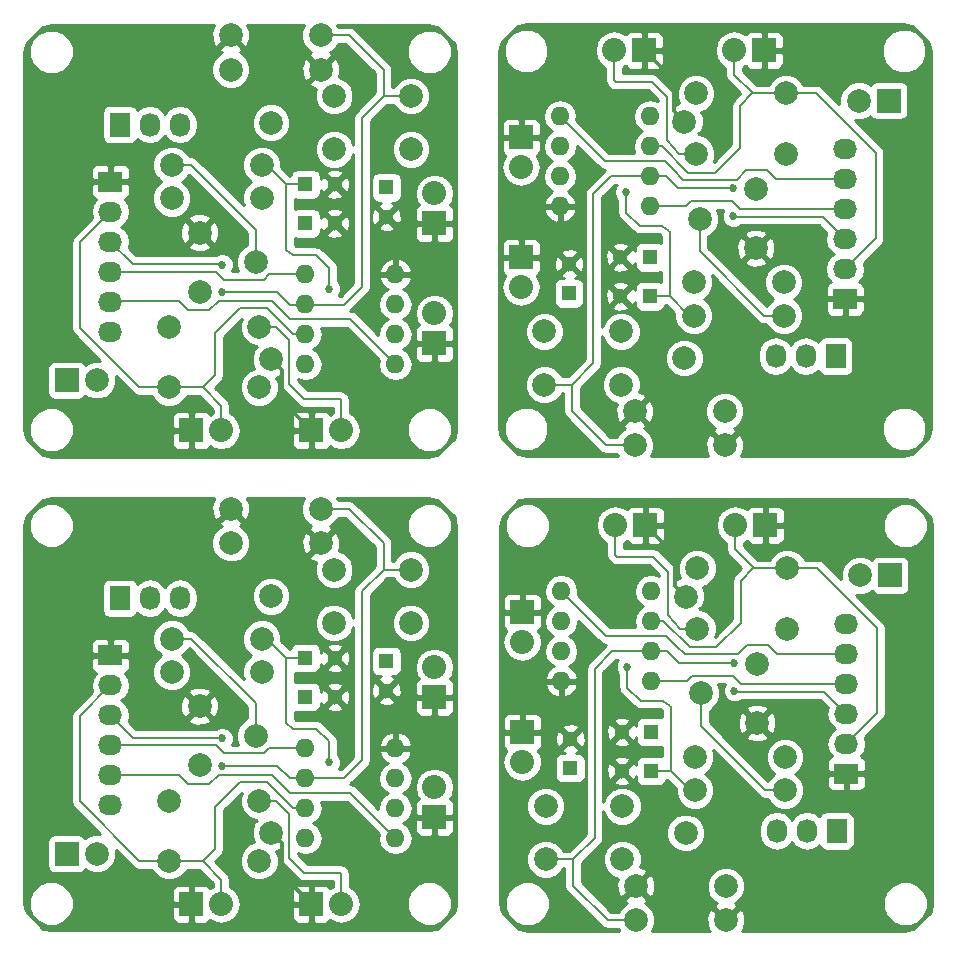
<source format=gbl>
%MOIN*%
%OFA0B0*%
%FSLAX46Y46*%
%IPPOS*%
%LPD*%
%ADD10C,0.0039370078740157488*%
%ADD11R,0.051181102362204731X0.051181102362204731*%
%ADD12C,0.051181102362204731*%
%ADD13R,0.07874015748031496X0.07874015748031496*%
%ADD14C,0.07874015748031496*%
%ADD15O,0.062992125984251982X0.062992125984251982*%
%ADD16R,0.08X0.08*%
%ADD17O,0.08X0.08*%
%ADD18C,0.0787*%
%ADD19R,0.08X0.068*%
%ADD20O,0.08X0.068*%
%ADD21R,0.068X0.08*%
%ADD22O,0.068X0.08*%
%ADD23C,0.027*%
%ADD24C,0.012000000000000002*%
%ADD25C,0.008*%
%ADD26C,0.01*%
%ADD37C,0.0039370078740157488*%
%ADD38R,0.051181102362204731X0.051181102362204731*%
%ADD39C,0.051181102362204731*%
%ADD40R,0.07874015748031496X0.07874015748031496*%
%ADD41C,0.07874015748031496*%
%ADD42O,0.062992125984251982X0.062992125984251982*%
%ADD43R,0.08X0.08*%
%ADD44O,0.08X0.08*%
%ADD45C,0.0787*%
%ADD46R,0.08X0.068*%
%ADD47O,0.08X0.068*%
%ADD48R,0.068X0.08*%
%ADD49O,0.068X0.08*%
%ADD50C,0.027*%
%ADD51C,0.012000000000000002*%
%ADD52C,0.008*%
%ADD53C,0.01*%
%ADD54C,0.0039370078740157488*%
%ADD55R,0.051181102362204731X0.051181102362204731*%
%ADD56C,0.051181102362204731*%
%ADD57R,0.07874015748031496X0.07874015748031496*%
%ADD58C,0.07874015748031496*%
%ADD59O,0.062992125984251982X0.062992125984251982*%
%ADD60R,0.08X0.08*%
%ADD61O,0.08X0.08*%
%ADD62C,0.0787*%
%ADD63R,0.08X0.068*%
%ADD64O,0.08X0.068*%
%ADD65R,0.068X0.08*%
%ADD66O,0.068X0.08*%
%ADD67C,0.027*%
%ADD68C,0.012000000000000002*%
%ADD69C,0.008*%
%ADD70C,0.01*%
%ADD71C,0.0039370078740157488*%
%ADD72R,0.051181102362204731X0.051181102362204731*%
%ADD73C,0.051181102362204731*%
%ADD74R,0.07874015748031496X0.07874015748031496*%
%ADD75C,0.07874015748031496*%
%ADD76O,0.062992125984251982X0.062992125984251982*%
%ADD77R,0.08X0.08*%
%ADD78O,0.08X0.08*%
%ADD79C,0.0787*%
%ADD80R,0.08X0.068*%
%ADD81O,0.08X0.068*%
%ADD82R,0.068X0.08*%
%ADD83O,0.068X0.08*%
%ADD84C,0.027*%
%ADD85C,0.012000000000000002*%
%ADD86C,0.008*%
%ADD87C,0.01*%
G01*
D10*
D11*
X0005787401Y-0004055118D02*
X0001067401Y0000894881D03*
D12*
X0001165826Y0000894881D03*
D11*
X0001337401Y0001014881D03*
D12*
X0001337401Y0000916456D03*
D11*
X0001067401Y0001024881D03*
D12*
X0001165826Y0001024881D03*
D13*
X0000271653Y0000372598D03*
D14*
X0000371653Y0000372598D03*
D15*
X0001367401Y0000424881D03*
X0001367401Y0000524881D03*
X0001367401Y0000624881D03*
X0001367401Y0000724881D03*
X0001067401Y0000724881D03*
X0001067401Y0000624881D03*
X0001067401Y0000524881D03*
X0001067401Y0000424881D03*
D16*
X0001087401Y0000204881D03*
D17*
X0001187401Y0000204881D03*
D16*
X0000687401Y0000204881D03*
D17*
X0000787401Y0000204881D03*
D16*
X0001497401Y0000894881D03*
D17*
X0001497401Y0000994881D03*
D16*
X0001497401Y0000494881D03*
D17*
X0001497401Y0000594881D03*
D18*
X0000921653Y0001089133D03*
X0000621653Y0001089133D03*
X0001118503Y0001408031D03*
X0000818503Y0001408031D03*
X0000818503Y0001522204D03*
X0001118503Y0001522204D03*
X0000913779Y0000348976D03*
X0000613779Y0000348976D03*
X0000621653Y0000978897D03*
X0000921653Y0000978897D03*
X0000613779Y0000549763D03*
X0000913779Y0000549763D03*
X0001163338Y0001142266D03*
X0001419338Y0001319466D03*
X0001163338Y0001319466D03*
X0001419338Y0001142266D03*
D19*
X0000417322Y0001034015D03*
D20*
X0000417322Y0000934015D03*
X0000417322Y0000834015D03*
X0000417322Y0000734015D03*
X0000417322Y0000634015D03*
X0000417322Y0000534015D03*
D14*
X0000952755Y0001230866D03*
X0000952755Y0000443464D03*
D18*
X0000714517Y0000864699D03*
X0000901574Y0000766299D03*
X0000714517Y0000667899D03*
D21*
X0000448818Y0001224409D03*
D22*
X0000548818Y0001224409D03*
X0000648818Y0001224409D03*
D23*
X0001147401Y0000677381D03*
X0000789901Y0000664881D03*
X0000789901Y0000757381D03*
D24*
X0000952755Y0000443464D02*
X0000988188Y0000408031D01*
X0000988188Y0000304094D02*
X0001087401Y0000204881D01*
X0000988188Y0000408031D02*
X0000988188Y0000304094D01*
D25*
X0001337401Y0000914881D02*
X0001337401Y0000916456D01*
X0001337401Y0000916456D02*
X0001337401Y0000914881D01*
X0001337401Y0000914881D02*
X0001357401Y0000894881D01*
X0001357401Y0000894881D02*
X0001497401Y0000894881D01*
X0000817401Y0001524881D02*
X0000818503Y0001522204D01*
X0001002401Y0001024881D02*
X0001002401Y0000808448D01*
X0001027559Y0000789921D02*
X0001003475Y0000807374D01*
X0001102362Y0000789921D02*
X0001027559Y0000789921D01*
X0001147401Y0000747381D02*
X0001102362Y0000789921D01*
X0001147401Y0000747381D02*
X0001147401Y0000677381D01*
X0001067401Y0001024881D02*
X0001002401Y0001024881D01*
X0001002401Y0001024881D02*
X0000938149Y0001089133D01*
X0000938149Y0001089133D02*
X0000921653Y0001089133D01*
X0000417401Y0000733881D02*
X0000768401Y0000733881D01*
X0000768401Y0000733881D02*
X0000794901Y0000707381D01*
X0000794901Y0000707381D02*
X0000929901Y0000707381D01*
X0000929901Y0000707381D02*
X0000947401Y0000724881D01*
X0000947401Y0000724881D02*
X0001067401Y0000724881D01*
X0000647401Y0000634881D02*
X0000417401Y0000634881D01*
X0000955905Y0000636377D02*
X0000987401Y0000604881D01*
X0000778208Y0000636377D02*
X0000955905Y0000636377D01*
X0000746712Y0000604881D02*
X0000778208Y0000636377D01*
X0001017401Y0000574881D02*
X0000987401Y0000604881D01*
X0001217401Y0000574881D02*
X0001017401Y0000574881D01*
X0001367401Y0000424881D02*
X0001217401Y0000574881D01*
X0000746712Y0000604881D02*
X0000677401Y0000604881D01*
X0000677401Y0000604881D02*
X0000647401Y0000634881D01*
X0001067401Y0000624566D02*
X0001196850Y0000624566D01*
X0001255905Y0001247554D02*
X0001327817Y0001319466D01*
X0001255905Y0000683622D02*
X0001255905Y0001247554D01*
X0001196850Y0000624566D02*
X0001255905Y0000683622D01*
X0001067086Y0000624566D02*
X0001015748Y0000624566D01*
X0001015748Y0000624566D02*
X0000973313Y0000664856D01*
X0000973313Y0000664856D02*
X0000789901Y0000664881D01*
X0000789901Y0000757381D02*
X0000787401Y0000759881D01*
X0000787401Y0000759881D02*
X0000491456Y0000759881D01*
X0000491456Y0000759881D02*
X0000417322Y0000834015D01*
X0001327817Y0001319466D02*
X0001327817Y0001406985D01*
X0001327817Y0001406985D02*
X0001212598Y0001522204D01*
X0001212598Y0001522204D02*
X0001118503Y0001522204D01*
X0001327817Y0001319466D02*
X0001419338Y0001319466D01*
X0000787401Y0000204881D02*
X0000787401Y0000285984D01*
X0000787401Y0000285984D02*
X0000724409Y0000348976D01*
X0000417322Y0000934015D02*
X0000315275Y0000831968D01*
X0000315275Y0000831968D02*
X0000315275Y0000547007D01*
X0000315275Y0000547007D02*
X0000513307Y0000348976D01*
X0000513307Y0000348976D02*
X0000613779Y0000348976D01*
X0001067401Y0000524881D02*
X0001027401Y0000524881D01*
X0000726496Y0000348976D02*
X0000724409Y0000348976D01*
X0000724409Y0000348976D02*
X0000613779Y0000348976D01*
X0000767401Y0000389881D02*
X0000726496Y0000348976D01*
X0000767401Y0000529881D02*
X0000767401Y0000389881D01*
X0000850397Y0000612877D02*
X0000767401Y0000529881D01*
X0000939405Y0000612877D02*
X0000850397Y0000612877D01*
X0001027401Y0000524881D02*
X0000939405Y0000612877D01*
X0000913779Y0000549763D02*
X0000970415Y0000549763D01*
X0000970415Y0000549763D02*
X0001012401Y0000505438D01*
X0001012401Y0000505438D02*
X0001012401Y0000464881D01*
X0001012401Y0000464881D02*
X0001012401Y0000359881D01*
X0001012401Y0000359881D02*
X0001062401Y0000309881D01*
X0001062401Y0000309881D02*
X0001182401Y0000309881D01*
X0001182401Y0000309881D02*
X0001187401Y0000304881D01*
X0001187401Y0000304881D02*
X0001187401Y0000204881D01*
X0000901574Y0000766299D02*
X0000901574Y0000874566D01*
X0000687007Y0001089133D02*
X0000621653Y0001089133D01*
X0000901574Y0000874566D02*
X0000687007Y0001089133D01*
D26*
G36*
X0000193722Y0000122955D02*
X0000136183Y0000180493D01*
X0000130314Y0000209997D01*
X0000130314Y0001464333D01*
X0000136183Y0001493836D01*
X0000193722Y0001551375D01*
X0000223225Y0001557244D01*
X0000764348Y0001557244D01*
X0000762639Y0001556612D01*
X0000753724Y0001532614D01*
X0000754671Y0001507032D01*
X0000762639Y0001487796D01*
X0000773143Y0001483915D01*
X0000811432Y0001522204D01*
X0000810876Y0001522761D01*
X0000817947Y0001529832D01*
X0000818503Y0001529275D01*
X0000819060Y0001529832D01*
X0000826131Y0001522761D01*
X0000825575Y0001522204D01*
X0000863864Y0001483915D01*
X0000874368Y0001487796D01*
X0000883283Y0001511794D01*
X0000882336Y0001537377D01*
X0000874368Y0001556612D01*
X0000872659Y0001557244D01*
X0001063376Y0001557244D01*
X0001054165Y0001535060D01*
X0001054142Y0001509460D01*
X0001063918Y0001485800D01*
X0001082005Y0001467683D01*
X0001087614Y0001465353D01*
X0001084096Y0001463896D01*
X0001080214Y0001453392D01*
X0001118503Y0001415102D01*
X0001156793Y0001453392D01*
X0001152911Y0001463896D01*
X0001149217Y0001465268D01*
X0001154907Y0001467619D01*
X0001173025Y0001485705D01*
X0001176139Y0001493204D01*
X0001200586Y0001493204D01*
X0001298817Y0001394973D01*
X0001298817Y0001332210D01*
X0001227699Y0001332210D01*
X0001217923Y0001355869D01*
X0001199837Y0001373987D01*
X0001177889Y0001383101D01*
X0001183283Y0001397621D01*
X0001182336Y0001423203D01*
X0001174368Y0001442439D01*
X0001163864Y0001446321D01*
X0001125575Y0001408031D01*
X0001111432Y0001408031D01*
X0001073143Y0001446321D01*
X0001062639Y0001442439D01*
X0001054591Y0001420775D01*
X0000882865Y0001420775D01*
X0000873089Y0001444435D01*
X0000855002Y0001462552D01*
X0000849392Y0001464882D01*
X0000852911Y0001466339D01*
X0000856793Y0001476843D01*
X0000818503Y0001515133D01*
X0000785153Y0001481783D01*
X0000294697Y0001481783D01*
X0000283423Y0001509069D01*
X0000262565Y0001529964D01*
X0000235299Y0001541286D01*
X0000205775Y0001541312D01*
X0000178489Y0001530037D01*
X0000157594Y0001509179D01*
X0000146272Y0001481913D01*
X0000146247Y0001452389D01*
X0000157521Y0001425103D01*
X0000178379Y0001404208D01*
X0000205645Y0001392886D01*
X0000235169Y0001392861D01*
X0000262455Y0001404135D01*
X0000283350Y0001424993D01*
X0000294672Y0001452260D01*
X0000294697Y0001481783D01*
X0000785153Y0001481783D01*
X0000780214Y0001476843D01*
X0000784096Y0001466339D01*
X0000787790Y0001464967D01*
X0000782100Y0001462616D01*
X0000763982Y0001444530D01*
X0000754165Y0001420887D01*
X0000754142Y0001395287D01*
X0000763918Y0001371627D01*
X0000782005Y0001353510D01*
X0000805647Y0001343692D01*
X0000831247Y0001343670D01*
X0000854907Y0001353446D01*
X0000873025Y0001371532D01*
X0000882842Y0001395175D01*
X0000882865Y0001420775D01*
X0001054591Y0001420775D01*
X0001053724Y0001418441D01*
X0001054671Y0001392859D01*
X0001062639Y0001373623D01*
X0001073143Y0001369741D01*
X0001111432Y0001408031D01*
X0001125575Y0001408031D01*
X0001126131Y0001407474D01*
X0001119060Y0001400403D01*
X0001118503Y0001400960D01*
X0001080214Y0001362670D01*
X0001084096Y0001352166D01*
X0001104146Y0001344718D01*
X0001098999Y0001332322D01*
X0001098977Y0001306722D01*
X0001108753Y0001283062D01*
X0001126839Y0001264944D01*
X0001150482Y0001255127D01*
X0001176082Y0001255104D01*
X0001199742Y0001264881D01*
X0001217860Y0001282967D01*
X0001227677Y0001306609D01*
X0001227699Y0001332210D01*
X0001298817Y0001332210D01*
X0001298817Y0001331478D01*
X0001235399Y0001268060D01*
X0001229112Y0001258652D01*
X0001226905Y0001247554D01*
X0001226905Y0001243613D01*
X0001017137Y0001243613D01*
X0001007358Y0001267281D01*
X0000989266Y0001285404D01*
X0000965616Y0001295225D01*
X0000940008Y0001295247D01*
X0000916340Y0001285468D01*
X0000898217Y0001267376D01*
X0000888397Y0001243726D01*
X0000888374Y0001218118D01*
X0000888780Y0001217136D01*
X0000707818Y0001217136D01*
X0000707818Y0001231682D01*
X0000703327Y0001254261D01*
X0000690538Y0001273402D01*
X0000671397Y0001286191D01*
X0000648818Y0001290682D01*
X0000626240Y0001286191D01*
X0000607099Y0001273402D01*
X0000598818Y0001261009D01*
X0000590538Y0001273402D01*
X0000571397Y0001286191D01*
X0000548818Y0001290682D01*
X0000526240Y0001286191D01*
X0000507099Y0001273402D01*
X0000506722Y0001272838D01*
X0000506565Y0001273673D01*
X0000501090Y0001282182D01*
X0000492735Y0001287890D01*
X0000482818Y0001289899D01*
X0000414818Y0001289899D01*
X0000405554Y0001288155D01*
X0000397045Y0001282680D01*
X0000391337Y0001274326D01*
X0000389329Y0001264409D01*
X0000389329Y0001184409D01*
X0000391072Y0001175145D01*
X0000396547Y0001166636D01*
X0000404901Y0001160927D01*
X0000414818Y0001158919D01*
X0000482818Y0001158919D01*
X0000492083Y0001160662D01*
X0000500592Y0001166138D01*
X0000506300Y0001174492D01*
X0000506629Y0001176119D01*
X0000507099Y0001175416D01*
X0000526240Y0001162627D01*
X0000548818Y0001158136D01*
X0000571397Y0001162627D01*
X0000590538Y0001175416D01*
X0000598818Y0001187809D01*
X0000607099Y0001175416D01*
X0000626240Y0001162627D01*
X0000648818Y0001158136D01*
X0000671397Y0001162627D01*
X0000690538Y0001175416D01*
X0000703327Y0001194557D01*
X0000707818Y0001217136D01*
X0000888780Y0001217136D01*
X0000898153Y0001194451D01*
X0000916245Y0001176327D01*
X0000939895Y0001166507D01*
X0000965503Y0001166484D01*
X0000989170Y0001176264D01*
X0001007294Y0001194355D01*
X0001017114Y0001218005D01*
X0001017137Y0001243613D01*
X0001226905Y0001243613D01*
X0001226905Y0001156932D01*
X0001217923Y0001178669D01*
X0001199837Y0001196787D01*
X0001176194Y0001206604D01*
X0001150594Y0001206627D01*
X0001126934Y0001196851D01*
X0001108817Y0001178765D01*
X0001098999Y0001155122D01*
X0001098977Y0001129522D01*
X0001108753Y0001105862D01*
X0001126839Y0001087744D01*
X0001150482Y0001077927D01*
X0001176082Y0001077904D01*
X0001199742Y0001087681D01*
X0001217860Y0001105767D01*
X0001226905Y0001127550D01*
X0001226905Y0001060276D01*
X0001194150Y0001060276D01*
X0001191957Y0001069354D01*
X0001172949Y0001075969D01*
X0001152857Y0001074806D01*
X0001139695Y0001069354D01*
X0001137503Y0001060276D01*
X0001165826Y0001031952D01*
X0001194150Y0001060276D01*
X0001226905Y0001060276D01*
X0001226905Y0001017758D01*
X0001216914Y0001017758D01*
X0001215751Y0001037851D01*
X0001210299Y0001051012D01*
X0001201221Y0001053205D01*
X0001172897Y0001024881D01*
X0001201221Y0000996558D01*
X0001210299Y0000998750D01*
X0001216914Y0001017758D01*
X0001226905Y0001017758D01*
X0001226905Y0000989487D01*
X0001194150Y0000989487D01*
X0001165826Y0001017810D01*
X0001137503Y0000989487D01*
X0001139695Y0000980409D01*
X0001158703Y0000973794D01*
X0001178796Y0000974957D01*
X0001191957Y0000980409D01*
X0001194150Y0000989487D01*
X0001226905Y0000989487D01*
X0001226905Y0000930276D01*
X0001194150Y0000930276D01*
X0001191957Y0000939354D01*
X0001172949Y0000945969D01*
X0001152857Y0000944806D01*
X0001139695Y0000939354D01*
X0001137503Y0000930276D01*
X0001165826Y0000901952D01*
X0001194150Y0000930276D01*
X0001226905Y0000930276D01*
X0001226905Y0000887758D01*
X0001216914Y0000887758D01*
X0001215751Y0000907851D01*
X0001210299Y0000921012D01*
X0001201221Y0000923205D01*
X0001172897Y0000894881D01*
X0001201221Y0000866558D01*
X0001210299Y0000868750D01*
X0001216914Y0000887758D01*
X0001226905Y0000887758D01*
X0001226905Y0000859487D01*
X0001194150Y0000859487D01*
X0001165826Y0000887810D01*
X0001137503Y0000859487D01*
X0001139695Y0000850409D01*
X0001158703Y0000843794D01*
X0001178796Y0000844957D01*
X0001191957Y0000850409D01*
X0001194150Y0000859487D01*
X0001226905Y0000859487D01*
X0001226905Y0000695634D01*
X0001184838Y0000653566D01*
X0001178039Y0000653566D01*
X0001180021Y0000655544D01*
X0001185894Y0000669690D01*
X0001185908Y0000685006D01*
X0001180059Y0000699161D01*
X0001176401Y0000702826D01*
X0001176401Y0000747381D01*
X0001176319Y0000747794D01*
X0001176389Y0000748209D01*
X0001175218Y0000753328D01*
X0001174194Y0000758479D01*
X0001173960Y0000758829D01*
X0001173866Y0000759239D01*
X0001170825Y0000763521D01*
X0001167907Y0000767887D01*
X0001167557Y0000768121D01*
X0001167314Y0000768464D01*
X0001122274Y0000811004D01*
X0001117826Y0000813795D01*
X0001113460Y0000816713D01*
X0001113047Y0000816795D01*
X0001112690Y0000817019D01*
X0001107512Y0000817896D01*
X0001102362Y0000818921D01*
X0001036962Y0000818921D01*
X0001031401Y0000822951D01*
X0001031401Y0000846146D01*
X0001031894Y0000845809D01*
X0001041811Y0000843801D01*
X0001092992Y0000843801D01*
X0001102256Y0000845544D01*
X0001110765Y0000851020D01*
X0001116473Y0000859374D01*
X0001118481Y0000869291D01*
X0001118481Y0000875684D01*
X0001121353Y0000868750D01*
X0001130432Y0000866558D01*
X0001158755Y0000894881D01*
X0001130432Y0000923205D01*
X0001121353Y0000921012D01*
X0001118481Y0000912759D01*
X0001118481Y0000920472D01*
X0001116738Y0000929736D01*
X0001111263Y0000938245D01*
X0001102909Y0000943953D01*
X0001092992Y0000945962D01*
X0001041811Y0000945962D01*
X0001032546Y0000944218D01*
X0001031401Y0000943482D01*
X0001031401Y0000976146D01*
X0001031894Y0000975809D01*
X0001041811Y0000973801D01*
X0001092992Y0000973801D01*
X0001102256Y0000975544D01*
X0001110765Y0000981020D01*
X0001116473Y0000989374D01*
X0001118481Y0000999291D01*
X0001118481Y0001005684D01*
X0001121353Y0000998750D01*
X0001130432Y0000996558D01*
X0001158755Y0001024881D01*
X0001130432Y0001053205D01*
X0001121353Y0001051012D01*
X0001118481Y0001042759D01*
X0001118481Y0001050472D01*
X0001116738Y0001059736D01*
X0001111263Y0001068245D01*
X0001102909Y0001073953D01*
X0001092992Y0001075962D01*
X0001041811Y0001075962D01*
X0001032546Y0001074218D01*
X0001024037Y0001068743D01*
X0001018329Y0001060389D01*
X0001017011Y0001053881D01*
X0001014413Y0001053881D01*
X0000985997Y0001082298D01*
X0000986014Y0001101877D01*
X0000976238Y0001125537D01*
X0000958152Y0001143655D01*
X0000934509Y0001153472D01*
X0000908909Y0001153495D01*
X0000885249Y0001143718D01*
X0000867132Y0001125632D01*
X0000857314Y0001101990D01*
X0000857292Y0001076390D01*
X0000867068Y0001052730D01*
X0000885154Y0001034612D01*
X0000886565Y0001034026D01*
X0000885249Y0001033482D01*
X0000867132Y0001015396D01*
X0000857314Y0000991753D01*
X0000857292Y0000966153D01*
X0000861722Y0000955431D01*
X0000707513Y0001109639D01*
X0000698105Y0001115926D01*
X0000687007Y0001118133D01*
X0000679297Y0001118133D01*
X0000676238Y0001125537D01*
X0000658152Y0001143655D01*
X0000634509Y0001153472D01*
X0000608909Y0001153495D01*
X0000585249Y0001143718D01*
X0000567132Y0001125632D01*
X0000557314Y0001101990D01*
X0000557292Y0001076390D01*
X0000567068Y0001052730D01*
X0000574519Y0001045265D01*
X0000482322Y0001045265D01*
X0000482322Y0001072988D01*
X0000478516Y0001082177D01*
X0000471484Y0001089209D01*
X0000462295Y0001093015D01*
X0000428572Y0001093015D01*
X0000422322Y0001086765D01*
X0000422322Y0001039015D01*
X0000412322Y0001039015D01*
X0000412322Y0001086765D01*
X0000406072Y0001093015D01*
X0000372350Y0001093015D01*
X0000363161Y0001089209D01*
X0000356128Y0001082177D01*
X0000352322Y0001072988D01*
X0000352322Y0001045265D01*
X0000358572Y0001039015D01*
X0000412322Y0001039015D01*
X0000422322Y0001039015D01*
X0000476072Y0001039015D01*
X0000482322Y0001045265D01*
X0000574519Y0001045265D01*
X0000585154Y0001034612D01*
X0000586565Y0001034026D01*
X0000585249Y0001033482D01*
X0000567132Y0001015396D01*
X0000557314Y0000991753D01*
X0000557292Y0000966153D01*
X0000567068Y0000942493D01*
X0000585154Y0000924376D01*
X0000608797Y0000914558D01*
X0000634397Y0000914536D01*
X0000658057Y0000924312D01*
X0000676175Y0000942398D01*
X0000685992Y0000966041D01*
X0000686014Y0000991641D01*
X0000676238Y0001015301D01*
X0000658152Y0001033419D01*
X0000656741Y0001034005D01*
X0000658057Y0001034548D01*
X0000676175Y0001052634D01*
X0000678029Y0001057100D01*
X0000825069Y0000910059D01*
X0000752806Y0000910059D01*
X0000748925Y0000920563D01*
X0000724927Y0000929478D01*
X0000699345Y0000928531D01*
X0000680109Y0000920563D01*
X0000676227Y0000910059D01*
X0000714517Y0000871770D01*
X0000752806Y0000910059D01*
X0000825069Y0000910059D01*
X0000872574Y0000862554D01*
X0000872574Y0000854289D01*
X0000779296Y0000854289D01*
X0000778349Y0000879871D01*
X0000770382Y0000899107D01*
X0000759878Y0000902988D01*
X0000721588Y0000864699D01*
X0000707446Y0000864699D01*
X0000669156Y0000902988D01*
X0000658652Y0000899107D01*
X0000649737Y0000875109D01*
X0000650685Y0000849526D01*
X0000658652Y0000830291D01*
X0000669156Y0000826409D01*
X0000707446Y0000864699D01*
X0000721588Y0000864699D01*
X0000759878Y0000826409D01*
X0000770382Y0000830291D01*
X0000779296Y0000854289D01*
X0000872574Y0000854289D01*
X0000872574Y0000823943D01*
X0000865171Y0000820884D01*
X0000863622Y0000819338D01*
X0000752806Y0000819338D01*
X0000714517Y0000857628D01*
X0000676227Y0000819338D01*
X0000680109Y0000808834D01*
X0000704107Y0000799919D01*
X0000729689Y0000800866D01*
X0000748925Y0000808834D01*
X0000752806Y0000819338D01*
X0000863622Y0000819338D01*
X0000847053Y0000802798D01*
X0000837235Y0000779155D01*
X0000837213Y0000753555D01*
X0000844309Y0000736381D01*
X0000822868Y0000736381D01*
X0000828394Y0000749690D01*
X0000828408Y0000765006D01*
X0000822559Y0000779161D01*
X0000811738Y0000790001D01*
X0000797593Y0000795875D01*
X0000782277Y0000795888D01*
X0000768121Y0000790039D01*
X0000766961Y0000788881D01*
X0000503468Y0000788881D01*
X0000479405Y0000812945D01*
X0000483596Y0000834015D01*
X0000479105Y0000856594D01*
X0000466315Y0000875735D01*
X0000453922Y0000884015D01*
X0000466315Y0000892296D01*
X0000479105Y0000911437D01*
X0000483596Y0000934015D01*
X0000479105Y0000956594D01*
X0000466315Y0000975735D01*
X0000465441Y0000976318D01*
X0000471484Y0000978821D01*
X0000478516Y0000985854D01*
X0000482322Y0000995042D01*
X0000482322Y0001022765D01*
X0000476072Y0001029015D01*
X0000422322Y0001029015D01*
X0000422322Y0001028228D01*
X0000412322Y0001028228D01*
X0000412322Y0001029015D01*
X0000358572Y0001029015D01*
X0000352322Y0001022765D01*
X0000352322Y0000995042D01*
X0000356128Y0000985854D01*
X0000363161Y0000978821D01*
X0000369203Y0000976318D01*
X0000368330Y0000975735D01*
X0000355540Y0000956594D01*
X0000351049Y0000934015D01*
X0000355240Y0000912945D01*
X0000294769Y0000852474D01*
X0000292799Y0000849526D01*
X0000288483Y0000843066D01*
X0000288016Y0000840720D01*
X0000286275Y0000831968D01*
X0000286275Y0000831968D01*
X0000286275Y0000547007D01*
X0000288483Y0000535910D01*
X0000294769Y0000526501D01*
X0000384313Y0000436957D01*
X0000358905Y0000436979D01*
X0000335238Y0000427200D01*
X0000332615Y0000424581D01*
X0000329294Y0000429741D01*
X0000320940Y0000435450D01*
X0000311023Y0000437458D01*
X0000232283Y0000437458D01*
X0000223018Y0000435715D01*
X0000214510Y0000430239D01*
X0000208801Y0000421885D01*
X0000206793Y0000411968D01*
X0000206793Y0000333228D01*
X0000208536Y0000323963D01*
X0000214012Y0000315455D01*
X0000222366Y0000309746D01*
X0000232283Y0000307738D01*
X0000311023Y0000307738D01*
X0000320288Y0000309481D01*
X0000328796Y0000314957D01*
X0000332634Y0000320573D01*
X0000335143Y0000318059D01*
X0000358793Y0000308239D01*
X0000384401Y0000308217D01*
X0000408068Y0000317996D01*
X0000426192Y0000336088D01*
X0000436012Y0000359738D01*
X0000436034Y0000385236D01*
X0000492800Y0000328470D01*
X0000502209Y0000322183D01*
X0000513307Y0000319976D01*
X0000556135Y0000319976D01*
X0000559194Y0000312572D01*
X0000577280Y0000294454D01*
X0000600923Y0000284637D01*
X0000626523Y0000284615D01*
X0000650183Y0000294391D01*
X0000668301Y0000312477D01*
X0000671414Y0000319976D01*
X0000712397Y0000319976D01*
X0000758401Y0000273972D01*
X0000758401Y0000263450D01*
X0000749291Y0000257363D01*
X0000748595Y0000259043D01*
X0000741562Y0000266075D01*
X0000732374Y0000269881D01*
X0000698651Y0000269881D01*
X0000692401Y0000263631D01*
X0000692401Y0000209881D01*
X0000682401Y0000209881D01*
X0000682401Y0000263631D01*
X0000676151Y0000269881D01*
X0000642428Y0000269881D01*
X0000633240Y0000266075D01*
X0000626207Y0000259043D01*
X0000622401Y0000249854D01*
X0000622401Y0000221941D01*
X0000294697Y0000221941D01*
X0000283423Y0000249227D01*
X0000262565Y0000270121D01*
X0000235299Y0000281443D01*
X0000205775Y0000281469D01*
X0000178489Y0000270195D01*
X0000157594Y0000249337D01*
X0000146272Y0000222070D01*
X0000146247Y0000192547D01*
X0000157521Y0000165260D01*
X0000178379Y0000144366D01*
X0000205645Y0000133044D01*
X0000235169Y0000133018D01*
X0000262455Y0000144293D01*
X0000283350Y0000165151D01*
X0000294672Y0000192417D01*
X0000294697Y0000221941D01*
X0000622401Y0000221941D01*
X0000622401Y0000216131D01*
X0000628651Y0000209881D01*
X0000682401Y0000209881D01*
X0000692401Y0000209881D01*
X0000693188Y0000209881D01*
X0000693188Y0000199881D01*
X0000692401Y0000199881D01*
X0000692401Y0000146131D01*
X0000682401Y0000146131D01*
X0000682401Y0000199881D01*
X0000628651Y0000199881D01*
X0000622401Y0000193631D01*
X0000622401Y0000159909D01*
X0000626207Y0000150720D01*
X0000633240Y0000143687D01*
X0000642428Y0000139881D01*
X0000676151Y0000139881D01*
X0000682401Y0000146131D01*
X0000692401Y0000146131D01*
X0000698651Y0000139881D01*
X0000732374Y0000139881D01*
X0000741562Y0000143687D01*
X0000748595Y0000150720D01*
X0000749291Y0000152400D01*
X0000762527Y0000143556D01*
X0000787401Y0000138608D01*
X0000812275Y0000143556D01*
X0000833363Y0000157646D01*
X0000847453Y0000178734D01*
X0000852401Y0000203608D01*
X0000852401Y0000206155D01*
X0000847453Y0000231029D01*
X0000833363Y0000252117D01*
X0000816401Y0000263450D01*
X0000816401Y0000285984D01*
X0000814194Y0000297082D01*
X0000807907Y0000306490D01*
X0000766464Y0000347933D01*
X0000787907Y0000369375D01*
X0000794194Y0000378784D01*
X0000796401Y0000389881D01*
X0000796401Y0000517869D01*
X0000855326Y0000576794D01*
X0000849440Y0000562619D01*
X0000849418Y0000537019D01*
X0000859194Y0000513360D01*
X0000877280Y0000495242D01*
X0000900923Y0000485424D01*
X0000903726Y0000485422D01*
X0000907380Y0000481768D01*
X0000896874Y0000477884D01*
X0000887956Y0000453879D01*
X0000888903Y0000428288D01*
X0000895964Y0000411242D01*
X0000877375Y0000403561D01*
X0000859258Y0000385475D01*
X0000849440Y0000361832D01*
X0000849418Y0000336232D01*
X0000859194Y0000312572D01*
X0000877280Y0000294454D01*
X0000900923Y0000284637D01*
X0000926523Y0000284615D01*
X0000950183Y0000294391D01*
X0000968301Y0000312477D01*
X0000978118Y0000336120D01*
X0000978140Y0000361720D01*
X0000970336Y0000380608D01*
X0000983401Y0000386019D01*
X0000983401Y0000359881D01*
X0000985609Y0000348784D01*
X0000991895Y0000339375D01*
X0001041895Y0000289375D01*
X0001051303Y0000283089D01*
X0001062401Y0000280881D01*
X0001158401Y0000280881D01*
X0001158401Y0000263450D01*
X0001149291Y0000257363D01*
X0001148595Y0000259043D01*
X0001141562Y0000266075D01*
X0001132374Y0000269881D01*
X0001098651Y0000269881D01*
X0001092401Y0000263631D01*
X0001092401Y0000209881D01*
X0001082401Y0000209881D01*
X0001082401Y0000263631D01*
X0001076151Y0000269881D01*
X0001042428Y0000269881D01*
X0001033240Y0000266075D01*
X0001026207Y0000259043D01*
X0001022401Y0000249854D01*
X0001022401Y0000216131D01*
X0001028651Y0000209881D01*
X0001082401Y0000209881D01*
X0001092401Y0000209881D01*
X0001093188Y0000209881D01*
X0001093188Y0000199881D01*
X0001092401Y0000199881D01*
X0001092401Y0000146131D01*
X0001082401Y0000146131D01*
X0001082401Y0000199881D01*
X0001028651Y0000199881D01*
X0001022401Y0000193631D01*
X0001022401Y0000159909D01*
X0001026207Y0000150720D01*
X0001033240Y0000143687D01*
X0001042428Y0000139881D01*
X0001076151Y0000139881D01*
X0001082401Y0000146131D01*
X0001092401Y0000146131D01*
X0001098651Y0000139881D01*
X0001132374Y0000139881D01*
X0001141562Y0000143687D01*
X0001148595Y0000150720D01*
X0001149291Y0000152400D01*
X0001162527Y0000143556D01*
X0001187401Y0000138608D01*
X0001212275Y0000143556D01*
X0001233363Y0000157646D01*
X0001247453Y0000178734D01*
X0001252401Y0000203608D01*
X0001252401Y0000206155D01*
X0001247453Y0000231029D01*
X0001233363Y0000252117D01*
X0001216401Y0000263450D01*
X0001216401Y0000304881D01*
X0001214194Y0000315979D01*
X0001207907Y0000325387D01*
X0001202907Y0000330387D01*
X0001193499Y0000336674D01*
X0001182401Y0000338881D01*
X0001074413Y0000338881D01*
X0001041401Y0000371894D01*
X0001041401Y0000374873D01*
X0001044674Y0000372686D01*
X0001066294Y0000368385D01*
X0001068508Y0000368385D01*
X0001090128Y0000372686D01*
X0001108457Y0000384933D01*
X0001120703Y0000403261D01*
X0001125004Y0000424881D01*
X0001120703Y0000446502D01*
X0001108457Y0000464830D01*
X0001093414Y0000474881D01*
X0001108457Y0000484933D01*
X0001120703Y0000503261D01*
X0001125004Y0000524881D01*
X0001120827Y0000545881D01*
X0001205389Y0000545881D01*
X0001312551Y0000438720D01*
X0001309798Y0000424881D01*
X0001314099Y0000403261D01*
X0001326346Y0000384933D01*
X0001344674Y0000372686D01*
X0001366294Y0000368385D01*
X0001368508Y0000368385D01*
X0001390128Y0000372686D01*
X0001408457Y0000384933D01*
X0001420703Y0000403261D01*
X0001425004Y0000424881D01*
X0001420703Y0000446502D01*
X0001408457Y0000464830D01*
X0001393414Y0000474881D01*
X0001408457Y0000484933D01*
X0001420703Y0000503261D01*
X0001425004Y0000524881D01*
X0001420703Y0000546502D01*
X0001408457Y0000564830D01*
X0001393414Y0000574881D01*
X0001408457Y0000584933D01*
X0001420703Y0000603261D01*
X0001425004Y0000624881D01*
X0001420703Y0000646502D01*
X0001408457Y0000664830D01*
X0001392531Y0000675471D01*
X0001401068Y0000679512D01*
X0001415867Y0000695849D01*
X0001422200Y0000711140D01*
X0001417398Y0000719881D01*
X0001372401Y0000719881D01*
X0001372401Y0000719094D01*
X0001362401Y0000719094D01*
X0001362401Y0000719881D01*
X0001317404Y0000719881D01*
X0001312602Y0000711140D01*
X0001318935Y0000695849D01*
X0001333734Y0000679512D01*
X0001342271Y0000675471D01*
X0001326346Y0000664830D01*
X0001314099Y0000646502D01*
X0001309798Y0000624881D01*
X0001314099Y0000603261D01*
X0001326346Y0000584933D01*
X0001341388Y0000574881D01*
X0001326346Y0000564830D01*
X0001314099Y0000546502D01*
X0001309798Y0000524881D01*
X0001310142Y0000523153D01*
X0001237907Y0000595387D01*
X0001228499Y0000601674D01*
X0001217401Y0000603881D01*
X0001217088Y0000603881D01*
X0001217356Y0000604060D01*
X0001276411Y0000663115D01*
X0001282698Y0000672524D01*
X0001284905Y0000683622D01*
X0001284905Y0001235542D01*
X0001339829Y0001290466D01*
X0001361694Y0001290466D01*
X0001364753Y0001283062D01*
X0001382839Y0001264944D01*
X0001406482Y0001255127D01*
X0001432082Y0001255104D01*
X0001455742Y0001264881D01*
X0001473860Y0001282967D01*
X0001483677Y0001306609D01*
X0001483699Y0001332210D01*
X0001473923Y0001355869D01*
X0001455837Y0001373987D01*
X0001432194Y0001383804D01*
X0001406594Y0001383827D01*
X0001382934Y0001374051D01*
X0001364817Y0001355965D01*
X0001361703Y0001348466D01*
X0001356817Y0001348466D01*
X0001356817Y0001406985D01*
X0001354609Y0001418083D01*
X0001348323Y0001427491D01*
X0001233104Y0001542710D01*
X0001223696Y0001548997D01*
X0001212598Y0001551204D01*
X0001176148Y0001551204D01*
X0001173652Y0001557244D01*
X0001477561Y0001557244D01*
X0001507065Y0001551375D01*
X0001564603Y0001493836D01*
X0001567001Y0001481783D01*
X0001554540Y0001481783D01*
X0001543266Y0001509069D01*
X0001522407Y0001529964D01*
X0001495141Y0001541286D01*
X0001465617Y0001541312D01*
X0001438331Y0001530037D01*
X0001417437Y0001509179D01*
X0001406115Y0001481913D01*
X0001406089Y0001452389D01*
X0001417363Y0001425103D01*
X0001438222Y0001404208D01*
X0001465488Y0001392886D01*
X0001495012Y0001392861D01*
X0001522298Y0001404135D01*
X0001543192Y0001424993D01*
X0001554514Y0001452260D01*
X0001554540Y0001481783D01*
X0001567001Y0001481783D01*
X0001570472Y0001464333D01*
X0001570472Y0001155010D01*
X0001483699Y0001155010D01*
X0001473923Y0001178669D01*
X0001455837Y0001196787D01*
X0001432194Y0001206604D01*
X0001406594Y0001206627D01*
X0001382934Y0001196851D01*
X0001364817Y0001178765D01*
X0001354999Y0001155122D01*
X0001354977Y0001129522D01*
X0001364753Y0001105862D01*
X0001382839Y0001087744D01*
X0001406482Y0001077927D01*
X0001432082Y0001077904D01*
X0001455742Y0001087680D01*
X0001473860Y0001105767D01*
X0001483677Y0001129409D01*
X0001483699Y0001155010D01*
X0001570472Y0001155010D01*
X0001570472Y0000994881D01*
X0001563675Y0000994881D01*
X0001558727Y0001019756D01*
X0001544636Y0001040843D01*
X0001523549Y0001054934D01*
X0001498675Y0001059881D01*
X0001496128Y0001059881D01*
X0001471253Y0001054934D01*
X0001450166Y0001040843D01*
X0001436075Y0001019756D01*
X0001431128Y0000994881D01*
X0001432240Y0000989291D01*
X0001388481Y0000989291D01*
X0001388481Y0001040472D01*
X0001386738Y0001049736D01*
X0001381263Y0001058245D01*
X0001372909Y0001063953D01*
X0001362992Y0001065962D01*
X0001311811Y0001065962D01*
X0001302546Y0001064218D01*
X0001294037Y0001058743D01*
X0001288329Y0001050389D01*
X0001286321Y0001040472D01*
X0001286321Y0000989291D01*
X0001288064Y0000980026D01*
X0001293539Y0000971518D01*
X0001301894Y0000965809D01*
X0001311811Y0000963801D01*
X0001318204Y0000963801D01*
X0001311270Y0000960929D01*
X0001309078Y0000951851D01*
X0001337401Y0000923527D01*
X0001365724Y0000951851D01*
X0001363532Y0000960929D01*
X0001355279Y0000963801D01*
X0001362992Y0000963801D01*
X0001372256Y0000965544D01*
X0001380765Y0000971020D01*
X0001386473Y0000979374D01*
X0001388481Y0000989291D01*
X0001432240Y0000989291D01*
X0001436075Y0000970007D01*
X0001444919Y0000956771D01*
X0001443240Y0000956075D01*
X0001436207Y0000949043D01*
X0001432401Y0000939854D01*
X0001432401Y0000909333D01*
X0001388489Y0000909333D01*
X0001387326Y0000929426D01*
X0001381874Y0000942587D01*
X0001372795Y0000944779D01*
X0001344472Y0000916456D01*
X0001330330Y0000916456D01*
X0001302007Y0000944779D01*
X0001292928Y0000942587D01*
X0001286314Y0000923579D01*
X0001287477Y0000903487D01*
X0001292928Y0000890325D01*
X0001302007Y0000888133D01*
X0001330330Y0000916456D01*
X0001344472Y0000916456D01*
X0001372795Y0000888133D01*
X0001381874Y0000890325D01*
X0001388489Y0000909333D01*
X0001432401Y0000909333D01*
X0001432401Y0000906131D01*
X0001438651Y0000899881D01*
X0001492401Y0000899881D01*
X0001492401Y0000900669D01*
X0001502401Y0000900669D01*
X0001502401Y0000899881D01*
X0001556151Y0000899881D01*
X0001562401Y0000906131D01*
X0001562401Y0000939854D01*
X0001558595Y0000949043D01*
X0001551562Y0000956075D01*
X0001549883Y0000956771D01*
X0001558727Y0000970007D01*
X0001563675Y0000994881D01*
X0001570472Y0000994881D01*
X0001570472Y0000849909D01*
X0001562401Y0000849909D01*
X0001562401Y0000883631D01*
X0001556151Y0000889881D01*
X0001502401Y0000889881D01*
X0001502401Y0000836131D01*
X0001492401Y0000836131D01*
X0001492401Y0000889881D01*
X0001438651Y0000889881D01*
X0001432401Y0000883631D01*
X0001432401Y0000881062D01*
X0001365724Y0000881062D01*
X0001337401Y0000909385D01*
X0001309078Y0000881062D01*
X0001311270Y0000871983D01*
X0001330278Y0000865369D01*
X0001350371Y0000866532D01*
X0001363532Y0000871983D01*
X0001365724Y0000881062D01*
X0001432401Y0000881062D01*
X0001432401Y0000849909D01*
X0001436207Y0000840720D01*
X0001443240Y0000833687D01*
X0001452428Y0000829881D01*
X0001486151Y0000829881D01*
X0001492401Y0000836131D01*
X0001502401Y0000836131D01*
X0001508651Y0000829881D01*
X0001542374Y0000829881D01*
X0001551562Y0000833687D01*
X0001558595Y0000840720D01*
X0001562401Y0000849909D01*
X0001570472Y0000849909D01*
X0001570472Y0000738623D01*
X0001422200Y0000738623D01*
X0001415867Y0000753914D01*
X0001401068Y0000770251D01*
X0001381143Y0000779681D01*
X0001372401Y0000774906D01*
X0001372401Y0000729881D01*
X0001362401Y0000729881D01*
X0001362401Y0000774906D01*
X0001353659Y0000779681D01*
X0001333734Y0000770251D01*
X0001318935Y0000753914D01*
X0001312602Y0000738623D01*
X0001317404Y0000729881D01*
X0001362401Y0000729881D01*
X0001372401Y0000729881D01*
X0001417398Y0000729881D01*
X0001422200Y0000738623D01*
X0001570472Y0000738623D01*
X0001570472Y0000594881D01*
X0001563675Y0000594881D01*
X0001558727Y0000619756D01*
X0001544636Y0000640843D01*
X0001523549Y0000654934D01*
X0001498675Y0000659881D01*
X0001496128Y0000659881D01*
X0001471253Y0000654934D01*
X0001450166Y0000640843D01*
X0001436075Y0000619756D01*
X0001431128Y0000594881D01*
X0001436075Y0000570007D01*
X0001444919Y0000556771D01*
X0001443240Y0000556075D01*
X0001436207Y0000549043D01*
X0001432401Y0000539854D01*
X0001432401Y0000506131D01*
X0001438651Y0000499881D01*
X0001492401Y0000499881D01*
X0001492401Y0000500669D01*
X0001502401Y0000500669D01*
X0001502401Y0000499881D01*
X0001556151Y0000499881D01*
X0001562401Y0000506131D01*
X0001562401Y0000539854D01*
X0001558595Y0000549043D01*
X0001551562Y0000556075D01*
X0001549883Y0000556771D01*
X0001558727Y0000570007D01*
X0001563675Y0000594881D01*
X0001570472Y0000594881D01*
X0001570472Y0000449909D01*
X0001562401Y0000449909D01*
X0001562401Y0000483631D01*
X0001556151Y0000489881D01*
X0001502401Y0000489881D01*
X0001502401Y0000436131D01*
X0001492401Y0000436131D01*
X0001492401Y0000489881D01*
X0001438651Y0000489881D01*
X0001432401Y0000483631D01*
X0001432401Y0000449909D01*
X0001436207Y0000440720D01*
X0001443240Y0000433687D01*
X0001452428Y0000429881D01*
X0001486151Y0000429881D01*
X0001492401Y0000436131D01*
X0001502401Y0000436131D01*
X0001508651Y0000429881D01*
X0001542374Y0000429881D01*
X0001551562Y0000433687D01*
X0001558595Y0000440720D01*
X0001562401Y0000449909D01*
X0001570472Y0000449909D01*
X0001570472Y0000221941D01*
X0001554540Y0000221941D01*
X0001543266Y0000249227D01*
X0001522407Y0000270121D01*
X0001495141Y0000281443D01*
X0001465617Y0000281469D01*
X0001438331Y0000270195D01*
X0001417437Y0000249337D01*
X0001406115Y0000222070D01*
X0001406089Y0000192547D01*
X0001417363Y0000165260D01*
X0001438222Y0000144366D01*
X0001465488Y0000133044D01*
X0001495012Y0000133018D01*
X0001522298Y0000144293D01*
X0001543192Y0000165151D01*
X0001554514Y0000192417D01*
X0001554540Y0000221941D01*
X0001570472Y0000221941D01*
X0001570472Y0000209997D01*
X0001564603Y0000180493D01*
X0001507065Y0000122955D01*
X0001477561Y0000117086D01*
X0000223225Y0000117086D01*
X0000193722Y0000122955D01*
X0000193722Y0000122955D01*
G37*
X0000193722Y0000122955D02*
X0000136183Y0000180493D01*
X0000130314Y0000209997D01*
X0000130314Y0001464333D01*
X0000136183Y0001493836D01*
X0000193722Y0001551375D01*
X0000223225Y0001557244D01*
X0000764348Y0001557244D01*
X0000762639Y0001556612D01*
X0000753724Y0001532614D01*
X0000754671Y0001507032D01*
X0000762639Y0001487796D01*
X0000773143Y0001483915D01*
X0000811432Y0001522204D01*
X0000810876Y0001522761D01*
X0000817947Y0001529832D01*
X0000818503Y0001529275D01*
X0000819060Y0001529832D01*
X0000826131Y0001522761D01*
X0000825575Y0001522204D01*
X0000863864Y0001483915D01*
X0000874368Y0001487796D01*
X0000883283Y0001511794D01*
X0000882336Y0001537377D01*
X0000874368Y0001556612D01*
X0000872659Y0001557244D01*
X0001063376Y0001557244D01*
X0001054165Y0001535060D01*
X0001054142Y0001509460D01*
X0001063918Y0001485800D01*
X0001082005Y0001467683D01*
X0001087614Y0001465353D01*
X0001084096Y0001463896D01*
X0001080214Y0001453392D01*
X0001118503Y0001415102D01*
X0001156793Y0001453392D01*
X0001152911Y0001463896D01*
X0001149217Y0001465268D01*
X0001154907Y0001467619D01*
X0001173025Y0001485705D01*
X0001176139Y0001493204D01*
X0001200586Y0001493204D01*
X0001298817Y0001394973D01*
X0001298817Y0001332210D01*
X0001227699Y0001332210D01*
X0001217923Y0001355869D01*
X0001199837Y0001373987D01*
X0001177889Y0001383101D01*
X0001183283Y0001397621D01*
X0001182336Y0001423203D01*
X0001174368Y0001442439D01*
X0001163864Y0001446321D01*
X0001125575Y0001408031D01*
X0001111432Y0001408031D01*
X0001073143Y0001446321D01*
X0001062639Y0001442439D01*
X0001054591Y0001420775D01*
X0000882865Y0001420775D01*
X0000873089Y0001444435D01*
X0000855002Y0001462552D01*
X0000849392Y0001464882D01*
X0000852911Y0001466339D01*
X0000856793Y0001476843D01*
X0000818503Y0001515133D01*
X0000785153Y0001481783D01*
X0000294697Y0001481783D01*
X0000283423Y0001509069D01*
X0000262565Y0001529964D01*
X0000235299Y0001541286D01*
X0000205775Y0001541312D01*
X0000178489Y0001530037D01*
X0000157594Y0001509179D01*
X0000146272Y0001481913D01*
X0000146247Y0001452389D01*
X0000157521Y0001425103D01*
X0000178379Y0001404208D01*
X0000205645Y0001392886D01*
X0000235169Y0001392861D01*
X0000262455Y0001404135D01*
X0000283350Y0001424993D01*
X0000294672Y0001452260D01*
X0000294697Y0001481783D01*
X0000785153Y0001481783D01*
X0000780214Y0001476843D01*
X0000784096Y0001466339D01*
X0000787790Y0001464967D01*
X0000782100Y0001462616D01*
X0000763982Y0001444530D01*
X0000754165Y0001420887D01*
X0000754142Y0001395287D01*
X0000763918Y0001371627D01*
X0000782005Y0001353510D01*
X0000805647Y0001343692D01*
X0000831247Y0001343670D01*
X0000854907Y0001353446D01*
X0000873025Y0001371532D01*
X0000882842Y0001395175D01*
X0000882865Y0001420775D01*
X0001054591Y0001420775D01*
X0001053724Y0001418441D01*
X0001054671Y0001392859D01*
X0001062639Y0001373623D01*
X0001073143Y0001369741D01*
X0001111432Y0001408031D01*
X0001125575Y0001408031D01*
X0001126131Y0001407474D01*
X0001119060Y0001400403D01*
X0001118503Y0001400960D01*
X0001080214Y0001362670D01*
X0001084096Y0001352166D01*
X0001104146Y0001344718D01*
X0001098999Y0001332322D01*
X0001098977Y0001306722D01*
X0001108753Y0001283062D01*
X0001126839Y0001264944D01*
X0001150482Y0001255127D01*
X0001176082Y0001255104D01*
X0001199742Y0001264881D01*
X0001217860Y0001282967D01*
X0001227677Y0001306609D01*
X0001227699Y0001332210D01*
X0001298817Y0001332210D01*
X0001298817Y0001331478D01*
X0001235399Y0001268060D01*
X0001229112Y0001258652D01*
X0001226905Y0001247554D01*
X0001226905Y0001243613D01*
X0001017137Y0001243613D01*
X0001007358Y0001267281D01*
X0000989266Y0001285404D01*
X0000965616Y0001295225D01*
X0000940008Y0001295247D01*
X0000916340Y0001285468D01*
X0000898217Y0001267376D01*
X0000888397Y0001243726D01*
X0000888374Y0001218118D01*
X0000888780Y0001217136D01*
X0000707818Y0001217136D01*
X0000707818Y0001231682D01*
X0000703327Y0001254261D01*
X0000690538Y0001273402D01*
X0000671397Y0001286191D01*
X0000648818Y0001290682D01*
X0000626240Y0001286191D01*
X0000607099Y0001273402D01*
X0000598818Y0001261009D01*
X0000590538Y0001273402D01*
X0000571397Y0001286191D01*
X0000548818Y0001290682D01*
X0000526240Y0001286191D01*
X0000507099Y0001273402D01*
X0000506722Y0001272838D01*
X0000506565Y0001273673D01*
X0000501090Y0001282182D01*
X0000492735Y0001287890D01*
X0000482818Y0001289899D01*
X0000414818Y0001289899D01*
X0000405554Y0001288155D01*
X0000397045Y0001282680D01*
X0000391337Y0001274326D01*
X0000389329Y0001264409D01*
X0000389329Y0001184409D01*
X0000391072Y0001175145D01*
X0000396547Y0001166636D01*
X0000404901Y0001160927D01*
X0000414818Y0001158919D01*
X0000482818Y0001158919D01*
X0000492083Y0001160662D01*
X0000500592Y0001166138D01*
X0000506300Y0001174492D01*
X0000506629Y0001176119D01*
X0000507099Y0001175416D01*
X0000526240Y0001162627D01*
X0000548818Y0001158136D01*
X0000571397Y0001162627D01*
X0000590538Y0001175416D01*
X0000598818Y0001187809D01*
X0000607099Y0001175416D01*
X0000626240Y0001162627D01*
X0000648818Y0001158136D01*
X0000671397Y0001162627D01*
X0000690538Y0001175416D01*
X0000703327Y0001194557D01*
X0000707818Y0001217136D01*
X0000888780Y0001217136D01*
X0000898153Y0001194451D01*
X0000916245Y0001176327D01*
X0000939895Y0001166507D01*
X0000965503Y0001166484D01*
X0000989170Y0001176264D01*
X0001007294Y0001194355D01*
X0001017114Y0001218005D01*
X0001017137Y0001243613D01*
X0001226905Y0001243613D01*
X0001226905Y0001156932D01*
X0001217923Y0001178669D01*
X0001199837Y0001196787D01*
X0001176194Y0001206604D01*
X0001150594Y0001206627D01*
X0001126934Y0001196851D01*
X0001108817Y0001178765D01*
X0001098999Y0001155122D01*
X0001098977Y0001129522D01*
X0001108753Y0001105862D01*
X0001126839Y0001087744D01*
X0001150482Y0001077927D01*
X0001176082Y0001077904D01*
X0001199742Y0001087681D01*
X0001217860Y0001105767D01*
X0001226905Y0001127550D01*
X0001226905Y0001060276D01*
X0001194150Y0001060276D01*
X0001191957Y0001069354D01*
X0001172949Y0001075969D01*
X0001152857Y0001074806D01*
X0001139695Y0001069354D01*
X0001137503Y0001060276D01*
X0001165826Y0001031952D01*
X0001194150Y0001060276D01*
X0001226905Y0001060276D01*
X0001226905Y0001017758D01*
X0001216914Y0001017758D01*
X0001215751Y0001037851D01*
X0001210299Y0001051012D01*
X0001201221Y0001053205D01*
X0001172897Y0001024881D01*
X0001201221Y0000996558D01*
X0001210299Y0000998750D01*
X0001216914Y0001017758D01*
X0001226905Y0001017758D01*
X0001226905Y0000989487D01*
X0001194150Y0000989487D01*
X0001165826Y0001017810D01*
X0001137503Y0000989487D01*
X0001139695Y0000980409D01*
X0001158703Y0000973794D01*
X0001178796Y0000974957D01*
X0001191957Y0000980409D01*
X0001194150Y0000989487D01*
X0001226905Y0000989487D01*
X0001226905Y0000930276D01*
X0001194150Y0000930276D01*
X0001191957Y0000939354D01*
X0001172949Y0000945969D01*
X0001152857Y0000944806D01*
X0001139695Y0000939354D01*
X0001137503Y0000930276D01*
X0001165826Y0000901952D01*
X0001194150Y0000930276D01*
X0001226905Y0000930276D01*
X0001226905Y0000887758D01*
X0001216914Y0000887758D01*
X0001215751Y0000907851D01*
X0001210299Y0000921012D01*
X0001201221Y0000923205D01*
X0001172897Y0000894881D01*
X0001201221Y0000866558D01*
X0001210299Y0000868750D01*
X0001216914Y0000887758D01*
X0001226905Y0000887758D01*
X0001226905Y0000859487D01*
X0001194150Y0000859487D01*
X0001165826Y0000887810D01*
X0001137503Y0000859487D01*
X0001139695Y0000850409D01*
X0001158703Y0000843794D01*
X0001178796Y0000844957D01*
X0001191957Y0000850409D01*
X0001194150Y0000859487D01*
X0001226905Y0000859487D01*
X0001226905Y0000695634D01*
X0001184838Y0000653566D01*
X0001178039Y0000653566D01*
X0001180021Y0000655544D01*
X0001185894Y0000669690D01*
X0001185908Y0000685006D01*
X0001180059Y0000699161D01*
X0001176401Y0000702826D01*
X0001176401Y0000747381D01*
X0001176319Y0000747794D01*
X0001176389Y0000748209D01*
X0001175218Y0000753328D01*
X0001174194Y0000758479D01*
X0001173960Y0000758829D01*
X0001173866Y0000759239D01*
X0001170825Y0000763521D01*
X0001167907Y0000767887D01*
X0001167557Y0000768121D01*
X0001167314Y0000768464D01*
X0001122274Y0000811004D01*
X0001117826Y0000813795D01*
X0001113460Y0000816713D01*
X0001113047Y0000816795D01*
X0001112690Y0000817019D01*
X0001107512Y0000817896D01*
X0001102362Y0000818921D01*
X0001036962Y0000818921D01*
X0001031401Y0000822951D01*
X0001031401Y0000846146D01*
X0001031894Y0000845809D01*
X0001041811Y0000843801D01*
X0001092992Y0000843801D01*
X0001102256Y0000845544D01*
X0001110765Y0000851020D01*
X0001116473Y0000859374D01*
X0001118481Y0000869291D01*
X0001118481Y0000875684D01*
X0001121353Y0000868750D01*
X0001130432Y0000866558D01*
X0001158755Y0000894881D01*
X0001130432Y0000923205D01*
X0001121353Y0000921012D01*
X0001118481Y0000912759D01*
X0001118481Y0000920472D01*
X0001116738Y0000929736D01*
X0001111263Y0000938245D01*
X0001102909Y0000943953D01*
X0001092992Y0000945962D01*
X0001041811Y0000945962D01*
X0001032546Y0000944218D01*
X0001031401Y0000943482D01*
X0001031401Y0000976146D01*
X0001031894Y0000975809D01*
X0001041811Y0000973801D01*
X0001092992Y0000973801D01*
X0001102256Y0000975544D01*
X0001110765Y0000981020D01*
X0001116473Y0000989374D01*
X0001118481Y0000999291D01*
X0001118481Y0001005684D01*
X0001121353Y0000998750D01*
X0001130432Y0000996558D01*
X0001158755Y0001024881D01*
X0001130432Y0001053205D01*
X0001121353Y0001051012D01*
X0001118481Y0001042759D01*
X0001118481Y0001050472D01*
X0001116738Y0001059736D01*
X0001111263Y0001068245D01*
X0001102909Y0001073953D01*
X0001092992Y0001075962D01*
X0001041811Y0001075962D01*
X0001032546Y0001074218D01*
X0001024037Y0001068743D01*
X0001018329Y0001060389D01*
X0001017011Y0001053881D01*
X0001014413Y0001053881D01*
X0000985997Y0001082298D01*
X0000986014Y0001101877D01*
X0000976238Y0001125537D01*
X0000958152Y0001143655D01*
X0000934509Y0001153472D01*
X0000908909Y0001153495D01*
X0000885249Y0001143718D01*
X0000867132Y0001125632D01*
X0000857314Y0001101990D01*
X0000857292Y0001076390D01*
X0000867068Y0001052730D01*
X0000885154Y0001034612D01*
X0000886565Y0001034026D01*
X0000885249Y0001033482D01*
X0000867132Y0001015396D01*
X0000857314Y0000991753D01*
X0000857292Y0000966153D01*
X0000861722Y0000955431D01*
X0000707513Y0001109639D01*
X0000698105Y0001115926D01*
X0000687007Y0001118133D01*
X0000679297Y0001118133D01*
X0000676238Y0001125537D01*
X0000658152Y0001143655D01*
X0000634509Y0001153472D01*
X0000608909Y0001153495D01*
X0000585249Y0001143718D01*
X0000567132Y0001125632D01*
X0000557314Y0001101990D01*
X0000557292Y0001076390D01*
X0000567068Y0001052730D01*
X0000574519Y0001045265D01*
X0000482322Y0001045265D01*
X0000482322Y0001072988D01*
X0000478516Y0001082177D01*
X0000471484Y0001089209D01*
X0000462295Y0001093015D01*
X0000428572Y0001093015D01*
X0000422322Y0001086765D01*
X0000422322Y0001039015D01*
X0000412322Y0001039015D01*
X0000412322Y0001086765D01*
X0000406072Y0001093015D01*
X0000372350Y0001093015D01*
X0000363161Y0001089209D01*
X0000356128Y0001082177D01*
X0000352322Y0001072988D01*
X0000352322Y0001045265D01*
X0000358572Y0001039015D01*
X0000412322Y0001039015D01*
X0000422322Y0001039015D01*
X0000476072Y0001039015D01*
X0000482322Y0001045265D01*
X0000574519Y0001045265D01*
X0000585154Y0001034612D01*
X0000586565Y0001034026D01*
X0000585249Y0001033482D01*
X0000567132Y0001015396D01*
X0000557314Y0000991753D01*
X0000557292Y0000966153D01*
X0000567068Y0000942493D01*
X0000585154Y0000924376D01*
X0000608797Y0000914558D01*
X0000634397Y0000914536D01*
X0000658057Y0000924312D01*
X0000676175Y0000942398D01*
X0000685992Y0000966041D01*
X0000686014Y0000991641D01*
X0000676238Y0001015301D01*
X0000658152Y0001033419D01*
X0000656741Y0001034005D01*
X0000658057Y0001034548D01*
X0000676175Y0001052634D01*
X0000678029Y0001057100D01*
X0000825069Y0000910059D01*
X0000752806Y0000910059D01*
X0000748925Y0000920563D01*
X0000724927Y0000929478D01*
X0000699345Y0000928531D01*
X0000680109Y0000920563D01*
X0000676227Y0000910059D01*
X0000714517Y0000871770D01*
X0000752806Y0000910059D01*
X0000825069Y0000910059D01*
X0000872574Y0000862554D01*
X0000872574Y0000854289D01*
X0000779296Y0000854289D01*
X0000778349Y0000879871D01*
X0000770382Y0000899107D01*
X0000759878Y0000902988D01*
X0000721588Y0000864699D01*
X0000707446Y0000864699D01*
X0000669156Y0000902988D01*
X0000658652Y0000899107D01*
X0000649737Y0000875109D01*
X0000650685Y0000849526D01*
X0000658652Y0000830291D01*
X0000669156Y0000826409D01*
X0000707446Y0000864699D01*
X0000721588Y0000864699D01*
X0000759878Y0000826409D01*
X0000770382Y0000830291D01*
X0000779296Y0000854289D01*
X0000872574Y0000854289D01*
X0000872574Y0000823943D01*
X0000865171Y0000820884D01*
X0000863622Y0000819338D01*
X0000752806Y0000819338D01*
X0000714517Y0000857628D01*
X0000676227Y0000819338D01*
X0000680109Y0000808834D01*
X0000704107Y0000799919D01*
X0000729689Y0000800866D01*
X0000748925Y0000808834D01*
X0000752806Y0000819338D01*
X0000863622Y0000819338D01*
X0000847053Y0000802798D01*
X0000837235Y0000779155D01*
X0000837213Y0000753555D01*
X0000844309Y0000736381D01*
X0000822868Y0000736381D01*
X0000828394Y0000749690D01*
X0000828408Y0000765006D01*
X0000822559Y0000779161D01*
X0000811738Y0000790001D01*
X0000797593Y0000795875D01*
X0000782277Y0000795888D01*
X0000768121Y0000790039D01*
X0000766961Y0000788881D01*
X0000503468Y0000788881D01*
X0000479405Y0000812945D01*
X0000483596Y0000834015D01*
X0000479105Y0000856594D01*
X0000466315Y0000875735D01*
X0000453922Y0000884015D01*
X0000466315Y0000892296D01*
X0000479105Y0000911437D01*
X0000483596Y0000934015D01*
X0000479105Y0000956594D01*
X0000466315Y0000975735D01*
X0000465441Y0000976318D01*
X0000471484Y0000978821D01*
X0000478516Y0000985854D01*
X0000482322Y0000995042D01*
X0000482322Y0001022765D01*
X0000476072Y0001029015D01*
X0000422322Y0001029015D01*
X0000422322Y0001028228D01*
X0000412322Y0001028228D01*
X0000412322Y0001029015D01*
X0000358572Y0001029015D01*
X0000352322Y0001022765D01*
X0000352322Y0000995042D01*
X0000356128Y0000985854D01*
X0000363161Y0000978821D01*
X0000369203Y0000976318D01*
X0000368330Y0000975735D01*
X0000355540Y0000956594D01*
X0000351049Y0000934015D01*
X0000355240Y0000912945D01*
X0000294769Y0000852474D01*
X0000292799Y0000849526D01*
X0000288483Y0000843066D01*
X0000288016Y0000840720D01*
X0000286275Y0000831968D01*
X0000286275Y0000831968D01*
X0000286275Y0000547007D01*
X0000288483Y0000535910D01*
X0000294769Y0000526501D01*
X0000384313Y0000436957D01*
X0000358905Y0000436979D01*
X0000335238Y0000427200D01*
X0000332615Y0000424581D01*
X0000329294Y0000429741D01*
X0000320940Y0000435450D01*
X0000311023Y0000437458D01*
X0000232283Y0000437458D01*
X0000223018Y0000435715D01*
X0000214510Y0000430239D01*
X0000208801Y0000421885D01*
X0000206793Y0000411968D01*
X0000206793Y0000333228D01*
X0000208536Y0000323963D01*
X0000214012Y0000315455D01*
X0000222366Y0000309746D01*
X0000232283Y0000307738D01*
X0000311023Y0000307738D01*
X0000320288Y0000309481D01*
X0000328796Y0000314957D01*
X0000332634Y0000320573D01*
X0000335143Y0000318059D01*
X0000358793Y0000308239D01*
X0000384401Y0000308217D01*
X0000408068Y0000317996D01*
X0000426192Y0000336088D01*
X0000436012Y0000359738D01*
X0000436034Y0000385236D01*
X0000492800Y0000328470D01*
X0000502209Y0000322183D01*
X0000513307Y0000319976D01*
X0000556135Y0000319976D01*
X0000559194Y0000312572D01*
X0000577280Y0000294454D01*
X0000600923Y0000284637D01*
X0000626523Y0000284615D01*
X0000650183Y0000294391D01*
X0000668301Y0000312477D01*
X0000671414Y0000319976D01*
X0000712397Y0000319976D01*
X0000758401Y0000273972D01*
X0000758401Y0000263450D01*
X0000749291Y0000257363D01*
X0000748595Y0000259043D01*
X0000741562Y0000266075D01*
X0000732374Y0000269881D01*
X0000698651Y0000269881D01*
X0000692401Y0000263631D01*
X0000692401Y0000209881D01*
X0000682401Y0000209881D01*
X0000682401Y0000263631D01*
X0000676151Y0000269881D01*
X0000642428Y0000269881D01*
X0000633240Y0000266075D01*
X0000626207Y0000259043D01*
X0000622401Y0000249854D01*
X0000622401Y0000221941D01*
X0000294697Y0000221941D01*
X0000283423Y0000249227D01*
X0000262565Y0000270121D01*
X0000235299Y0000281443D01*
X0000205775Y0000281469D01*
X0000178489Y0000270195D01*
X0000157594Y0000249337D01*
X0000146272Y0000222070D01*
X0000146247Y0000192547D01*
X0000157521Y0000165260D01*
X0000178379Y0000144366D01*
X0000205645Y0000133044D01*
X0000235169Y0000133018D01*
X0000262455Y0000144293D01*
X0000283350Y0000165151D01*
X0000294672Y0000192417D01*
X0000294697Y0000221941D01*
X0000622401Y0000221941D01*
X0000622401Y0000216131D01*
X0000628651Y0000209881D01*
X0000682401Y0000209881D01*
X0000692401Y0000209881D01*
X0000693188Y0000209881D01*
X0000693188Y0000199881D01*
X0000692401Y0000199881D01*
X0000692401Y0000146131D01*
X0000682401Y0000146131D01*
X0000682401Y0000199881D01*
X0000628651Y0000199881D01*
X0000622401Y0000193631D01*
X0000622401Y0000159909D01*
X0000626207Y0000150720D01*
X0000633240Y0000143687D01*
X0000642428Y0000139881D01*
X0000676151Y0000139881D01*
X0000682401Y0000146131D01*
X0000692401Y0000146131D01*
X0000698651Y0000139881D01*
X0000732374Y0000139881D01*
X0000741562Y0000143687D01*
X0000748595Y0000150720D01*
X0000749291Y0000152400D01*
X0000762527Y0000143556D01*
X0000787401Y0000138608D01*
X0000812275Y0000143556D01*
X0000833363Y0000157646D01*
X0000847453Y0000178734D01*
X0000852401Y0000203608D01*
X0000852401Y0000206155D01*
X0000847453Y0000231029D01*
X0000833363Y0000252117D01*
X0000816401Y0000263450D01*
X0000816401Y0000285984D01*
X0000814194Y0000297082D01*
X0000807907Y0000306490D01*
X0000766464Y0000347933D01*
X0000787907Y0000369375D01*
X0000794194Y0000378784D01*
X0000796401Y0000389881D01*
X0000796401Y0000517869D01*
X0000855326Y0000576794D01*
X0000849440Y0000562619D01*
X0000849418Y0000537019D01*
X0000859194Y0000513360D01*
X0000877280Y0000495242D01*
X0000900923Y0000485424D01*
X0000903726Y0000485422D01*
X0000907380Y0000481768D01*
X0000896874Y0000477884D01*
X0000887956Y0000453879D01*
X0000888903Y0000428288D01*
X0000895964Y0000411242D01*
X0000877375Y0000403561D01*
X0000859258Y0000385475D01*
X0000849440Y0000361832D01*
X0000849418Y0000336232D01*
X0000859194Y0000312572D01*
X0000877280Y0000294454D01*
X0000900923Y0000284637D01*
X0000926523Y0000284615D01*
X0000950183Y0000294391D01*
X0000968301Y0000312477D01*
X0000978118Y0000336120D01*
X0000978140Y0000361720D01*
X0000970336Y0000380608D01*
X0000983401Y0000386019D01*
X0000983401Y0000359881D01*
X0000985609Y0000348784D01*
X0000991895Y0000339375D01*
X0001041895Y0000289375D01*
X0001051303Y0000283089D01*
X0001062401Y0000280881D01*
X0001158401Y0000280881D01*
X0001158401Y0000263450D01*
X0001149291Y0000257363D01*
X0001148595Y0000259043D01*
X0001141562Y0000266075D01*
X0001132374Y0000269881D01*
X0001098651Y0000269881D01*
X0001092401Y0000263631D01*
X0001092401Y0000209881D01*
X0001082401Y0000209881D01*
X0001082401Y0000263631D01*
X0001076151Y0000269881D01*
X0001042428Y0000269881D01*
X0001033240Y0000266075D01*
X0001026207Y0000259043D01*
X0001022401Y0000249854D01*
X0001022401Y0000216131D01*
X0001028651Y0000209881D01*
X0001082401Y0000209881D01*
X0001092401Y0000209881D01*
X0001093188Y0000209881D01*
X0001093188Y0000199881D01*
X0001092401Y0000199881D01*
X0001092401Y0000146131D01*
X0001082401Y0000146131D01*
X0001082401Y0000199881D01*
X0001028651Y0000199881D01*
X0001022401Y0000193631D01*
X0001022401Y0000159909D01*
X0001026207Y0000150720D01*
X0001033240Y0000143687D01*
X0001042428Y0000139881D01*
X0001076151Y0000139881D01*
X0001082401Y0000146131D01*
X0001092401Y0000146131D01*
X0001098651Y0000139881D01*
X0001132374Y0000139881D01*
X0001141562Y0000143687D01*
X0001148595Y0000150720D01*
X0001149291Y0000152400D01*
X0001162527Y0000143556D01*
X0001187401Y0000138608D01*
X0001212275Y0000143556D01*
X0001233363Y0000157646D01*
X0001247453Y0000178734D01*
X0001252401Y0000203608D01*
X0001252401Y0000206155D01*
X0001247453Y0000231029D01*
X0001233363Y0000252117D01*
X0001216401Y0000263450D01*
X0001216401Y0000304881D01*
X0001214194Y0000315979D01*
X0001207907Y0000325387D01*
X0001202907Y0000330387D01*
X0001193499Y0000336674D01*
X0001182401Y0000338881D01*
X0001074413Y0000338881D01*
X0001041401Y0000371894D01*
X0001041401Y0000374873D01*
X0001044674Y0000372686D01*
X0001066294Y0000368385D01*
X0001068508Y0000368385D01*
X0001090128Y0000372686D01*
X0001108457Y0000384933D01*
X0001120703Y0000403261D01*
X0001125004Y0000424881D01*
X0001120703Y0000446502D01*
X0001108457Y0000464830D01*
X0001093414Y0000474881D01*
X0001108457Y0000484933D01*
X0001120703Y0000503261D01*
X0001125004Y0000524881D01*
X0001120827Y0000545881D01*
X0001205389Y0000545881D01*
X0001312551Y0000438720D01*
X0001309798Y0000424881D01*
X0001314099Y0000403261D01*
X0001326346Y0000384933D01*
X0001344674Y0000372686D01*
X0001366294Y0000368385D01*
X0001368508Y0000368385D01*
X0001390128Y0000372686D01*
X0001408457Y0000384933D01*
X0001420703Y0000403261D01*
X0001425004Y0000424881D01*
X0001420703Y0000446502D01*
X0001408457Y0000464830D01*
X0001393414Y0000474881D01*
X0001408457Y0000484933D01*
X0001420703Y0000503261D01*
X0001425004Y0000524881D01*
X0001420703Y0000546502D01*
X0001408457Y0000564830D01*
X0001393414Y0000574881D01*
X0001408457Y0000584933D01*
X0001420703Y0000603261D01*
X0001425004Y0000624881D01*
X0001420703Y0000646502D01*
X0001408457Y0000664830D01*
X0001392531Y0000675471D01*
X0001401068Y0000679512D01*
X0001415867Y0000695849D01*
X0001422200Y0000711140D01*
X0001417398Y0000719881D01*
X0001372401Y0000719881D01*
X0001372401Y0000719094D01*
X0001362401Y0000719094D01*
X0001362401Y0000719881D01*
X0001317404Y0000719881D01*
X0001312602Y0000711140D01*
X0001318935Y0000695849D01*
X0001333734Y0000679512D01*
X0001342271Y0000675471D01*
X0001326346Y0000664830D01*
X0001314099Y0000646502D01*
X0001309798Y0000624881D01*
X0001314099Y0000603261D01*
X0001326346Y0000584933D01*
X0001341388Y0000574881D01*
X0001326346Y0000564830D01*
X0001314099Y0000546502D01*
X0001309798Y0000524881D01*
X0001310142Y0000523153D01*
X0001237907Y0000595387D01*
X0001228499Y0000601674D01*
X0001217401Y0000603881D01*
X0001217088Y0000603881D01*
X0001217356Y0000604060D01*
X0001276411Y0000663115D01*
X0001282698Y0000672524D01*
X0001284905Y0000683622D01*
X0001284905Y0001235542D01*
X0001339829Y0001290466D01*
X0001361694Y0001290466D01*
X0001364753Y0001283062D01*
X0001382839Y0001264944D01*
X0001406482Y0001255127D01*
X0001432082Y0001255104D01*
X0001455742Y0001264881D01*
X0001473860Y0001282967D01*
X0001483677Y0001306609D01*
X0001483699Y0001332210D01*
X0001473923Y0001355869D01*
X0001455837Y0001373987D01*
X0001432194Y0001383804D01*
X0001406594Y0001383827D01*
X0001382934Y0001374051D01*
X0001364817Y0001355965D01*
X0001361703Y0001348466D01*
X0001356817Y0001348466D01*
X0001356817Y0001406985D01*
X0001354609Y0001418083D01*
X0001348323Y0001427491D01*
X0001233104Y0001542710D01*
X0001223696Y0001548997D01*
X0001212598Y0001551204D01*
X0001176148Y0001551204D01*
X0001173652Y0001557244D01*
X0001477561Y0001557244D01*
X0001507065Y0001551375D01*
X0001564603Y0001493836D01*
X0001567001Y0001481783D01*
X0001554540Y0001481783D01*
X0001543266Y0001509069D01*
X0001522407Y0001529964D01*
X0001495141Y0001541286D01*
X0001465617Y0001541312D01*
X0001438331Y0001530037D01*
X0001417437Y0001509179D01*
X0001406115Y0001481913D01*
X0001406089Y0001452389D01*
X0001417363Y0001425103D01*
X0001438222Y0001404208D01*
X0001465488Y0001392886D01*
X0001495012Y0001392861D01*
X0001522298Y0001404135D01*
X0001543192Y0001424993D01*
X0001554514Y0001452260D01*
X0001554540Y0001481783D01*
X0001567001Y0001481783D01*
X0001570472Y0001464333D01*
X0001570472Y0001155010D01*
X0001483699Y0001155010D01*
X0001473923Y0001178669D01*
X0001455837Y0001196787D01*
X0001432194Y0001206604D01*
X0001406594Y0001206627D01*
X0001382934Y0001196851D01*
X0001364817Y0001178765D01*
X0001354999Y0001155122D01*
X0001354977Y0001129522D01*
X0001364753Y0001105862D01*
X0001382839Y0001087744D01*
X0001406482Y0001077927D01*
X0001432082Y0001077904D01*
X0001455742Y0001087680D01*
X0001473860Y0001105767D01*
X0001483677Y0001129409D01*
X0001483699Y0001155010D01*
X0001570472Y0001155010D01*
X0001570472Y0000994881D01*
X0001563675Y0000994881D01*
X0001558727Y0001019756D01*
X0001544636Y0001040843D01*
X0001523549Y0001054934D01*
X0001498675Y0001059881D01*
X0001496128Y0001059881D01*
X0001471253Y0001054934D01*
X0001450166Y0001040843D01*
X0001436075Y0001019756D01*
X0001431128Y0000994881D01*
X0001432240Y0000989291D01*
X0001388481Y0000989291D01*
X0001388481Y0001040472D01*
X0001386738Y0001049736D01*
X0001381263Y0001058245D01*
X0001372909Y0001063953D01*
X0001362992Y0001065962D01*
X0001311811Y0001065962D01*
X0001302546Y0001064218D01*
X0001294037Y0001058743D01*
X0001288329Y0001050389D01*
X0001286321Y0001040472D01*
X0001286321Y0000989291D01*
X0001288064Y0000980026D01*
X0001293539Y0000971518D01*
X0001301894Y0000965809D01*
X0001311811Y0000963801D01*
X0001318204Y0000963801D01*
X0001311270Y0000960929D01*
X0001309078Y0000951851D01*
X0001337401Y0000923527D01*
X0001365724Y0000951851D01*
X0001363532Y0000960929D01*
X0001355279Y0000963801D01*
X0001362992Y0000963801D01*
X0001372256Y0000965544D01*
X0001380765Y0000971020D01*
X0001386473Y0000979374D01*
X0001388481Y0000989291D01*
X0001432240Y0000989291D01*
X0001436075Y0000970007D01*
X0001444919Y0000956771D01*
X0001443240Y0000956075D01*
X0001436207Y0000949043D01*
X0001432401Y0000939854D01*
X0001432401Y0000909333D01*
X0001388489Y0000909333D01*
X0001387326Y0000929426D01*
X0001381874Y0000942587D01*
X0001372795Y0000944779D01*
X0001344472Y0000916456D01*
X0001330330Y0000916456D01*
X0001302007Y0000944779D01*
X0001292928Y0000942587D01*
X0001286314Y0000923579D01*
X0001287477Y0000903487D01*
X0001292928Y0000890325D01*
X0001302007Y0000888133D01*
X0001330330Y0000916456D01*
X0001344472Y0000916456D01*
X0001372795Y0000888133D01*
X0001381874Y0000890325D01*
X0001388489Y0000909333D01*
X0001432401Y0000909333D01*
X0001432401Y0000906131D01*
X0001438651Y0000899881D01*
X0001492401Y0000899881D01*
X0001492401Y0000900669D01*
X0001502401Y0000900669D01*
X0001502401Y0000899881D01*
X0001556151Y0000899881D01*
X0001562401Y0000906131D01*
X0001562401Y0000939854D01*
X0001558595Y0000949043D01*
X0001551562Y0000956075D01*
X0001549883Y0000956771D01*
X0001558727Y0000970007D01*
X0001563675Y0000994881D01*
X0001570472Y0000994881D01*
X0001570472Y0000849909D01*
X0001562401Y0000849909D01*
X0001562401Y0000883631D01*
X0001556151Y0000889881D01*
X0001502401Y0000889881D01*
X0001502401Y0000836131D01*
X0001492401Y0000836131D01*
X0001492401Y0000889881D01*
X0001438651Y0000889881D01*
X0001432401Y0000883631D01*
X0001432401Y0000881062D01*
X0001365724Y0000881062D01*
X0001337401Y0000909385D01*
X0001309078Y0000881062D01*
X0001311270Y0000871983D01*
X0001330278Y0000865369D01*
X0001350371Y0000866532D01*
X0001363532Y0000871983D01*
X0001365724Y0000881062D01*
X0001432401Y0000881062D01*
X0001432401Y0000849909D01*
X0001436207Y0000840720D01*
X0001443240Y0000833687D01*
X0001452428Y0000829881D01*
X0001486151Y0000829881D01*
X0001492401Y0000836131D01*
X0001502401Y0000836131D01*
X0001508651Y0000829881D01*
X0001542374Y0000829881D01*
X0001551562Y0000833687D01*
X0001558595Y0000840720D01*
X0001562401Y0000849909D01*
X0001570472Y0000849909D01*
X0001570472Y0000738623D01*
X0001422200Y0000738623D01*
X0001415867Y0000753914D01*
X0001401068Y0000770251D01*
X0001381143Y0000779681D01*
X0001372401Y0000774906D01*
X0001372401Y0000729881D01*
X0001362401Y0000729881D01*
X0001362401Y0000774906D01*
X0001353659Y0000779681D01*
X0001333734Y0000770251D01*
X0001318935Y0000753914D01*
X0001312602Y0000738623D01*
X0001317404Y0000729881D01*
X0001362401Y0000729881D01*
X0001372401Y0000729881D01*
X0001417398Y0000729881D01*
X0001422200Y0000738623D01*
X0001570472Y0000738623D01*
X0001570472Y0000594881D01*
X0001563675Y0000594881D01*
X0001558727Y0000619756D01*
X0001544636Y0000640843D01*
X0001523549Y0000654934D01*
X0001498675Y0000659881D01*
X0001496128Y0000659881D01*
X0001471253Y0000654934D01*
X0001450166Y0000640843D01*
X0001436075Y0000619756D01*
X0001431128Y0000594881D01*
X0001436075Y0000570007D01*
X0001444919Y0000556771D01*
X0001443240Y0000556075D01*
X0001436207Y0000549043D01*
X0001432401Y0000539854D01*
X0001432401Y0000506131D01*
X0001438651Y0000499881D01*
X0001492401Y0000499881D01*
X0001492401Y0000500669D01*
X0001502401Y0000500669D01*
X0001502401Y0000499881D01*
X0001556151Y0000499881D01*
X0001562401Y0000506131D01*
X0001562401Y0000539854D01*
X0001558595Y0000549043D01*
X0001551562Y0000556075D01*
X0001549883Y0000556771D01*
X0001558727Y0000570007D01*
X0001563675Y0000594881D01*
X0001570472Y0000594881D01*
X0001570472Y0000449909D01*
X0001562401Y0000449909D01*
X0001562401Y0000483631D01*
X0001556151Y0000489881D01*
X0001502401Y0000489881D01*
X0001502401Y0000436131D01*
X0001492401Y0000436131D01*
X0001492401Y0000489881D01*
X0001438651Y0000489881D01*
X0001432401Y0000483631D01*
X0001432401Y0000449909D01*
X0001436207Y0000440720D01*
X0001443240Y0000433687D01*
X0001452428Y0000429881D01*
X0001486151Y0000429881D01*
X0001492401Y0000436131D01*
X0001502401Y0000436131D01*
X0001508651Y0000429881D01*
X0001542374Y0000429881D01*
X0001551562Y0000433687D01*
X0001558595Y0000440720D01*
X0001562401Y0000449909D01*
X0001570472Y0000449909D01*
X0001570472Y0000221941D01*
X0001554540Y0000221941D01*
X0001543266Y0000249227D01*
X0001522407Y0000270121D01*
X0001495141Y0000281443D01*
X0001465617Y0000281469D01*
X0001438331Y0000270195D01*
X0001417437Y0000249337D01*
X0001406115Y0000222070D01*
X0001406089Y0000192547D01*
X0001417363Y0000165260D01*
X0001438222Y0000144366D01*
X0001465488Y0000133044D01*
X0001495012Y0000133018D01*
X0001522298Y0000144293D01*
X0001543192Y0000165151D01*
X0001554514Y0000192417D01*
X0001554540Y0000221941D01*
X0001570472Y0000221941D01*
X0001570472Y0000209997D01*
X0001564603Y0000180493D01*
X0001507065Y0000122955D01*
X0001477561Y0000117086D01*
X0000223225Y0000117086D01*
X0000193722Y0000122955D01*
G36*
X0000945128Y0000442907D02*
X0000945684Y0000443464D01*
X0000945128Y0000444021D01*
X0000952199Y0000451092D01*
X0000952755Y0000450535D01*
X0000953312Y0000451092D01*
X0000960383Y0000444021D01*
X0000959826Y0000443464D01*
X0000960383Y0000442907D01*
X0000953312Y0000435836D01*
X0000952755Y0000436393D01*
X0000952199Y0000435836D01*
X0000945128Y0000442907D01*
X0000945128Y0000442907D01*
G37*
X0000945128Y0000442907D02*
X0000945684Y0000443464D01*
X0000945128Y0000444021D01*
X0000952199Y0000451092D01*
X0000952755Y0000450535D01*
X0000953312Y0000451092D01*
X0000960383Y0000444021D01*
X0000959826Y0000443464D01*
X0000960383Y0000442907D01*
X0000953312Y0000435836D01*
X0000952755Y0000436393D01*
X0000952199Y0000435836D01*
X0000945128Y0000442907D01*
G04 next file*
G04 #@! TF.FileFunction,Copper,L2,Bot,Signal*
G04 Gerber Fmt 4.6, Leading zero omitted, Abs format (unit mm)*
G04 Created by KiCad (PCBNEW 4.0.1-stable) date 10/18/2017 12:48:17 AM*
G01*
G04 APERTURE LIST*
G04 APERTURE END LIST*
D37*
D38*
X0005787401Y-0002476377D02*
X0001067401Y0002473621D03*
D39*
X0001165826Y0002473621D03*
D38*
X0001337401Y0002593621D03*
D39*
X0001337401Y0002495196D03*
D38*
X0001067401Y0002603621D03*
D39*
X0001165826Y0002603621D03*
D40*
X0000271653Y0001951338D03*
D41*
X0000371653Y0001951338D03*
D42*
X0001367401Y0002003621D03*
X0001367401Y0002103621D03*
X0001367401Y0002203621D03*
X0001367401Y0002303621D03*
X0001067401Y0002303621D03*
X0001067401Y0002203621D03*
X0001067401Y0002103621D03*
X0001067401Y0002003621D03*
D43*
X0001087401Y0001783621D03*
D44*
X0001187401Y0001783621D03*
D43*
X0000687401Y0001783621D03*
D44*
X0000787401Y0001783621D03*
D43*
X0001497401Y0002473621D03*
D44*
X0001497401Y0002573621D03*
D43*
X0001497401Y0002073621D03*
D44*
X0001497401Y0002173621D03*
D45*
X0000921653Y0002667873D03*
X0000621653Y0002667873D03*
X0001118503Y0002986771D03*
X0000818503Y0002986771D03*
X0000818503Y0003100944D03*
X0001118503Y0003100944D03*
X0000913779Y0001927716D03*
X0000613779Y0001927716D03*
X0000621653Y0002557637D03*
X0000921653Y0002557637D03*
X0000613779Y0002128503D03*
X0000913779Y0002128503D03*
X0001163338Y0002721006D03*
X0001419338Y0002898206D03*
X0001163338Y0002898206D03*
X0001419338Y0002721006D03*
D46*
X0000417322Y0002612755D03*
D47*
X0000417322Y0002512755D03*
X0000417322Y0002412755D03*
X0000417322Y0002312755D03*
X0000417322Y0002212755D03*
X0000417322Y0002112755D03*
D41*
X0000952755Y0002809606D03*
X0000952755Y0002022204D03*
D45*
X0000714517Y0002443439D03*
X0000901574Y0002345039D03*
X0000714517Y0002246639D03*
D48*
X0000448818Y0002803149D03*
D49*
X0000548818Y0002803149D03*
X0000648818Y0002803149D03*
D50*
X0001147401Y0002256121D03*
X0000789901Y0002243621D03*
X0000789901Y0002336121D03*
D51*
X0000952755Y0002022204D02*
X0000988188Y0001986771D01*
X0000988188Y0001882834D02*
X0001087401Y0001783621D01*
X0000988188Y0001986771D02*
X0000988188Y0001882834D01*
D52*
X0001337401Y0002493621D02*
X0001337401Y0002495196D01*
X0001337401Y0002495196D02*
X0001337401Y0002493621D01*
X0001337401Y0002493621D02*
X0001357401Y0002473621D01*
X0001357401Y0002473621D02*
X0001497401Y0002473621D01*
X0000817401Y0003103621D02*
X0000818503Y0003100944D01*
X0001002401Y0002603621D02*
X0001002401Y0002387188D01*
X0001027559Y0002368661D02*
X0001003475Y0002386114D01*
X0001102362Y0002368661D02*
X0001027559Y0002368661D01*
X0001147401Y0002326121D02*
X0001102362Y0002368661D01*
X0001147401Y0002326121D02*
X0001147401Y0002256121D01*
X0001067401Y0002603621D02*
X0001002401Y0002603621D01*
X0001002401Y0002603621D02*
X0000938149Y0002667873D01*
X0000938149Y0002667873D02*
X0000921653Y0002667873D01*
X0000417401Y0002312621D02*
X0000768401Y0002312621D01*
X0000768401Y0002312621D02*
X0000794901Y0002286121D01*
X0000794901Y0002286121D02*
X0000929901Y0002286121D01*
X0000929901Y0002286121D02*
X0000947401Y0002303621D01*
X0000947401Y0002303621D02*
X0001067401Y0002303621D01*
X0000647401Y0002213621D02*
X0000417401Y0002213621D01*
X0000955905Y0002215118D02*
X0000987401Y0002183621D01*
X0000778208Y0002215118D02*
X0000955905Y0002215118D01*
X0000746712Y0002183621D02*
X0000778208Y0002215118D01*
X0001017401Y0002153621D02*
X0000987401Y0002183621D01*
X0001217401Y0002153621D02*
X0001017401Y0002153621D01*
X0001367401Y0002003621D02*
X0001217401Y0002153621D01*
X0000746712Y0002183621D02*
X0000677401Y0002183621D01*
X0000677401Y0002183621D02*
X0000647401Y0002213621D01*
X0001067401Y0002203307D02*
X0001196850Y0002203307D01*
X0001255905Y0002826294D02*
X0001327817Y0002898206D01*
X0001255905Y0002262362D02*
X0001255905Y0002826294D01*
X0001196850Y0002203307D02*
X0001255905Y0002262362D01*
X0001067086Y0002203307D02*
X0001015748Y0002203307D01*
X0001015748Y0002203307D02*
X0000973313Y0002243596D01*
X0000973313Y0002243596D02*
X0000789901Y0002243621D01*
X0000789901Y0002336121D02*
X0000787401Y0002338621D01*
X0000787401Y0002338621D02*
X0000491456Y0002338621D01*
X0000491456Y0002338621D02*
X0000417322Y0002412755D01*
X0001327817Y0002898206D02*
X0001327817Y0002985725D01*
X0001327817Y0002985725D02*
X0001212598Y0003100944D01*
X0001212598Y0003100944D02*
X0001118503Y0003100944D01*
X0001327817Y0002898206D02*
X0001419338Y0002898206D01*
X0000787401Y0001783621D02*
X0000787401Y0001864724D01*
X0000787401Y0001864724D02*
X0000724409Y0001927716D01*
X0000417322Y0002512755D02*
X0000315275Y0002410708D01*
X0000315275Y0002410708D02*
X0000315275Y0002125747D01*
X0000315275Y0002125747D02*
X0000513307Y0001927716D01*
X0000513307Y0001927716D02*
X0000613779Y0001927716D01*
X0001067401Y0002103621D02*
X0001027401Y0002103621D01*
X0000726496Y0001927716D02*
X0000724409Y0001927716D01*
X0000724409Y0001927716D02*
X0000613779Y0001927716D01*
X0000767401Y0001968621D02*
X0000726496Y0001927716D01*
X0000767401Y0002108621D02*
X0000767401Y0001968621D01*
X0000850397Y0002191617D02*
X0000767401Y0002108621D01*
X0000939405Y0002191617D02*
X0000850397Y0002191617D01*
X0001027401Y0002103621D02*
X0000939405Y0002191617D01*
X0000913779Y0002128503D02*
X0000970415Y0002128503D01*
X0000970415Y0002128503D02*
X0001012401Y0002084178D01*
X0001012401Y0002084178D02*
X0001012401Y0002043621D01*
X0001012401Y0002043621D02*
X0001012401Y0001938621D01*
X0001012401Y0001938621D02*
X0001062401Y0001888621D01*
X0001062401Y0001888621D02*
X0001182401Y0001888621D01*
X0001182401Y0001888621D02*
X0001187401Y0001883621D01*
X0001187401Y0001883621D02*
X0001187401Y0001783621D01*
X0000901574Y0002345039D02*
X0000901574Y0002453307D01*
X0000687007Y0002667873D02*
X0000621653Y0002667873D01*
X0000901574Y0002453307D02*
X0000687007Y0002667873D01*
D53*
G36*
X0000193722Y0001701695D02*
X0000136183Y0001759233D01*
X0000130314Y0001788737D01*
X0000130314Y0003043073D01*
X0000136183Y0003072576D01*
X0000193722Y0003130115D01*
X0000223225Y0003135984D01*
X0000764348Y0003135984D01*
X0000762639Y0003135352D01*
X0000753724Y0003111354D01*
X0000754671Y0003085772D01*
X0000762639Y0003066537D01*
X0000773143Y0003062655D01*
X0000811432Y0003100944D01*
X0000810876Y0003101501D01*
X0000817947Y0003108572D01*
X0000818503Y0003108015D01*
X0000819060Y0003108572D01*
X0000826131Y0003101501D01*
X0000825575Y0003100944D01*
X0000863864Y0003062655D01*
X0000874368Y0003066537D01*
X0000883283Y0003090534D01*
X0000882336Y0003116117D01*
X0000874368Y0003135352D01*
X0000872659Y0003135984D01*
X0001063376Y0003135984D01*
X0001054165Y0003113800D01*
X0001054142Y0003088200D01*
X0001063918Y0003064541D01*
X0001082005Y0003046423D01*
X0001087614Y0003044093D01*
X0001084096Y0003042636D01*
X0001080214Y0003032132D01*
X0001118503Y0002993842D01*
X0001156793Y0003032132D01*
X0001152911Y0003042636D01*
X0001149217Y0003044008D01*
X0001154907Y0003046359D01*
X0001173025Y0003064445D01*
X0001176139Y0003071944D01*
X0001200586Y0003071944D01*
X0001298817Y0002973713D01*
X0001298817Y0002910950D01*
X0001227699Y0002910950D01*
X0001217923Y0002934609D01*
X0001199837Y0002952727D01*
X0001177889Y0002961841D01*
X0001183283Y0002976361D01*
X0001182336Y0003001943D01*
X0001174368Y0003021179D01*
X0001163864Y0003025061D01*
X0001125575Y0002986771D01*
X0001111432Y0002986771D01*
X0001073143Y0003025061D01*
X0001062639Y0003021179D01*
X0001054591Y0002999515D01*
X0000882865Y0002999515D01*
X0000873089Y0003023175D01*
X0000855002Y0003041293D01*
X0000849392Y0003043622D01*
X0000852911Y0003045080D01*
X0000856793Y0003055584D01*
X0000818503Y0003093873D01*
X0000785153Y0003060523D01*
X0000294697Y0003060523D01*
X0000283423Y0003087809D01*
X0000262565Y0003108704D01*
X0000235299Y0003120026D01*
X0000205775Y0003120052D01*
X0000178489Y0003108777D01*
X0000157594Y0003087919D01*
X0000146272Y0003060653D01*
X0000146247Y0003031129D01*
X0000157521Y0003003843D01*
X0000178379Y0002982949D01*
X0000205645Y0002971627D01*
X0000235169Y0002971601D01*
X0000262455Y0002982875D01*
X0000283350Y0003003733D01*
X0000294672Y0003031000D01*
X0000294697Y0003060523D01*
X0000785153Y0003060523D01*
X0000780214Y0003055584D01*
X0000784096Y0003045080D01*
X0000787790Y0003043707D01*
X0000782100Y0003041356D01*
X0000763982Y0003023270D01*
X0000754165Y0002999627D01*
X0000754142Y0002974027D01*
X0000763918Y0002950367D01*
X0000782005Y0002932250D01*
X0000805647Y0002922432D01*
X0000831247Y0002922410D01*
X0000854907Y0002932186D01*
X0000873025Y0002950272D01*
X0000882842Y0002973915D01*
X0000882865Y0002999515D01*
X0001054591Y0002999515D01*
X0001053724Y0002997181D01*
X0001054671Y0002971599D01*
X0001062639Y0002952363D01*
X0001073143Y0002948481D01*
X0001111432Y0002986771D01*
X0001125575Y0002986771D01*
X0001126131Y0002986214D01*
X0001119060Y0002979143D01*
X0001118503Y0002979700D01*
X0001080214Y0002941410D01*
X0001084096Y0002930906D01*
X0001104146Y0002923458D01*
X0001098999Y0002911062D01*
X0001098977Y0002885462D01*
X0001108753Y0002861802D01*
X0001126839Y0002843684D01*
X0001150482Y0002833867D01*
X0001176082Y0002833845D01*
X0001199742Y0002843621D01*
X0001217860Y0002861707D01*
X0001227677Y0002885350D01*
X0001227699Y0002910950D01*
X0001298817Y0002910950D01*
X0001298817Y0002910218D01*
X0001235399Y0002846800D01*
X0001229112Y0002837392D01*
X0001226905Y0002826294D01*
X0001226905Y0002822354D01*
X0001017137Y0002822354D01*
X0001007358Y0002846021D01*
X0000989266Y0002864144D01*
X0000965616Y0002873965D01*
X0000940008Y0002873987D01*
X0000916340Y0002864208D01*
X0000898217Y0002846116D01*
X0000888397Y0002822466D01*
X0000888374Y0002796858D01*
X0000888780Y0002795876D01*
X0000707818Y0002795876D01*
X0000707818Y0002810422D01*
X0000703327Y0002833001D01*
X0000690538Y0002852142D01*
X0000671397Y0002864931D01*
X0000648818Y0002869422D01*
X0000626240Y0002864931D01*
X0000607099Y0002852142D01*
X0000598818Y0002839749D01*
X0000590538Y0002852142D01*
X0000571397Y0002864931D01*
X0000548818Y0002869422D01*
X0000526240Y0002864931D01*
X0000507099Y0002852142D01*
X0000506722Y0002851578D01*
X0000506565Y0002852413D01*
X0000501090Y0002860922D01*
X0000492735Y0002866631D01*
X0000482818Y0002868639D01*
X0000414818Y0002868639D01*
X0000405554Y0002866896D01*
X0000397045Y0002861420D01*
X0000391337Y0002853066D01*
X0000389329Y0002843149D01*
X0000389329Y0002763149D01*
X0000391072Y0002753885D01*
X0000396547Y0002745376D01*
X0000404901Y0002739667D01*
X0000414818Y0002737659D01*
X0000482818Y0002737659D01*
X0000492083Y0002739402D01*
X0000500592Y0002744878D01*
X0000506300Y0002753232D01*
X0000506629Y0002754859D01*
X0000507099Y0002754156D01*
X0000526240Y0002741367D01*
X0000548818Y0002736876D01*
X0000571397Y0002741367D01*
X0000590538Y0002754156D01*
X0000598818Y0002766549D01*
X0000607099Y0002754156D01*
X0000626240Y0002741367D01*
X0000648818Y0002736876D01*
X0000671397Y0002741367D01*
X0000690538Y0002754156D01*
X0000703327Y0002773297D01*
X0000707818Y0002795876D01*
X0000888780Y0002795876D01*
X0000898153Y0002773191D01*
X0000916245Y0002755067D01*
X0000939895Y0002745247D01*
X0000965503Y0002745224D01*
X0000989170Y0002755004D01*
X0001007294Y0002773095D01*
X0001017114Y0002796746D01*
X0001017137Y0002822354D01*
X0001226905Y0002822354D01*
X0001226905Y0002735672D01*
X0001217923Y0002757409D01*
X0001199837Y0002775527D01*
X0001176194Y0002785345D01*
X0001150594Y0002785367D01*
X0001126934Y0002775591D01*
X0001108817Y0002757505D01*
X0001098999Y0002733862D01*
X0001098977Y0002708262D01*
X0001108753Y0002684602D01*
X0001126839Y0002666484D01*
X0001150482Y0002656667D01*
X0001176082Y0002656645D01*
X0001199742Y0002666421D01*
X0001217860Y0002684507D01*
X0001226905Y0002706291D01*
X0001226905Y0002639016D01*
X0001194150Y0002639016D01*
X0001191957Y0002648094D01*
X0001172949Y0002654709D01*
X0001152857Y0002653546D01*
X0001139695Y0002648094D01*
X0001137503Y0002639016D01*
X0001165826Y0002610693D01*
X0001194150Y0002639016D01*
X0001226905Y0002639016D01*
X0001226905Y0002596499D01*
X0001216914Y0002596499D01*
X0001215751Y0002616591D01*
X0001210299Y0002629753D01*
X0001201221Y0002631945D01*
X0001172897Y0002603621D01*
X0001201221Y0002575298D01*
X0001210299Y0002577490D01*
X0001216914Y0002596499D01*
X0001226905Y0002596499D01*
X0001226905Y0002568227D01*
X0001194150Y0002568227D01*
X0001165826Y0002596550D01*
X0001137503Y0002568227D01*
X0001139695Y0002559149D01*
X0001158703Y0002552534D01*
X0001178796Y0002553697D01*
X0001191957Y0002559149D01*
X0001194150Y0002568227D01*
X0001226905Y0002568227D01*
X0001226905Y0002509016D01*
X0001194150Y0002509016D01*
X0001191957Y0002518094D01*
X0001172949Y0002524709D01*
X0001152857Y0002523546D01*
X0001139695Y0002518094D01*
X0001137503Y0002509016D01*
X0001165826Y0002480693D01*
X0001194150Y0002509016D01*
X0001226905Y0002509016D01*
X0001226905Y0002466499D01*
X0001216914Y0002466499D01*
X0001215751Y0002486591D01*
X0001210299Y0002499753D01*
X0001201221Y0002501945D01*
X0001172897Y0002473621D01*
X0001201221Y0002445298D01*
X0001210299Y0002447490D01*
X0001216914Y0002466499D01*
X0001226905Y0002466499D01*
X0001226905Y0002438227D01*
X0001194150Y0002438227D01*
X0001165826Y0002466550D01*
X0001137503Y0002438227D01*
X0001139695Y0002429149D01*
X0001158703Y0002422534D01*
X0001178796Y0002423697D01*
X0001191957Y0002429149D01*
X0001194150Y0002438227D01*
X0001226905Y0002438227D01*
X0001226905Y0002274374D01*
X0001184838Y0002232307D01*
X0001178039Y0002232307D01*
X0001180021Y0002234285D01*
X0001185894Y0002248430D01*
X0001185908Y0002263746D01*
X0001180059Y0002277901D01*
X0001176401Y0002281566D01*
X0001176401Y0002326121D01*
X0001176319Y0002326534D01*
X0001176389Y0002326949D01*
X0001175218Y0002332069D01*
X0001174194Y0002337219D01*
X0001173960Y0002337569D01*
X0001173866Y0002337979D01*
X0001170825Y0002342261D01*
X0001167907Y0002346628D01*
X0001167557Y0002346861D01*
X0001167314Y0002347204D01*
X0001122274Y0002389744D01*
X0001117826Y0002392535D01*
X0001113460Y0002395453D01*
X0001113047Y0002395535D01*
X0001112690Y0002395759D01*
X0001107512Y0002396636D01*
X0001102362Y0002397661D01*
X0001036962Y0002397661D01*
X0001031401Y0002401691D01*
X0001031401Y0002424886D01*
X0001031894Y0002424549D01*
X0001041811Y0002422541D01*
X0001092992Y0002422541D01*
X0001102256Y0002424284D01*
X0001110765Y0002429760D01*
X0001116473Y0002438114D01*
X0001118481Y0002448031D01*
X0001118481Y0002454424D01*
X0001121353Y0002447490D01*
X0001130432Y0002445298D01*
X0001158755Y0002473621D01*
X0001130432Y0002501945D01*
X0001121353Y0002499753D01*
X0001118481Y0002491499D01*
X0001118481Y0002499212D01*
X0001116738Y0002508476D01*
X0001111263Y0002516985D01*
X0001102909Y0002522694D01*
X0001092992Y0002524702D01*
X0001041811Y0002524702D01*
X0001032546Y0002522959D01*
X0001031401Y0002522222D01*
X0001031401Y0002554886D01*
X0001031894Y0002554549D01*
X0001041811Y0002552541D01*
X0001092992Y0002552541D01*
X0001102256Y0002554284D01*
X0001110765Y0002559760D01*
X0001116473Y0002568114D01*
X0001118481Y0002578031D01*
X0001118481Y0002584424D01*
X0001121353Y0002577490D01*
X0001130432Y0002575298D01*
X0001158755Y0002603621D01*
X0001130432Y0002631945D01*
X0001121353Y0002629753D01*
X0001118481Y0002621499D01*
X0001118481Y0002629212D01*
X0001116738Y0002638476D01*
X0001111263Y0002646985D01*
X0001102909Y0002652694D01*
X0001092992Y0002654702D01*
X0001041811Y0002654702D01*
X0001032546Y0002652959D01*
X0001024037Y0002647483D01*
X0001018329Y0002639129D01*
X0001017011Y0002632621D01*
X0001014413Y0002632621D01*
X0000985997Y0002661038D01*
X0000986014Y0002680617D01*
X0000976238Y0002704277D01*
X0000958152Y0002722395D01*
X0000934509Y0002732212D01*
X0000908909Y0002732235D01*
X0000885249Y0002722459D01*
X0000867132Y0002704372D01*
X0000857314Y0002680730D01*
X0000857292Y0002655130D01*
X0000867068Y0002631470D01*
X0000885154Y0002613352D01*
X0000886565Y0002612766D01*
X0000885249Y0002612222D01*
X0000867132Y0002594136D01*
X0000857314Y0002570493D01*
X0000857292Y0002544893D01*
X0000861722Y0002534171D01*
X0000707513Y0002688380D01*
X0000698105Y0002694666D01*
X0000687007Y0002696873D01*
X0000679297Y0002696873D01*
X0000676238Y0002704277D01*
X0000658152Y0002722395D01*
X0000634509Y0002732212D01*
X0000608909Y0002732235D01*
X0000585249Y0002722459D01*
X0000567132Y0002704372D01*
X0000557314Y0002680730D01*
X0000557292Y0002655130D01*
X0000567068Y0002631470D01*
X0000574519Y0002624005D01*
X0000482322Y0002624005D01*
X0000482322Y0002651728D01*
X0000478516Y0002660917D01*
X0000471484Y0002667949D01*
X0000462295Y0002671755D01*
X0000428572Y0002671755D01*
X0000422322Y0002665505D01*
X0000422322Y0002617755D01*
X0000412322Y0002617755D01*
X0000412322Y0002665505D01*
X0000406072Y0002671755D01*
X0000372350Y0002671755D01*
X0000363161Y0002667949D01*
X0000356128Y0002660917D01*
X0000352322Y0002651728D01*
X0000352322Y0002624005D01*
X0000358572Y0002617755D01*
X0000412322Y0002617755D01*
X0000422322Y0002617755D01*
X0000476072Y0002617755D01*
X0000482322Y0002624005D01*
X0000574519Y0002624005D01*
X0000585154Y0002613352D01*
X0000586565Y0002612766D01*
X0000585249Y0002612222D01*
X0000567132Y0002594136D01*
X0000557314Y0002570493D01*
X0000557292Y0002544893D01*
X0000567068Y0002521233D01*
X0000585154Y0002503116D01*
X0000608797Y0002493298D01*
X0000634397Y0002493276D01*
X0000658057Y0002503052D01*
X0000676175Y0002521138D01*
X0000685992Y0002544781D01*
X0000686014Y0002570381D01*
X0000676238Y0002594041D01*
X0000658152Y0002612159D01*
X0000656741Y0002612745D01*
X0000658057Y0002613288D01*
X0000676175Y0002631375D01*
X0000678029Y0002635840D01*
X0000825069Y0002488800D01*
X0000752806Y0002488800D01*
X0000748925Y0002499304D01*
X0000724927Y0002508218D01*
X0000699345Y0002507271D01*
X0000680109Y0002499304D01*
X0000676227Y0002488800D01*
X0000714517Y0002450510D01*
X0000752806Y0002488800D01*
X0000825069Y0002488800D01*
X0000872574Y0002441294D01*
X0000872574Y0002433029D01*
X0000779296Y0002433029D01*
X0000778349Y0002458611D01*
X0000770382Y0002477847D01*
X0000759878Y0002481728D01*
X0000721588Y0002443439D01*
X0000707446Y0002443439D01*
X0000669156Y0002481728D01*
X0000658652Y0002477847D01*
X0000649737Y0002453849D01*
X0000650685Y0002428266D01*
X0000658652Y0002409031D01*
X0000669156Y0002405149D01*
X0000707446Y0002443439D01*
X0000721588Y0002443439D01*
X0000759878Y0002405149D01*
X0000770382Y0002409031D01*
X0000779296Y0002433029D01*
X0000872574Y0002433029D01*
X0000872574Y0002402683D01*
X0000865171Y0002399624D01*
X0000863622Y0002398078D01*
X0000752806Y0002398078D01*
X0000714517Y0002436368D01*
X0000676227Y0002398078D01*
X0000680109Y0002387574D01*
X0000704107Y0002378659D01*
X0000729689Y0002379606D01*
X0000748925Y0002387574D01*
X0000752806Y0002398078D01*
X0000863622Y0002398078D01*
X0000847053Y0002381538D01*
X0000837235Y0002357895D01*
X0000837213Y0002332295D01*
X0000844309Y0002315121D01*
X0000822868Y0002315121D01*
X0000828394Y0002328430D01*
X0000828408Y0002343746D01*
X0000822559Y0002357901D01*
X0000811738Y0002368741D01*
X0000797593Y0002374615D01*
X0000782277Y0002374628D01*
X0000768121Y0002368779D01*
X0000766961Y0002367621D01*
X0000503468Y0002367621D01*
X0000479405Y0002391685D01*
X0000483596Y0002412755D01*
X0000479105Y0002435334D01*
X0000466315Y0002454475D01*
X0000453922Y0002462755D01*
X0000466315Y0002471036D01*
X0000479105Y0002490177D01*
X0000483596Y0002512755D01*
X0000479105Y0002535334D01*
X0000466315Y0002554475D01*
X0000465441Y0002555058D01*
X0000471484Y0002557561D01*
X0000478516Y0002564594D01*
X0000482322Y0002573783D01*
X0000482322Y0002601505D01*
X0000476072Y0002607755D01*
X0000422322Y0002607755D01*
X0000422322Y0002606968D01*
X0000412322Y0002606968D01*
X0000412322Y0002607755D01*
X0000358572Y0002607755D01*
X0000352322Y0002601505D01*
X0000352322Y0002573783D01*
X0000356128Y0002564594D01*
X0000363161Y0002557561D01*
X0000369203Y0002555058D01*
X0000368330Y0002554475D01*
X0000355540Y0002535334D01*
X0000351049Y0002512755D01*
X0000355240Y0002491685D01*
X0000294769Y0002431214D01*
X0000292799Y0002428266D01*
X0000288483Y0002421806D01*
X0000288016Y0002419460D01*
X0000286275Y0002410708D01*
X0000286275Y0002410708D01*
X0000286275Y0002125747D01*
X0000288483Y0002114650D01*
X0000294769Y0002105241D01*
X0000384313Y0002015697D01*
X0000358905Y0002015719D01*
X0000335238Y0002005940D01*
X0000332615Y0002003321D01*
X0000329294Y0002008481D01*
X0000320940Y0002014190D01*
X0000311023Y0002016198D01*
X0000232283Y0002016198D01*
X0000223018Y0002014455D01*
X0000214510Y0002008979D01*
X0000208801Y0002000625D01*
X0000206793Y0001990708D01*
X0000206793Y0001911968D01*
X0000208536Y0001902703D01*
X0000214012Y0001894195D01*
X0000222366Y0001888486D01*
X0000232283Y0001886478D01*
X0000311023Y0001886478D01*
X0000320288Y0001888221D01*
X0000328796Y0001893697D01*
X0000332634Y0001899313D01*
X0000335143Y0001896800D01*
X0000358793Y0001886979D01*
X0000384401Y0001886957D01*
X0000408068Y0001896736D01*
X0000426192Y0001914828D01*
X0000436012Y0001938478D01*
X0000436034Y0001963976D01*
X0000492800Y0001907210D01*
X0000502209Y0001900923D01*
X0000513307Y0001898716D01*
X0000556135Y0001898716D01*
X0000559194Y0001891312D01*
X0000577280Y0001873194D01*
X0000600923Y0001863377D01*
X0000626523Y0001863355D01*
X0000650183Y0001873131D01*
X0000668301Y0001891217D01*
X0000671414Y0001898716D01*
X0000712397Y0001898716D01*
X0000758401Y0001852712D01*
X0000758401Y0001842190D01*
X0000749291Y0001836103D01*
X0000748595Y0001837783D01*
X0000741562Y0001844815D01*
X0000732374Y0001848621D01*
X0000698651Y0001848621D01*
X0000692401Y0001842371D01*
X0000692401Y0001788621D01*
X0000682401Y0001788621D01*
X0000682401Y0001842371D01*
X0000676151Y0001848621D01*
X0000642428Y0001848621D01*
X0000633240Y0001844815D01*
X0000626207Y0001837783D01*
X0000622401Y0001828594D01*
X0000622401Y0001800681D01*
X0000294697Y0001800681D01*
X0000283423Y0001827967D01*
X0000262565Y0001848861D01*
X0000235299Y0001860183D01*
X0000205775Y0001860209D01*
X0000178489Y0001848935D01*
X0000157594Y0001828077D01*
X0000146272Y0001800810D01*
X0000146247Y0001771287D01*
X0000157521Y0001744001D01*
X0000178379Y0001723106D01*
X0000205645Y0001711784D01*
X0000235169Y0001711758D01*
X0000262455Y0001723033D01*
X0000283350Y0001743891D01*
X0000294672Y0001771157D01*
X0000294697Y0001800681D01*
X0000622401Y0001800681D01*
X0000622401Y0001794871D01*
X0000628651Y0001788621D01*
X0000682401Y0001788621D01*
X0000692401Y0001788621D01*
X0000693188Y0001788621D01*
X0000693188Y0001778621D01*
X0000692401Y0001778621D01*
X0000692401Y0001724871D01*
X0000682401Y0001724871D01*
X0000682401Y0001778621D01*
X0000628651Y0001778621D01*
X0000622401Y0001772371D01*
X0000622401Y0001738649D01*
X0000626207Y0001729460D01*
X0000633240Y0001722427D01*
X0000642428Y0001718621D01*
X0000676151Y0001718621D01*
X0000682401Y0001724871D01*
X0000692401Y0001724871D01*
X0000698651Y0001718621D01*
X0000732374Y0001718621D01*
X0000741562Y0001722427D01*
X0000748595Y0001729460D01*
X0000749291Y0001731140D01*
X0000762527Y0001722296D01*
X0000787401Y0001717348D01*
X0000812275Y0001722296D01*
X0000833363Y0001736386D01*
X0000847453Y0001757474D01*
X0000852401Y0001782348D01*
X0000852401Y0001784895D01*
X0000847453Y0001809769D01*
X0000833363Y0001830857D01*
X0000816401Y0001842190D01*
X0000816401Y0001864724D01*
X0000814194Y0001875822D01*
X0000807907Y0001885230D01*
X0000766464Y0001926673D01*
X0000787907Y0001948115D01*
X0000794194Y0001957524D01*
X0000796401Y0001968621D01*
X0000796401Y0002096609D01*
X0000855326Y0002155534D01*
X0000849440Y0002141360D01*
X0000849418Y0002115760D01*
X0000859194Y0002092100D01*
X0000877280Y0002073982D01*
X0000900923Y0002064165D01*
X0000903726Y0002064162D01*
X0000907380Y0002060508D01*
X0000896874Y0002056624D01*
X0000887956Y0002032619D01*
X0000888903Y0002007029D01*
X0000895964Y0001989982D01*
X0000877375Y0001982301D01*
X0000859258Y0001964215D01*
X0000849440Y0001940572D01*
X0000849418Y0001914972D01*
X0000859194Y0001891312D01*
X0000877280Y0001873194D01*
X0000900923Y0001863377D01*
X0000926523Y0001863355D01*
X0000950183Y0001873131D01*
X0000968301Y0001891217D01*
X0000978118Y0001914860D01*
X0000978140Y0001940460D01*
X0000970336Y0001959348D01*
X0000983401Y0001964759D01*
X0000983401Y0001938621D01*
X0000985609Y0001927524D01*
X0000991895Y0001918115D01*
X0001041895Y0001868115D01*
X0001051303Y0001861829D01*
X0001062401Y0001859621D01*
X0001158401Y0001859621D01*
X0001158401Y0001842190D01*
X0001149291Y0001836103D01*
X0001148595Y0001837783D01*
X0001141562Y0001844815D01*
X0001132374Y0001848621D01*
X0001098651Y0001848621D01*
X0001092401Y0001842371D01*
X0001092401Y0001788621D01*
X0001082401Y0001788621D01*
X0001082401Y0001842371D01*
X0001076151Y0001848621D01*
X0001042428Y0001848621D01*
X0001033240Y0001844815D01*
X0001026207Y0001837783D01*
X0001022401Y0001828594D01*
X0001022401Y0001794871D01*
X0001028651Y0001788621D01*
X0001082401Y0001788621D01*
X0001092401Y0001788621D01*
X0001093188Y0001788621D01*
X0001093188Y0001778621D01*
X0001092401Y0001778621D01*
X0001092401Y0001724871D01*
X0001082401Y0001724871D01*
X0001082401Y0001778621D01*
X0001028651Y0001778621D01*
X0001022401Y0001772371D01*
X0001022401Y0001738649D01*
X0001026207Y0001729460D01*
X0001033240Y0001722427D01*
X0001042428Y0001718621D01*
X0001076151Y0001718621D01*
X0001082401Y0001724871D01*
X0001092401Y0001724871D01*
X0001098651Y0001718621D01*
X0001132374Y0001718621D01*
X0001141562Y0001722427D01*
X0001148595Y0001729460D01*
X0001149291Y0001731140D01*
X0001162527Y0001722296D01*
X0001187401Y0001717348D01*
X0001212275Y0001722296D01*
X0001233363Y0001736386D01*
X0001247453Y0001757474D01*
X0001252401Y0001782348D01*
X0001252401Y0001784895D01*
X0001247453Y0001809769D01*
X0001233363Y0001830857D01*
X0001216401Y0001842190D01*
X0001216401Y0001883621D01*
X0001214194Y0001894719D01*
X0001207907Y0001904128D01*
X0001202907Y0001909128D01*
X0001193499Y0001915414D01*
X0001182401Y0001917621D01*
X0001074413Y0001917621D01*
X0001041401Y0001950634D01*
X0001041401Y0001953613D01*
X0001044674Y0001951426D01*
X0001066294Y0001947125D01*
X0001068508Y0001947125D01*
X0001090128Y0001951426D01*
X0001108457Y0001963673D01*
X0001120703Y0001982001D01*
X0001125004Y0002003621D01*
X0001120703Y0002025242D01*
X0001108457Y0002043570D01*
X0001093414Y0002053621D01*
X0001108457Y0002063673D01*
X0001120703Y0002082001D01*
X0001125004Y0002103621D01*
X0001120827Y0002124621D01*
X0001205389Y0002124621D01*
X0001312551Y0002017460D01*
X0001309798Y0002003621D01*
X0001314099Y0001982001D01*
X0001326346Y0001963673D01*
X0001344674Y0001951426D01*
X0001366294Y0001947125D01*
X0001368508Y0001947125D01*
X0001390128Y0001951426D01*
X0001408457Y0001963673D01*
X0001420703Y0001982001D01*
X0001425004Y0002003621D01*
X0001420703Y0002025242D01*
X0001408457Y0002043570D01*
X0001393414Y0002053621D01*
X0001408457Y0002063673D01*
X0001420703Y0002082001D01*
X0001425004Y0002103621D01*
X0001420703Y0002125242D01*
X0001408457Y0002143570D01*
X0001393414Y0002153621D01*
X0001408457Y0002163673D01*
X0001420703Y0002182001D01*
X0001425004Y0002203621D01*
X0001420703Y0002225242D01*
X0001408457Y0002243570D01*
X0001392531Y0002254211D01*
X0001401068Y0002258252D01*
X0001415867Y0002274589D01*
X0001422200Y0002289880D01*
X0001417398Y0002298621D01*
X0001372401Y0002298621D01*
X0001372401Y0002297834D01*
X0001362401Y0002297834D01*
X0001362401Y0002298621D01*
X0001317404Y0002298621D01*
X0001312602Y0002289880D01*
X0001318935Y0002274589D01*
X0001333734Y0002258252D01*
X0001342271Y0002254211D01*
X0001326346Y0002243570D01*
X0001314099Y0002225242D01*
X0001309798Y0002203621D01*
X0001314099Y0002182001D01*
X0001326346Y0002163673D01*
X0001341388Y0002153621D01*
X0001326346Y0002143570D01*
X0001314099Y0002125242D01*
X0001309798Y0002103621D01*
X0001310142Y0002101893D01*
X0001237907Y0002174128D01*
X0001228499Y0002180414D01*
X0001217401Y0002182621D01*
X0001217088Y0002182621D01*
X0001217356Y0002182800D01*
X0001276411Y0002241856D01*
X0001282698Y0002251264D01*
X0001284905Y0002262362D01*
X0001284905Y0002814282D01*
X0001339829Y0002869206D01*
X0001361694Y0002869206D01*
X0001364753Y0002861802D01*
X0001382839Y0002843684D01*
X0001406482Y0002833867D01*
X0001432082Y0002833845D01*
X0001455742Y0002843621D01*
X0001473860Y0002861707D01*
X0001483677Y0002885350D01*
X0001483699Y0002910950D01*
X0001473923Y0002934609D01*
X0001455837Y0002952727D01*
X0001432194Y0002962545D01*
X0001406594Y0002962567D01*
X0001382934Y0002952791D01*
X0001364817Y0002934705D01*
X0001361703Y0002927206D01*
X0001356817Y0002927206D01*
X0001356817Y0002985725D01*
X0001354609Y0002996823D01*
X0001348323Y0003006232D01*
X0001233104Y0003121450D01*
X0001223696Y0003127737D01*
X0001212598Y0003129944D01*
X0001176148Y0003129944D01*
X0001173652Y0003135984D01*
X0001477561Y0003135984D01*
X0001507065Y0003130115D01*
X0001564603Y0003072576D01*
X0001567001Y0003060523D01*
X0001554540Y0003060523D01*
X0001543266Y0003087809D01*
X0001522407Y0003108704D01*
X0001495141Y0003120026D01*
X0001465617Y0003120052D01*
X0001438331Y0003108777D01*
X0001417437Y0003087919D01*
X0001406115Y0003060653D01*
X0001406089Y0003031129D01*
X0001417363Y0003003843D01*
X0001438222Y0002982949D01*
X0001465488Y0002971627D01*
X0001495012Y0002971601D01*
X0001522298Y0002982875D01*
X0001543192Y0003003733D01*
X0001554514Y0003031000D01*
X0001554540Y0003060523D01*
X0001567001Y0003060523D01*
X0001570472Y0003043073D01*
X0001570472Y0002733750D01*
X0001483699Y0002733750D01*
X0001473923Y0002757409D01*
X0001455837Y0002775527D01*
X0001432194Y0002785345D01*
X0001406594Y0002785367D01*
X0001382934Y0002775591D01*
X0001364817Y0002757505D01*
X0001354999Y0002733862D01*
X0001354977Y0002708262D01*
X0001364753Y0002684602D01*
X0001382839Y0002666484D01*
X0001406482Y0002656667D01*
X0001432082Y0002656645D01*
X0001455742Y0002666421D01*
X0001473860Y0002684507D01*
X0001483677Y0002708150D01*
X0001483699Y0002733750D01*
X0001570472Y0002733750D01*
X0001570472Y0002573621D01*
X0001563675Y0002573621D01*
X0001558727Y0002598496D01*
X0001544636Y0002619583D01*
X0001523549Y0002633674D01*
X0001498675Y0002638621D01*
X0001496128Y0002638621D01*
X0001471253Y0002633674D01*
X0001450166Y0002619583D01*
X0001436075Y0002598496D01*
X0001431128Y0002573621D01*
X0001432240Y0002568031D01*
X0001388481Y0002568031D01*
X0001388481Y0002619212D01*
X0001386738Y0002628476D01*
X0001381263Y0002636985D01*
X0001372909Y0002642694D01*
X0001362992Y0002644702D01*
X0001311811Y0002644702D01*
X0001302546Y0002642959D01*
X0001294037Y0002637483D01*
X0001288329Y0002629129D01*
X0001286321Y0002619212D01*
X0001286321Y0002568031D01*
X0001288064Y0002558766D01*
X0001293539Y0002550258D01*
X0001301894Y0002544549D01*
X0001311811Y0002542541D01*
X0001318204Y0002542541D01*
X0001311270Y0002539669D01*
X0001309078Y0002530591D01*
X0001337401Y0002502267D01*
X0001365724Y0002530591D01*
X0001363532Y0002539669D01*
X0001355279Y0002542541D01*
X0001362992Y0002542541D01*
X0001372256Y0002544284D01*
X0001380765Y0002549760D01*
X0001386473Y0002558114D01*
X0001388481Y0002568031D01*
X0001432240Y0002568031D01*
X0001436075Y0002548747D01*
X0001444919Y0002535511D01*
X0001443240Y0002534815D01*
X0001436207Y0002527783D01*
X0001432401Y0002518594D01*
X0001432401Y0002488073D01*
X0001388489Y0002488073D01*
X0001387326Y0002508166D01*
X0001381874Y0002521327D01*
X0001372795Y0002523520D01*
X0001344472Y0002495196D01*
X0001330330Y0002495196D01*
X0001302007Y0002523520D01*
X0001292928Y0002521327D01*
X0001286314Y0002502319D01*
X0001287477Y0002482227D01*
X0001292928Y0002469065D01*
X0001302007Y0002466873D01*
X0001330330Y0002495196D01*
X0001344472Y0002495196D01*
X0001372795Y0002466873D01*
X0001381874Y0002469065D01*
X0001388489Y0002488073D01*
X0001432401Y0002488073D01*
X0001432401Y0002484871D01*
X0001438651Y0002478621D01*
X0001492401Y0002478621D01*
X0001492401Y0002479409D01*
X0001502401Y0002479409D01*
X0001502401Y0002478621D01*
X0001556151Y0002478621D01*
X0001562401Y0002484871D01*
X0001562401Y0002518594D01*
X0001558595Y0002527783D01*
X0001551562Y0002534815D01*
X0001549883Y0002535511D01*
X0001558727Y0002548747D01*
X0001563675Y0002573621D01*
X0001570472Y0002573621D01*
X0001570472Y0002428649D01*
X0001562401Y0002428649D01*
X0001562401Y0002462371D01*
X0001556151Y0002468621D01*
X0001502401Y0002468621D01*
X0001502401Y0002414871D01*
X0001492401Y0002414871D01*
X0001492401Y0002468621D01*
X0001438651Y0002468621D01*
X0001432401Y0002462371D01*
X0001432401Y0002459802D01*
X0001365724Y0002459802D01*
X0001337401Y0002488125D01*
X0001309078Y0002459802D01*
X0001311270Y0002450723D01*
X0001330278Y0002444109D01*
X0001350371Y0002445272D01*
X0001363532Y0002450723D01*
X0001365724Y0002459802D01*
X0001432401Y0002459802D01*
X0001432401Y0002428649D01*
X0001436207Y0002419460D01*
X0001443240Y0002412427D01*
X0001452428Y0002408621D01*
X0001486151Y0002408621D01*
X0001492401Y0002414871D01*
X0001502401Y0002414871D01*
X0001508651Y0002408621D01*
X0001542374Y0002408621D01*
X0001551562Y0002412427D01*
X0001558595Y0002419460D01*
X0001562401Y0002428649D01*
X0001570472Y0002428649D01*
X0001570472Y0002317363D01*
X0001422200Y0002317363D01*
X0001415867Y0002332654D01*
X0001401068Y0002348991D01*
X0001381143Y0002358421D01*
X0001372401Y0002353646D01*
X0001372401Y0002308621D01*
X0001362401Y0002308621D01*
X0001362401Y0002353646D01*
X0001353659Y0002358421D01*
X0001333734Y0002348991D01*
X0001318935Y0002332654D01*
X0001312602Y0002317363D01*
X0001317404Y0002308621D01*
X0001362401Y0002308621D01*
X0001372401Y0002308621D01*
X0001417398Y0002308621D01*
X0001422200Y0002317363D01*
X0001570472Y0002317363D01*
X0001570472Y0002173621D01*
X0001563675Y0002173621D01*
X0001558727Y0002198496D01*
X0001544636Y0002219583D01*
X0001523549Y0002233674D01*
X0001498675Y0002238621D01*
X0001496128Y0002238621D01*
X0001471253Y0002233674D01*
X0001450166Y0002219583D01*
X0001436075Y0002198496D01*
X0001431128Y0002173621D01*
X0001436075Y0002148747D01*
X0001444919Y0002135511D01*
X0001443240Y0002134815D01*
X0001436207Y0002127783D01*
X0001432401Y0002118594D01*
X0001432401Y0002084871D01*
X0001438651Y0002078621D01*
X0001492401Y0002078621D01*
X0001492401Y0002079409D01*
X0001502401Y0002079409D01*
X0001502401Y0002078621D01*
X0001556151Y0002078621D01*
X0001562401Y0002084871D01*
X0001562401Y0002118594D01*
X0001558595Y0002127783D01*
X0001551562Y0002134815D01*
X0001549883Y0002135511D01*
X0001558727Y0002148747D01*
X0001563675Y0002173621D01*
X0001570472Y0002173621D01*
X0001570472Y0002028649D01*
X0001562401Y0002028649D01*
X0001562401Y0002062371D01*
X0001556151Y0002068621D01*
X0001502401Y0002068621D01*
X0001502401Y0002014871D01*
X0001492401Y0002014871D01*
X0001492401Y0002068621D01*
X0001438651Y0002068621D01*
X0001432401Y0002062371D01*
X0001432401Y0002028649D01*
X0001436207Y0002019460D01*
X0001443240Y0002012427D01*
X0001452428Y0002008621D01*
X0001486151Y0002008621D01*
X0001492401Y0002014871D01*
X0001502401Y0002014871D01*
X0001508651Y0002008621D01*
X0001542374Y0002008621D01*
X0001551562Y0002012427D01*
X0001558595Y0002019460D01*
X0001562401Y0002028649D01*
X0001570472Y0002028649D01*
X0001570472Y0001800681D01*
X0001554540Y0001800681D01*
X0001543266Y0001827967D01*
X0001522407Y0001848861D01*
X0001495141Y0001860183D01*
X0001465617Y0001860209D01*
X0001438331Y0001848935D01*
X0001417437Y0001828077D01*
X0001406115Y0001800810D01*
X0001406089Y0001771287D01*
X0001417363Y0001744001D01*
X0001438222Y0001723106D01*
X0001465488Y0001711784D01*
X0001495012Y0001711758D01*
X0001522298Y0001723033D01*
X0001543192Y0001743891D01*
X0001554514Y0001771157D01*
X0001554540Y0001800681D01*
X0001570472Y0001800681D01*
X0001570472Y0001788737D01*
X0001564603Y0001759233D01*
X0001507065Y0001701695D01*
X0001477561Y0001695826D01*
X0000223225Y0001695826D01*
X0000193722Y0001701695D01*
X0000193722Y0001701695D01*
G37*
X0000193722Y0001701695D02*
X0000136183Y0001759233D01*
X0000130314Y0001788737D01*
X0000130314Y0003043073D01*
X0000136183Y0003072576D01*
X0000193722Y0003130115D01*
X0000223225Y0003135984D01*
X0000764348Y0003135984D01*
X0000762639Y0003135352D01*
X0000753724Y0003111354D01*
X0000754671Y0003085772D01*
X0000762639Y0003066537D01*
X0000773143Y0003062655D01*
X0000811432Y0003100944D01*
X0000810876Y0003101501D01*
X0000817947Y0003108572D01*
X0000818503Y0003108015D01*
X0000819060Y0003108572D01*
X0000826131Y0003101501D01*
X0000825575Y0003100944D01*
X0000863864Y0003062655D01*
X0000874368Y0003066537D01*
X0000883283Y0003090534D01*
X0000882336Y0003116117D01*
X0000874368Y0003135352D01*
X0000872659Y0003135984D01*
X0001063376Y0003135984D01*
X0001054165Y0003113800D01*
X0001054142Y0003088200D01*
X0001063918Y0003064541D01*
X0001082005Y0003046423D01*
X0001087614Y0003044093D01*
X0001084096Y0003042636D01*
X0001080214Y0003032132D01*
X0001118503Y0002993842D01*
X0001156793Y0003032132D01*
X0001152911Y0003042636D01*
X0001149217Y0003044008D01*
X0001154907Y0003046359D01*
X0001173025Y0003064445D01*
X0001176139Y0003071944D01*
X0001200586Y0003071944D01*
X0001298817Y0002973713D01*
X0001298817Y0002910950D01*
X0001227699Y0002910950D01*
X0001217923Y0002934609D01*
X0001199837Y0002952727D01*
X0001177889Y0002961841D01*
X0001183283Y0002976361D01*
X0001182336Y0003001943D01*
X0001174368Y0003021179D01*
X0001163864Y0003025061D01*
X0001125575Y0002986771D01*
X0001111432Y0002986771D01*
X0001073143Y0003025061D01*
X0001062639Y0003021179D01*
X0001054591Y0002999515D01*
X0000882865Y0002999515D01*
X0000873089Y0003023175D01*
X0000855002Y0003041293D01*
X0000849392Y0003043622D01*
X0000852911Y0003045080D01*
X0000856793Y0003055584D01*
X0000818503Y0003093873D01*
X0000785153Y0003060523D01*
X0000294697Y0003060523D01*
X0000283423Y0003087809D01*
X0000262565Y0003108704D01*
X0000235299Y0003120026D01*
X0000205775Y0003120052D01*
X0000178489Y0003108777D01*
X0000157594Y0003087919D01*
X0000146272Y0003060653D01*
X0000146247Y0003031129D01*
X0000157521Y0003003843D01*
X0000178379Y0002982949D01*
X0000205645Y0002971627D01*
X0000235169Y0002971601D01*
X0000262455Y0002982875D01*
X0000283350Y0003003733D01*
X0000294672Y0003031000D01*
X0000294697Y0003060523D01*
X0000785153Y0003060523D01*
X0000780214Y0003055584D01*
X0000784096Y0003045080D01*
X0000787790Y0003043707D01*
X0000782100Y0003041356D01*
X0000763982Y0003023270D01*
X0000754165Y0002999627D01*
X0000754142Y0002974027D01*
X0000763918Y0002950367D01*
X0000782005Y0002932250D01*
X0000805647Y0002922432D01*
X0000831247Y0002922410D01*
X0000854907Y0002932186D01*
X0000873025Y0002950272D01*
X0000882842Y0002973915D01*
X0000882865Y0002999515D01*
X0001054591Y0002999515D01*
X0001053724Y0002997181D01*
X0001054671Y0002971599D01*
X0001062639Y0002952363D01*
X0001073143Y0002948481D01*
X0001111432Y0002986771D01*
X0001125575Y0002986771D01*
X0001126131Y0002986214D01*
X0001119060Y0002979143D01*
X0001118503Y0002979700D01*
X0001080214Y0002941410D01*
X0001084096Y0002930906D01*
X0001104146Y0002923458D01*
X0001098999Y0002911062D01*
X0001098977Y0002885462D01*
X0001108753Y0002861802D01*
X0001126839Y0002843684D01*
X0001150482Y0002833867D01*
X0001176082Y0002833845D01*
X0001199742Y0002843621D01*
X0001217860Y0002861707D01*
X0001227677Y0002885350D01*
X0001227699Y0002910950D01*
X0001298817Y0002910950D01*
X0001298817Y0002910218D01*
X0001235399Y0002846800D01*
X0001229112Y0002837392D01*
X0001226905Y0002826294D01*
X0001226905Y0002822354D01*
X0001017137Y0002822354D01*
X0001007358Y0002846021D01*
X0000989266Y0002864144D01*
X0000965616Y0002873965D01*
X0000940008Y0002873987D01*
X0000916340Y0002864208D01*
X0000898217Y0002846116D01*
X0000888397Y0002822466D01*
X0000888374Y0002796858D01*
X0000888780Y0002795876D01*
X0000707818Y0002795876D01*
X0000707818Y0002810422D01*
X0000703327Y0002833001D01*
X0000690538Y0002852142D01*
X0000671397Y0002864931D01*
X0000648818Y0002869422D01*
X0000626240Y0002864931D01*
X0000607099Y0002852142D01*
X0000598818Y0002839749D01*
X0000590538Y0002852142D01*
X0000571397Y0002864931D01*
X0000548818Y0002869422D01*
X0000526240Y0002864931D01*
X0000507099Y0002852142D01*
X0000506722Y0002851578D01*
X0000506565Y0002852413D01*
X0000501090Y0002860922D01*
X0000492735Y0002866631D01*
X0000482818Y0002868639D01*
X0000414818Y0002868639D01*
X0000405554Y0002866896D01*
X0000397045Y0002861420D01*
X0000391337Y0002853066D01*
X0000389329Y0002843149D01*
X0000389329Y0002763149D01*
X0000391072Y0002753885D01*
X0000396547Y0002745376D01*
X0000404901Y0002739667D01*
X0000414818Y0002737659D01*
X0000482818Y0002737659D01*
X0000492083Y0002739402D01*
X0000500592Y0002744878D01*
X0000506300Y0002753232D01*
X0000506629Y0002754859D01*
X0000507099Y0002754156D01*
X0000526240Y0002741367D01*
X0000548818Y0002736876D01*
X0000571397Y0002741367D01*
X0000590538Y0002754156D01*
X0000598818Y0002766549D01*
X0000607099Y0002754156D01*
X0000626240Y0002741367D01*
X0000648818Y0002736876D01*
X0000671397Y0002741367D01*
X0000690538Y0002754156D01*
X0000703327Y0002773297D01*
X0000707818Y0002795876D01*
X0000888780Y0002795876D01*
X0000898153Y0002773191D01*
X0000916245Y0002755067D01*
X0000939895Y0002745247D01*
X0000965503Y0002745224D01*
X0000989170Y0002755004D01*
X0001007294Y0002773095D01*
X0001017114Y0002796746D01*
X0001017137Y0002822354D01*
X0001226905Y0002822354D01*
X0001226905Y0002735672D01*
X0001217923Y0002757409D01*
X0001199837Y0002775527D01*
X0001176194Y0002785345D01*
X0001150594Y0002785367D01*
X0001126934Y0002775591D01*
X0001108817Y0002757505D01*
X0001098999Y0002733862D01*
X0001098977Y0002708262D01*
X0001108753Y0002684602D01*
X0001126839Y0002666484D01*
X0001150482Y0002656667D01*
X0001176082Y0002656645D01*
X0001199742Y0002666421D01*
X0001217860Y0002684507D01*
X0001226905Y0002706291D01*
X0001226905Y0002639016D01*
X0001194150Y0002639016D01*
X0001191957Y0002648094D01*
X0001172949Y0002654709D01*
X0001152857Y0002653546D01*
X0001139695Y0002648094D01*
X0001137503Y0002639016D01*
X0001165826Y0002610693D01*
X0001194150Y0002639016D01*
X0001226905Y0002639016D01*
X0001226905Y0002596499D01*
X0001216914Y0002596499D01*
X0001215751Y0002616591D01*
X0001210299Y0002629753D01*
X0001201221Y0002631945D01*
X0001172897Y0002603621D01*
X0001201221Y0002575298D01*
X0001210299Y0002577490D01*
X0001216914Y0002596499D01*
X0001226905Y0002596499D01*
X0001226905Y0002568227D01*
X0001194150Y0002568227D01*
X0001165826Y0002596550D01*
X0001137503Y0002568227D01*
X0001139695Y0002559149D01*
X0001158703Y0002552534D01*
X0001178796Y0002553697D01*
X0001191957Y0002559149D01*
X0001194150Y0002568227D01*
X0001226905Y0002568227D01*
X0001226905Y0002509016D01*
X0001194150Y0002509016D01*
X0001191957Y0002518094D01*
X0001172949Y0002524709D01*
X0001152857Y0002523546D01*
X0001139695Y0002518094D01*
X0001137503Y0002509016D01*
X0001165826Y0002480693D01*
X0001194150Y0002509016D01*
X0001226905Y0002509016D01*
X0001226905Y0002466499D01*
X0001216914Y0002466499D01*
X0001215751Y0002486591D01*
X0001210299Y0002499753D01*
X0001201221Y0002501945D01*
X0001172897Y0002473621D01*
X0001201221Y0002445298D01*
X0001210299Y0002447490D01*
X0001216914Y0002466499D01*
X0001226905Y0002466499D01*
X0001226905Y0002438227D01*
X0001194150Y0002438227D01*
X0001165826Y0002466550D01*
X0001137503Y0002438227D01*
X0001139695Y0002429149D01*
X0001158703Y0002422534D01*
X0001178796Y0002423697D01*
X0001191957Y0002429149D01*
X0001194150Y0002438227D01*
X0001226905Y0002438227D01*
X0001226905Y0002274374D01*
X0001184838Y0002232307D01*
X0001178039Y0002232307D01*
X0001180021Y0002234285D01*
X0001185894Y0002248430D01*
X0001185908Y0002263746D01*
X0001180059Y0002277901D01*
X0001176401Y0002281566D01*
X0001176401Y0002326121D01*
X0001176319Y0002326534D01*
X0001176389Y0002326949D01*
X0001175218Y0002332069D01*
X0001174194Y0002337219D01*
X0001173960Y0002337569D01*
X0001173866Y0002337979D01*
X0001170825Y0002342261D01*
X0001167907Y0002346628D01*
X0001167557Y0002346861D01*
X0001167314Y0002347204D01*
X0001122274Y0002389744D01*
X0001117826Y0002392535D01*
X0001113460Y0002395453D01*
X0001113047Y0002395535D01*
X0001112690Y0002395759D01*
X0001107512Y0002396636D01*
X0001102362Y0002397661D01*
X0001036962Y0002397661D01*
X0001031401Y0002401691D01*
X0001031401Y0002424886D01*
X0001031894Y0002424549D01*
X0001041811Y0002422541D01*
X0001092992Y0002422541D01*
X0001102256Y0002424284D01*
X0001110765Y0002429760D01*
X0001116473Y0002438114D01*
X0001118481Y0002448031D01*
X0001118481Y0002454424D01*
X0001121353Y0002447490D01*
X0001130432Y0002445298D01*
X0001158755Y0002473621D01*
X0001130432Y0002501945D01*
X0001121353Y0002499753D01*
X0001118481Y0002491499D01*
X0001118481Y0002499212D01*
X0001116738Y0002508476D01*
X0001111263Y0002516985D01*
X0001102909Y0002522694D01*
X0001092992Y0002524702D01*
X0001041811Y0002524702D01*
X0001032546Y0002522959D01*
X0001031401Y0002522222D01*
X0001031401Y0002554886D01*
X0001031894Y0002554549D01*
X0001041811Y0002552541D01*
X0001092992Y0002552541D01*
X0001102256Y0002554284D01*
X0001110765Y0002559760D01*
X0001116473Y0002568114D01*
X0001118481Y0002578031D01*
X0001118481Y0002584424D01*
X0001121353Y0002577490D01*
X0001130432Y0002575298D01*
X0001158755Y0002603621D01*
X0001130432Y0002631945D01*
X0001121353Y0002629753D01*
X0001118481Y0002621499D01*
X0001118481Y0002629212D01*
X0001116738Y0002638476D01*
X0001111263Y0002646985D01*
X0001102909Y0002652694D01*
X0001092992Y0002654702D01*
X0001041811Y0002654702D01*
X0001032546Y0002652959D01*
X0001024037Y0002647483D01*
X0001018329Y0002639129D01*
X0001017011Y0002632621D01*
X0001014413Y0002632621D01*
X0000985997Y0002661038D01*
X0000986014Y0002680617D01*
X0000976238Y0002704277D01*
X0000958152Y0002722395D01*
X0000934509Y0002732212D01*
X0000908909Y0002732235D01*
X0000885249Y0002722459D01*
X0000867132Y0002704372D01*
X0000857314Y0002680730D01*
X0000857292Y0002655130D01*
X0000867068Y0002631470D01*
X0000885154Y0002613352D01*
X0000886565Y0002612766D01*
X0000885249Y0002612222D01*
X0000867132Y0002594136D01*
X0000857314Y0002570493D01*
X0000857292Y0002544893D01*
X0000861722Y0002534171D01*
X0000707513Y0002688380D01*
X0000698105Y0002694666D01*
X0000687007Y0002696873D01*
X0000679297Y0002696873D01*
X0000676238Y0002704277D01*
X0000658152Y0002722395D01*
X0000634509Y0002732212D01*
X0000608909Y0002732235D01*
X0000585249Y0002722459D01*
X0000567132Y0002704372D01*
X0000557314Y0002680730D01*
X0000557292Y0002655130D01*
X0000567068Y0002631470D01*
X0000574519Y0002624005D01*
X0000482322Y0002624005D01*
X0000482322Y0002651728D01*
X0000478516Y0002660917D01*
X0000471484Y0002667949D01*
X0000462295Y0002671755D01*
X0000428572Y0002671755D01*
X0000422322Y0002665505D01*
X0000422322Y0002617755D01*
X0000412322Y0002617755D01*
X0000412322Y0002665505D01*
X0000406072Y0002671755D01*
X0000372350Y0002671755D01*
X0000363161Y0002667949D01*
X0000356128Y0002660917D01*
X0000352322Y0002651728D01*
X0000352322Y0002624005D01*
X0000358572Y0002617755D01*
X0000412322Y0002617755D01*
X0000422322Y0002617755D01*
X0000476072Y0002617755D01*
X0000482322Y0002624005D01*
X0000574519Y0002624005D01*
X0000585154Y0002613352D01*
X0000586565Y0002612766D01*
X0000585249Y0002612222D01*
X0000567132Y0002594136D01*
X0000557314Y0002570493D01*
X0000557292Y0002544893D01*
X0000567068Y0002521233D01*
X0000585154Y0002503116D01*
X0000608797Y0002493298D01*
X0000634397Y0002493276D01*
X0000658057Y0002503052D01*
X0000676175Y0002521138D01*
X0000685992Y0002544781D01*
X0000686014Y0002570381D01*
X0000676238Y0002594041D01*
X0000658152Y0002612159D01*
X0000656741Y0002612745D01*
X0000658057Y0002613288D01*
X0000676175Y0002631375D01*
X0000678029Y0002635840D01*
X0000825069Y0002488800D01*
X0000752806Y0002488800D01*
X0000748925Y0002499304D01*
X0000724927Y0002508218D01*
X0000699345Y0002507271D01*
X0000680109Y0002499304D01*
X0000676227Y0002488800D01*
X0000714517Y0002450510D01*
X0000752806Y0002488800D01*
X0000825069Y0002488800D01*
X0000872574Y0002441294D01*
X0000872574Y0002433029D01*
X0000779296Y0002433029D01*
X0000778349Y0002458611D01*
X0000770382Y0002477847D01*
X0000759878Y0002481728D01*
X0000721588Y0002443439D01*
X0000707446Y0002443439D01*
X0000669156Y0002481728D01*
X0000658652Y0002477847D01*
X0000649737Y0002453849D01*
X0000650685Y0002428266D01*
X0000658652Y0002409031D01*
X0000669156Y0002405149D01*
X0000707446Y0002443439D01*
X0000721588Y0002443439D01*
X0000759878Y0002405149D01*
X0000770382Y0002409031D01*
X0000779296Y0002433029D01*
X0000872574Y0002433029D01*
X0000872574Y0002402683D01*
X0000865171Y0002399624D01*
X0000863622Y0002398078D01*
X0000752806Y0002398078D01*
X0000714517Y0002436368D01*
X0000676227Y0002398078D01*
X0000680109Y0002387574D01*
X0000704107Y0002378659D01*
X0000729689Y0002379606D01*
X0000748925Y0002387574D01*
X0000752806Y0002398078D01*
X0000863622Y0002398078D01*
X0000847053Y0002381538D01*
X0000837235Y0002357895D01*
X0000837213Y0002332295D01*
X0000844309Y0002315121D01*
X0000822868Y0002315121D01*
X0000828394Y0002328430D01*
X0000828408Y0002343746D01*
X0000822559Y0002357901D01*
X0000811738Y0002368741D01*
X0000797593Y0002374615D01*
X0000782277Y0002374628D01*
X0000768121Y0002368779D01*
X0000766961Y0002367621D01*
X0000503468Y0002367621D01*
X0000479405Y0002391685D01*
X0000483596Y0002412755D01*
X0000479105Y0002435334D01*
X0000466315Y0002454475D01*
X0000453922Y0002462755D01*
X0000466315Y0002471036D01*
X0000479105Y0002490177D01*
X0000483596Y0002512755D01*
X0000479105Y0002535334D01*
X0000466315Y0002554475D01*
X0000465441Y0002555058D01*
X0000471484Y0002557561D01*
X0000478516Y0002564594D01*
X0000482322Y0002573783D01*
X0000482322Y0002601505D01*
X0000476072Y0002607755D01*
X0000422322Y0002607755D01*
X0000422322Y0002606968D01*
X0000412322Y0002606968D01*
X0000412322Y0002607755D01*
X0000358572Y0002607755D01*
X0000352322Y0002601505D01*
X0000352322Y0002573783D01*
X0000356128Y0002564594D01*
X0000363161Y0002557561D01*
X0000369203Y0002555058D01*
X0000368330Y0002554475D01*
X0000355540Y0002535334D01*
X0000351049Y0002512755D01*
X0000355240Y0002491685D01*
X0000294769Y0002431214D01*
X0000292799Y0002428266D01*
X0000288483Y0002421806D01*
X0000288016Y0002419460D01*
X0000286275Y0002410708D01*
X0000286275Y0002410708D01*
X0000286275Y0002125747D01*
X0000288483Y0002114650D01*
X0000294769Y0002105241D01*
X0000384313Y0002015697D01*
X0000358905Y0002015719D01*
X0000335238Y0002005940D01*
X0000332615Y0002003321D01*
X0000329294Y0002008481D01*
X0000320940Y0002014190D01*
X0000311023Y0002016198D01*
X0000232283Y0002016198D01*
X0000223018Y0002014455D01*
X0000214510Y0002008979D01*
X0000208801Y0002000625D01*
X0000206793Y0001990708D01*
X0000206793Y0001911968D01*
X0000208536Y0001902703D01*
X0000214012Y0001894195D01*
X0000222366Y0001888486D01*
X0000232283Y0001886478D01*
X0000311023Y0001886478D01*
X0000320288Y0001888221D01*
X0000328796Y0001893697D01*
X0000332634Y0001899313D01*
X0000335143Y0001896800D01*
X0000358793Y0001886979D01*
X0000384401Y0001886957D01*
X0000408068Y0001896736D01*
X0000426192Y0001914828D01*
X0000436012Y0001938478D01*
X0000436034Y0001963976D01*
X0000492800Y0001907210D01*
X0000502209Y0001900923D01*
X0000513307Y0001898716D01*
X0000556135Y0001898716D01*
X0000559194Y0001891312D01*
X0000577280Y0001873194D01*
X0000600923Y0001863377D01*
X0000626523Y0001863355D01*
X0000650183Y0001873131D01*
X0000668301Y0001891217D01*
X0000671414Y0001898716D01*
X0000712397Y0001898716D01*
X0000758401Y0001852712D01*
X0000758401Y0001842190D01*
X0000749291Y0001836103D01*
X0000748595Y0001837783D01*
X0000741562Y0001844815D01*
X0000732374Y0001848621D01*
X0000698651Y0001848621D01*
X0000692401Y0001842371D01*
X0000692401Y0001788621D01*
X0000682401Y0001788621D01*
X0000682401Y0001842371D01*
X0000676151Y0001848621D01*
X0000642428Y0001848621D01*
X0000633240Y0001844815D01*
X0000626207Y0001837783D01*
X0000622401Y0001828594D01*
X0000622401Y0001800681D01*
X0000294697Y0001800681D01*
X0000283423Y0001827967D01*
X0000262565Y0001848861D01*
X0000235299Y0001860183D01*
X0000205775Y0001860209D01*
X0000178489Y0001848935D01*
X0000157594Y0001828077D01*
X0000146272Y0001800810D01*
X0000146247Y0001771287D01*
X0000157521Y0001744001D01*
X0000178379Y0001723106D01*
X0000205645Y0001711784D01*
X0000235169Y0001711758D01*
X0000262455Y0001723033D01*
X0000283350Y0001743891D01*
X0000294672Y0001771157D01*
X0000294697Y0001800681D01*
X0000622401Y0001800681D01*
X0000622401Y0001794871D01*
X0000628651Y0001788621D01*
X0000682401Y0001788621D01*
X0000692401Y0001788621D01*
X0000693188Y0001788621D01*
X0000693188Y0001778621D01*
X0000692401Y0001778621D01*
X0000692401Y0001724871D01*
X0000682401Y0001724871D01*
X0000682401Y0001778621D01*
X0000628651Y0001778621D01*
X0000622401Y0001772371D01*
X0000622401Y0001738649D01*
X0000626207Y0001729460D01*
X0000633240Y0001722427D01*
X0000642428Y0001718621D01*
X0000676151Y0001718621D01*
X0000682401Y0001724871D01*
X0000692401Y0001724871D01*
X0000698651Y0001718621D01*
X0000732374Y0001718621D01*
X0000741562Y0001722427D01*
X0000748595Y0001729460D01*
X0000749291Y0001731140D01*
X0000762527Y0001722296D01*
X0000787401Y0001717348D01*
X0000812275Y0001722296D01*
X0000833363Y0001736386D01*
X0000847453Y0001757474D01*
X0000852401Y0001782348D01*
X0000852401Y0001784895D01*
X0000847453Y0001809769D01*
X0000833363Y0001830857D01*
X0000816401Y0001842190D01*
X0000816401Y0001864724D01*
X0000814194Y0001875822D01*
X0000807907Y0001885230D01*
X0000766464Y0001926673D01*
X0000787907Y0001948115D01*
X0000794194Y0001957524D01*
X0000796401Y0001968621D01*
X0000796401Y0002096609D01*
X0000855326Y0002155534D01*
X0000849440Y0002141360D01*
X0000849418Y0002115760D01*
X0000859194Y0002092100D01*
X0000877280Y0002073982D01*
X0000900923Y0002064165D01*
X0000903726Y0002064162D01*
X0000907380Y0002060508D01*
X0000896874Y0002056624D01*
X0000887956Y0002032619D01*
X0000888903Y0002007029D01*
X0000895964Y0001989982D01*
X0000877375Y0001982301D01*
X0000859258Y0001964215D01*
X0000849440Y0001940572D01*
X0000849418Y0001914972D01*
X0000859194Y0001891312D01*
X0000877280Y0001873194D01*
X0000900923Y0001863377D01*
X0000926523Y0001863355D01*
X0000950183Y0001873131D01*
X0000968301Y0001891217D01*
X0000978118Y0001914860D01*
X0000978140Y0001940460D01*
X0000970336Y0001959348D01*
X0000983401Y0001964759D01*
X0000983401Y0001938621D01*
X0000985609Y0001927524D01*
X0000991895Y0001918115D01*
X0001041895Y0001868115D01*
X0001051303Y0001861829D01*
X0001062401Y0001859621D01*
X0001158401Y0001859621D01*
X0001158401Y0001842190D01*
X0001149291Y0001836103D01*
X0001148595Y0001837783D01*
X0001141562Y0001844815D01*
X0001132374Y0001848621D01*
X0001098651Y0001848621D01*
X0001092401Y0001842371D01*
X0001092401Y0001788621D01*
X0001082401Y0001788621D01*
X0001082401Y0001842371D01*
X0001076151Y0001848621D01*
X0001042428Y0001848621D01*
X0001033240Y0001844815D01*
X0001026207Y0001837783D01*
X0001022401Y0001828594D01*
X0001022401Y0001794871D01*
X0001028651Y0001788621D01*
X0001082401Y0001788621D01*
X0001092401Y0001788621D01*
X0001093188Y0001788621D01*
X0001093188Y0001778621D01*
X0001092401Y0001778621D01*
X0001092401Y0001724871D01*
X0001082401Y0001724871D01*
X0001082401Y0001778621D01*
X0001028651Y0001778621D01*
X0001022401Y0001772371D01*
X0001022401Y0001738649D01*
X0001026207Y0001729460D01*
X0001033240Y0001722427D01*
X0001042428Y0001718621D01*
X0001076151Y0001718621D01*
X0001082401Y0001724871D01*
X0001092401Y0001724871D01*
X0001098651Y0001718621D01*
X0001132374Y0001718621D01*
X0001141562Y0001722427D01*
X0001148595Y0001729460D01*
X0001149291Y0001731140D01*
X0001162527Y0001722296D01*
X0001187401Y0001717348D01*
X0001212275Y0001722296D01*
X0001233363Y0001736386D01*
X0001247453Y0001757474D01*
X0001252401Y0001782348D01*
X0001252401Y0001784895D01*
X0001247453Y0001809769D01*
X0001233363Y0001830857D01*
X0001216401Y0001842190D01*
X0001216401Y0001883621D01*
X0001214194Y0001894719D01*
X0001207907Y0001904128D01*
X0001202907Y0001909128D01*
X0001193499Y0001915414D01*
X0001182401Y0001917621D01*
X0001074413Y0001917621D01*
X0001041401Y0001950634D01*
X0001041401Y0001953613D01*
X0001044674Y0001951426D01*
X0001066294Y0001947125D01*
X0001068508Y0001947125D01*
X0001090128Y0001951426D01*
X0001108457Y0001963673D01*
X0001120703Y0001982001D01*
X0001125004Y0002003621D01*
X0001120703Y0002025242D01*
X0001108457Y0002043570D01*
X0001093414Y0002053621D01*
X0001108457Y0002063673D01*
X0001120703Y0002082001D01*
X0001125004Y0002103621D01*
X0001120827Y0002124621D01*
X0001205389Y0002124621D01*
X0001312551Y0002017460D01*
X0001309798Y0002003621D01*
X0001314099Y0001982001D01*
X0001326346Y0001963673D01*
X0001344674Y0001951426D01*
X0001366294Y0001947125D01*
X0001368508Y0001947125D01*
X0001390128Y0001951426D01*
X0001408457Y0001963673D01*
X0001420703Y0001982001D01*
X0001425004Y0002003621D01*
X0001420703Y0002025242D01*
X0001408457Y0002043570D01*
X0001393414Y0002053621D01*
X0001408457Y0002063673D01*
X0001420703Y0002082001D01*
X0001425004Y0002103621D01*
X0001420703Y0002125242D01*
X0001408457Y0002143570D01*
X0001393414Y0002153621D01*
X0001408457Y0002163673D01*
X0001420703Y0002182001D01*
X0001425004Y0002203621D01*
X0001420703Y0002225242D01*
X0001408457Y0002243570D01*
X0001392531Y0002254211D01*
X0001401068Y0002258252D01*
X0001415867Y0002274589D01*
X0001422200Y0002289880D01*
X0001417398Y0002298621D01*
X0001372401Y0002298621D01*
X0001372401Y0002297834D01*
X0001362401Y0002297834D01*
X0001362401Y0002298621D01*
X0001317404Y0002298621D01*
X0001312602Y0002289880D01*
X0001318935Y0002274589D01*
X0001333734Y0002258252D01*
X0001342271Y0002254211D01*
X0001326346Y0002243570D01*
X0001314099Y0002225242D01*
X0001309798Y0002203621D01*
X0001314099Y0002182001D01*
X0001326346Y0002163673D01*
X0001341388Y0002153621D01*
X0001326346Y0002143570D01*
X0001314099Y0002125242D01*
X0001309798Y0002103621D01*
X0001310142Y0002101893D01*
X0001237907Y0002174128D01*
X0001228499Y0002180414D01*
X0001217401Y0002182621D01*
X0001217088Y0002182621D01*
X0001217356Y0002182800D01*
X0001276411Y0002241856D01*
X0001282698Y0002251264D01*
X0001284905Y0002262362D01*
X0001284905Y0002814282D01*
X0001339829Y0002869206D01*
X0001361694Y0002869206D01*
X0001364753Y0002861802D01*
X0001382839Y0002843684D01*
X0001406482Y0002833867D01*
X0001432082Y0002833845D01*
X0001455742Y0002843621D01*
X0001473860Y0002861707D01*
X0001483677Y0002885350D01*
X0001483699Y0002910950D01*
X0001473923Y0002934609D01*
X0001455837Y0002952727D01*
X0001432194Y0002962545D01*
X0001406594Y0002962567D01*
X0001382934Y0002952791D01*
X0001364817Y0002934705D01*
X0001361703Y0002927206D01*
X0001356817Y0002927206D01*
X0001356817Y0002985725D01*
X0001354609Y0002996823D01*
X0001348323Y0003006232D01*
X0001233104Y0003121450D01*
X0001223696Y0003127737D01*
X0001212598Y0003129944D01*
X0001176148Y0003129944D01*
X0001173652Y0003135984D01*
X0001477561Y0003135984D01*
X0001507065Y0003130115D01*
X0001564603Y0003072576D01*
X0001567001Y0003060523D01*
X0001554540Y0003060523D01*
X0001543266Y0003087809D01*
X0001522407Y0003108704D01*
X0001495141Y0003120026D01*
X0001465617Y0003120052D01*
X0001438331Y0003108777D01*
X0001417437Y0003087919D01*
X0001406115Y0003060653D01*
X0001406089Y0003031129D01*
X0001417363Y0003003843D01*
X0001438222Y0002982949D01*
X0001465488Y0002971627D01*
X0001495012Y0002971601D01*
X0001522298Y0002982875D01*
X0001543192Y0003003733D01*
X0001554514Y0003031000D01*
X0001554540Y0003060523D01*
X0001567001Y0003060523D01*
X0001570472Y0003043073D01*
X0001570472Y0002733750D01*
X0001483699Y0002733750D01*
X0001473923Y0002757409D01*
X0001455837Y0002775527D01*
X0001432194Y0002785345D01*
X0001406594Y0002785367D01*
X0001382934Y0002775591D01*
X0001364817Y0002757505D01*
X0001354999Y0002733862D01*
X0001354977Y0002708262D01*
X0001364753Y0002684602D01*
X0001382839Y0002666484D01*
X0001406482Y0002656667D01*
X0001432082Y0002656645D01*
X0001455742Y0002666421D01*
X0001473860Y0002684507D01*
X0001483677Y0002708150D01*
X0001483699Y0002733750D01*
X0001570472Y0002733750D01*
X0001570472Y0002573621D01*
X0001563675Y0002573621D01*
X0001558727Y0002598496D01*
X0001544636Y0002619583D01*
X0001523549Y0002633674D01*
X0001498675Y0002638621D01*
X0001496128Y0002638621D01*
X0001471253Y0002633674D01*
X0001450166Y0002619583D01*
X0001436075Y0002598496D01*
X0001431128Y0002573621D01*
X0001432240Y0002568031D01*
X0001388481Y0002568031D01*
X0001388481Y0002619212D01*
X0001386738Y0002628476D01*
X0001381263Y0002636985D01*
X0001372909Y0002642694D01*
X0001362992Y0002644702D01*
X0001311811Y0002644702D01*
X0001302546Y0002642959D01*
X0001294037Y0002637483D01*
X0001288329Y0002629129D01*
X0001286321Y0002619212D01*
X0001286321Y0002568031D01*
X0001288064Y0002558766D01*
X0001293539Y0002550258D01*
X0001301894Y0002544549D01*
X0001311811Y0002542541D01*
X0001318204Y0002542541D01*
X0001311270Y0002539669D01*
X0001309078Y0002530591D01*
X0001337401Y0002502267D01*
X0001365724Y0002530591D01*
X0001363532Y0002539669D01*
X0001355279Y0002542541D01*
X0001362992Y0002542541D01*
X0001372256Y0002544284D01*
X0001380765Y0002549760D01*
X0001386473Y0002558114D01*
X0001388481Y0002568031D01*
X0001432240Y0002568031D01*
X0001436075Y0002548747D01*
X0001444919Y0002535511D01*
X0001443240Y0002534815D01*
X0001436207Y0002527783D01*
X0001432401Y0002518594D01*
X0001432401Y0002488073D01*
X0001388489Y0002488073D01*
X0001387326Y0002508166D01*
X0001381874Y0002521327D01*
X0001372795Y0002523520D01*
X0001344472Y0002495196D01*
X0001330330Y0002495196D01*
X0001302007Y0002523520D01*
X0001292928Y0002521327D01*
X0001286314Y0002502319D01*
X0001287477Y0002482227D01*
X0001292928Y0002469065D01*
X0001302007Y0002466873D01*
X0001330330Y0002495196D01*
X0001344472Y0002495196D01*
X0001372795Y0002466873D01*
X0001381874Y0002469065D01*
X0001388489Y0002488073D01*
X0001432401Y0002488073D01*
X0001432401Y0002484871D01*
X0001438651Y0002478621D01*
X0001492401Y0002478621D01*
X0001492401Y0002479409D01*
X0001502401Y0002479409D01*
X0001502401Y0002478621D01*
X0001556151Y0002478621D01*
X0001562401Y0002484871D01*
X0001562401Y0002518594D01*
X0001558595Y0002527783D01*
X0001551562Y0002534815D01*
X0001549883Y0002535511D01*
X0001558727Y0002548747D01*
X0001563675Y0002573621D01*
X0001570472Y0002573621D01*
X0001570472Y0002428649D01*
X0001562401Y0002428649D01*
X0001562401Y0002462371D01*
X0001556151Y0002468621D01*
X0001502401Y0002468621D01*
X0001502401Y0002414871D01*
X0001492401Y0002414871D01*
X0001492401Y0002468621D01*
X0001438651Y0002468621D01*
X0001432401Y0002462371D01*
X0001432401Y0002459802D01*
X0001365724Y0002459802D01*
X0001337401Y0002488125D01*
X0001309078Y0002459802D01*
X0001311270Y0002450723D01*
X0001330278Y0002444109D01*
X0001350371Y0002445272D01*
X0001363532Y0002450723D01*
X0001365724Y0002459802D01*
X0001432401Y0002459802D01*
X0001432401Y0002428649D01*
X0001436207Y0002419460D01*
X0001443240Y0002412427D01*
X0001452428Y0002408621D01*
X0001486151Y0002408621D01*
X0001492401Y0002414871D01*
X0001502401Y0002414871D01*
X0001508651Y0002408621D01*
X0001542374Y0002408621D01*
X0001551562Y0002412427D01*
X0001558595Y0002419460D01*
X0001562401Y0002428649D01*
X0001570472Y0002428649D01*
X0001570472Y0002317363D01*
X0001422200Y0002317363D01*
X0001415867Y0002332654D01*
X0001401068Y0002348991D01*
X0001381143Y0002358421D01*
X0001372401Y0002353646D01*
X0001372401Y0002308621D01*
X0001362401Y0002308621D01*
X0001362401Y0002353646D01*
X0001353659Y0002358421D01*
X0001333734Y0002348991D01*
X0001318935Y0002332654D01*
X0001312602Y0002317363D01*
X0001317404Y0002308621D01*
X0001362401Y0002308621D01*
X0001372401Y0002308621D01*
X0001417398Y0002308621D01*
X0001422200Y0002317363D01*
X0001570472Y0002317363D01*
X0001570472Y0002173621D01*
X0001563675Y0002173621D01*
X0001558727Y0002198496D01*
X0001544636Y0002219583D01*
X0001523549Y0002233674D01*
X0001498675Y0002238621D01*
X0001496128Y0002238621D01*
X0001471253Y0002233674D01*
X0001450166Y0002219583D01*
X0001436075Y0002198496D01*
X0001431128Y0002173621D01*
X0001436075Y0002148747D01*
X0001444919Y0002135511D01*
X0001443240Y0002134815D01*
X0001436207Y0002127783D01*
X0001432401Y0002118594D01*
X0001432401Y0002084871D01*
X0001438651Y0002078621D01*
X0001492401Y0002078621D01*
X0001492401Y0002079409D01*
X0001502401Y0002079409D01*
X0001502401Y0002078621D01*
X0001556151Y0002078621D01*
X0001562401Y0002084871D01*
X0001562401Y0002118594D01*
X0001558595Y0002127783D01*
X0001551562Y0002134815D01*
X0001549883Y0002135511D01*
X0001558727Y0002148747D01*
X0001563675Y0002173621D01*
X0001570472Y0002173621D01*
X0001570472Y0002028649D01*
X0001562401Y0002028649D01*
X0001562401Y0002062371D01*
X0001556151Y0002068621D01*
X0001502401Y0002068621D01*
X0001502401Y0002014871D01*
X0001492401Y0002014871D01*
X0001492401Y0002068621D01*
X0001438651Y0002068621D01*
X0001432401Y0002062371D01*
X0001432401Y0002028649D01*
X0001436207Y0002019460D01*
X0001443240Y0002012427D01*
X0001452428Y0002008621D01*
X0001486151Y0002008621D01*
X0001492401Y0002014871D01*
X0001502401Y0002014871D01*
X0001508651Y0002008621D01*
X0001542374Y0002008621D01*
X0001551562Y0002012427D01*
X0001558595Y0002019460D01*
X0001562401Y0002028649D01*
X0001570472Y0002028649D01*
X0001570472Y0001800681D01*
X0001554540Y0001800681D01*
X0001543266Y0001827967D01*
X0001522407Y0001848861D01*
X0001495141Y0001860183D01*
X0001465617Y0001860209D01*
X0001438331Y0001848935D01*
X0001417437Y0001828077D01*
X0001406115Y0001800810D01*
X0001406089Y0001771287D01*
X0001417363Y0001744001D01*
X0001438222Y0001723106D01*
X0001465488Y0001711784D01*
X0001495012Y0001711758D01*
X0001522298Y0001723033D01*
X0001543192Y0001743891D01*
X0001554514Y0001771157D01*
X0001554540Y0001800681D01*
X0001570472Y0001800681D01*
X0001570472Y0001788737D01*
X0001564603Y0001759233D01*
X0001507065Y0001701695D01*
X0001477561Y0001695826D01*
X0000223225Y0001695826D01*
X0000193722Y0001701695D01*
G36*
X0000945128Y0002021647D02*
X0000945684Y0002022204D01*
X0000945128Y0002022761D01*
X0000952199Y0002029832D01*
X0000952755Y0002029275D01*
X0000953312Y0002029832D01*
X0000960383Y0002022761D01*
X0000959826Y0002022204D01*
X0000960383Y0002021647D01*
X0000953312Y0002014576D01*
X0000952755Y0002015133D01*
X0000952199Y0002014576D01*
X0000945128Y0002021647D01*
X0000945128Y0002021647D01*
G37*
X0000945128Y0002021647D02*
X0000945684Y0002022204D01*
X0000945128Y0002022761D01*
X0000952199Y0002029832D01*
X0000952755Y0002029275D01*
X0000953312Y0002029832D01*
X0000960383Y0002022761D01*
X0000959826Y0002022204D01*
X0000960383Y0002021647D01*
X0000953312Y0002014576D01*
X0000952755Y0002015133D01*
X0000952199Y0002014576D01*
X0000945128Y0002021647D01*
G04 next file*
G04 #@! TF.FileFunction,Copper,L2,Bot,Signal*
G04 Gerber Fmt 4.6, Leading zero omitted, Abs format (unit mm)*
G04 Created by KiCad (PCBNEW 4.0.1-stable) date 10/18/2017 12:48:17 AM*
G01*
G04 APERTURE LIST*
G04 APERTURE END LIST*
D54*
D55*
X-0002500000Y0005728346D02*
X0002220000Y0000778346D03*
D56*
X0002121574Y0000778346D03*
D55*
X0001950000Y0000658346D03*
D56*
X0001950000Y0000756771D03*
D55*
X0002220000Y0000648346D03*
D56*
X0002121574Y0000648346D03*
D57*
X0003015748Y0001300629D03*
D58*
X0002915748Y0001300629D03*
D59*
X0001920000Y0001248346D03*
X0001920000Y0001148346D03*
X0001920000Y0001048346D03*
X0001920000Y0000948346D03*
X0002220000Y0000948346D03*
X0002220000Y0001048346D03*
X0002220000Y0001148346D03*
X0002220000Y0001248346D03*
D60*
X0002199999Y0001468346D03*
D61*
X0002100000Y0001468346D03*
D60*
X0002599999Y0001468346D03*
D61*
X0002500000Y0001468346D03*
D60*
X0001789999Y0000778346D03*
D61*
X0001789999Y0000678346D03*
D60*
X0001789999Y0001178346D03*
D61*
X0001789999Y0001078346D03*
D62*
X0002365748Y0000584094D03*
X0002665748Y0000584094D03*
X0002168897Y0000265196D03*
X0002468897Y0000265196D03*
X0002468897Y0000151023D03*
X0002168897Y0000151023D03*
X0002373622Y0001324251D03*
X0002673622Y0001324251D03*
X0002665748Y0000694330D03*
X0002365748Y0000694330D03*
X0002673622Y0001123464D03*
X0002373622Y0001123464D03*
X0002124062Y0000530962D03*
X0001868062Y0000353762D03*
X0002124062Y0000353762D03*
X0001868062Y0000530962D03*
D63*
X0002870078Y0000639212D03*
D64*
X0002870078Y0000739212D03*
X0002870078Y0000839212D03*
X0002870078Y0000939212D03*
X0002870078Y0001039212D03*
X0002870078Y0001139212D03*
D58*
X0002334645Y0000442362D03*
X0002334645Y0001229763D03*
D62*
X0002572884Y0000808529D03*
X0002385826Y0000906929D03*
X0002572884Y0001005329D03*
D65*
X0002838582Y0000448818D03*
D66*
X0002738582Y0000448818D03*
X0002638582Y0000448818D03*
D67*
X0002139999Y0000995846D03*
X0002497499Y0001008346D03*
X0002497499Y0000915846D03*
D68*
X0002334645Y0001229763D02*
X0002299212Y0001265196D01*
X0002299212Y0001369133D02*
X0002199999Y0001468346D01*
X0002299212Y0001265196D02*
X0002299212Y0001369133D01*
D69*
X0001950000Y0000758346D02*
X0001950000Y0000756771D01*
X0001950000Y0000756771D02*
X0001950000Y0000758346D01*
X0001950000Y0000758346D02*
X0001930000Y0000778346D01*
X0001930000Y0000778346D02*
X0001789999Y0000778346D01*
X0002470000Y0000148346D02*
X0002468897Y0000151023D01*
X0002285000Y0000648346D02*
X0002285000Y0000864779D01*
X0002259842Y0000883307D02*
X0002283925Y0000865853D01*
X0002185039Y0000883307D02*
X0002259842Y0000883307D01*
X0002139999Y0000925846D02*
X0002185039Y0000883307D01*
X0002139999Y0000925846D02*
X0002139999Y0000995846D01*
X0002220000Y0000648346D02*
X0002285000Y0000648346D01*
X0002285000Y0000648346D02*
X0002349251Y0000584094D01*
X0002349251Y0000584094D02*
X0002365748Y0000584094D01*
X0002870000Y0000939346D02*
X0002519000Y0000939346D01*
X0002519000Y0000939346D02*
X0002492500Y0000965846D01*
X0002492500Y0000965846D02*
X0002357500Y0000965846D01*
X0002357500Y0000965846D02*
X0002340000Y0000948346D01*
X0002340000Y0000948346D02*
X0002220000Y0000948346D01*
X0002640000Y0001038346D02*
X0002870000Y0001038346D01*
X0002331496Y0001036850D02*
X0002300000Y0001068346D01*
X0002509192Y0001036850D02*
X0002331496Y0001036850D01*
X0002540688Y0001068346D02*
X0002509192Y0001036850D01*
X0002270000Y0001098346D02*
X0002300000Y0001068346D01*
X0002070000Y0001098346D02*
X0002270000Y0001098346D01*
X0001920000Y0001248346D02*
X0002070000Y0001098346D01*
X0002540688Y0001068346D02*
X0002610000Y0001068346D01*
X0002610000Y0001068346D02*
X0002640000Y0001038346D01*
X0002220000Y0001048661D02*
X0002090551Y0001048661D01*
X0002031496Y0000425673D02*
X0001959584Y0000353762D01*
X0002031496Y0000989606D02*
X0002031496Y0000425673D01*
X0002090551Y0001048661D02*
X0002031496Y0000989606D01*
X0002220314Y0001048661D02*
X0002271653Y0001048661D01*
X0002271653Y0001048661D02*
X0002314087Y0001008372D01*
X0002314087Y0001008372D02*
X0002497499Y0001008346D01*
X0002497499Y0000915846D02*
X0002500000Y0000913346D01*
X0002500000Y0000913346D02*
X0002795944Y0000913346D01*
X0002795944Y0000913346D02*
X0002870078Y0000839212D01*
X0001959584Y0000353762D02*
X0001959584Y0000266242D01*
X0001959584Y0000266242D02*
X0002074803Y0000151023D01*
X0002074803Y0000151023D02*
X0002168897Y0000151023D01*
X0001959584Y0000353762D02*
X0001868062Y0000353762D01*
X0002500000Y0001468346D02*
X0002500000Y0001387244D01*
X0002500000Y0001387244D02*
X0002562992Y0001324251D01*
X0002870078Y0000739212D02*
X0002972125Y0000841259D01*
X0002972125Y0000841259D02*
X0002972125Y0001126220D01*
X0002972125Y0001126220D02*
X0002774094Y0001324251D01*
X0002774094Y0001324251D02*
X0002673622Y0001324251D01*
X0002220000Y0001148346D02*
X0002260000Y0001148346D01*
X0002560905Y0001324251D02*
X0002562992Y0001324251D01*
X0002562992Y0001324251D02*
X0002673622Y0001324251D01*
X0002519999Y0001283346D02*
X0002560905Y0001324251D01*
X0002519999Y0001143346D02*
X0002519999Y0001283346D01*
X0002437004Y0001060350D02*
X0002519999Y0001143346D01*
X0002347995Y0001060350D02*
X0002437004Y0001060350D01*
X0002260000Y0001148346D02*
X0002347995Y0001060350D01*
X0002373622Y0001123464D02*
X0002316986Y0001123464D01*
X0002316986Y0001123464D02*
X0002275000Y0001167789D01*
X0002275000Y0001167789D02*
X0002275000Y0001208346D01*
X0002275000Y0001208346D02*
X0002275000Y0001313346D01*
X0002275000Y0001313346D02*
X0002225000Y0001363346D01*
X0002225000Y0001363346D02*
X0002105000Y0001363346D01*
X0002105000Y0001363346D02*
X0002100000Y0001368346D01*
X0002100000Y0001368346D02*
X0002100000Y0001468346D01*
X0002385826Y0000906929D02*
X0002385826Y0000798661D01*
X0002600393Y0000584094D02*
X0002665748Y0000584094D01*
X0002385826Y0000798661D02*
X0002600393Y0000584094D01*
D70*
G36*
X0003093679Y0001550273D02*
X0003151218Y0001492734D01*
X0003157086Y0001463231D01*
X0003157086Y0000208894D01*
X0003151218Y0000179391D01*
X0003093679Y0000121852D01*
X0003064175Y0000115984D01*
X0002523053Y0000115984D01*
X0002524762Y0000116615D01*
X0002533677Y0000140613D01*
X0002532729Y0000166195D01*
X0002524762Y0000185431D01*
X0002514258Y0000189313D01*
X0002475968Y0000151023D01*
X0002476525Y0000150466D01*
X0002469454Y0000143395D01*
X0002468897Y0000143952D01*
X0002468340Y0000143395D01*
X0002461269Y0000150466D01*
X0002461826Y0000151023D01*
X0002423536Y0000189313D01*
X0002413032Y0000185431D01*
X0002404118Y0000161433D01*
X0002405065Y0000135851D01*
X0002413032Y0000116615D01*
X0002414741Y0000115984D01*
X0002224025Y0000115984D01*
X0002233236Y0000138167D01*
X0002233258Y0000163767D01*
X0002223482Y0000187427D01*
X0002205396Y0000205545D01*
X0002199786Y0000207874D01*
X0002203305Y0000209332D01*
X0002207187Y0000219836D01*
X0002168897Y0000258125D01*
X0002130607Y0000219836D01*
X0002134489Y0000209332D01*
X0002138183Y0000207959D01*
X0002132493Y0000205608D01*
X0002114376Y0000187522D01*
X0002111262Y0000180023D01*
X0002086815Y0000180023D01*
X0001988584Y0000278254D01*
X0001988584Y0000341018D01*
X0002059701Y0000341018D01*
X0002069477Y0000317358D01*
X0002087564Y0000299240D01*
X0002109512Y0000290127D01*
X0002104118Y0000275606D01*
X0002105065Y0000250024D01*
X0002113032Y0000230789D01*
X0002123536Y0000226907D01*
X0002161826Y0000265196D01*
X0002175968Y0000265196D01*
X0002214258Y0000226907D01*
X0002224762Y0000230789D01*
X0002232810Y0000252452D01*
X0002404536Y0000252452D01*
X0002414312Y0000228793D01*
X0002432398Y0000210675D01*
X0002438008Y0000208345D01*
X0002434489Y0000206888D01*
X0002430607Y0000196384D01*
X0002468897Y0000158094D01*
X0002502247Y0000191444D01*
X0002992703Y0000191444D01*
X0003003978Y0000164158D01*
X0003024836Y0000143264D01*
X0003052102Y0000131942D01*
X0003081626Y0000131916D01*
X0003108912Y0000143190D01*
X0003129806Y0000164048D01*
X0003141128Y0000191315D01*
X0003141154Y0000220838D01*
X0003129880Y0000248124D01*
X0003109022Y0000269019D01*
X0003081755Y0000280341D01*
X0003052232Y0000280367D01*
X0003024945Y0000269092D01*
X0003004051Y0000248234D01*
X0002992729Y0000220968D01*
X0002992703Y0000191444D01*
X0002502247Y0000191444D01*
X0002507187Y0000196384D01*
X0002503305Y0000206888D01*
X0002499611Y0000208260D01*
X0002505301Y0000210611D01*
X0002523419Y0000228697D01*
X0002533236Y0000252340D01*
X0002533258Y0000277940D01*
X0002523482Y0000301600D01*
X0002505396Y0000319718D01*
X0002481753Y0000329535D01*
X0002456153Y0000329558D01*
X0002432493Y0000319781D01*
X0002414376Y0000301695D01*
X0002404558Y0000278052D01*
X0002404536Y0000252452D01*
X0002232810Y0000252452D01*
X0002233677Y0000254786D01*
X0002232729Y0000280369D01*
X0002224762Y0000299604D01*
X0002214258Y0000303486D01*
X0002175968Y0000265196D01*
X0002161826Y0000265196D01*
X0002161269Y0000265753D01*
X0002168340Y0000272824D01*
X0002168897Y0000272267D01*
X0002207187Y0000310557D01*
X0002203305Y0000321061D01*
X0002183254Y0000328510D01*
X0002188401Y0000340905D01*
X0002188424Y0000366506D01*
X0002178648Y0000390165D01*
X0002160561Y0000408283D01*
X0002136919Y0000418100D01*
X0002111319Y0000418123D01*
X0002087659Y0000408347D01*
X0002069541Y0000390261D01*
X0002059724Y0000366618D01*
X0002059701Y0000341018D01*
X0001988584Y0000341018D01*
X0001988584Y0000341750D01*
X0002052002Y0000405167D01*
X0002058288Y0000414576D01*
X0002060496Y0000425673D01*
X0002060496Y0000429614D01*
X0002270264Y0000429614D01*
X0002280043Y0000405947D01*
X0002298135Y0000387823D01*
X0002321785Y0000378003D01*
X0002347393Y0000377980D01*
X0002371060Y0000387760D01*
X0002389184Y0000405851D01*
X0002399004Y0000429502D01*
X0002399026Y0000455110D01*
X0002398621Y0000456092D01*
X0002579582Y0000456092D01*
X0002579582Y0000441545D01*
X0002584073Y0000418967D01*
X0002596863Y0000399826D01*
X0002616004Y0000387036D01*
X0002638582Y0000382545D01*
X0002661160Y0000387036D01*
X0002680301Y0000399826D01*
X0002688582Y0000412219D01*
X0002696863Y0000399826D01*
X0002716004Y0000387036D01*
X0002738582Y0000382545D01*
X0002761160Y0000387036D01*
X0002780301Y0000399826D01*
X0002780678Y0000400390D01*
X0002780836Y0000399554D01*
X0002786311Y0000391045D01*
X0002794665Y0000385337D01*
X0002804582Y0000383329D01*
X0002872582Y0000383329D01*
X0002881847Y0000385072D01*
X0002890355Y0000390547D01*
X0002896064Y0000398901D01*
X0002898072Y0000408818D01*
X0002898072Y0000488818D01*
X0002896329Y0000498083D01*
X0002890853Y0000506592D01*
X0002882499Y0000512300D01*
X0002872582Y0000514308D01*
X0002804582Y0000514308D01*
X0002795318Y0000512565D01*
X0002786809Y0000507090D01*
X0002781101Y0000498735D01*
X0002780771Y0000497108D01*
X0002780301Y0000497811D01*
X0002761160Y0000510601D01*
X0002738582Y0000515092D01*
X0002716004Y0000510601D01*
X0002696863Y0000497811D01*
X0002688582Y0000485418D01*
X0002680301Y0000497811D01*
X0002661160Y0000510601D01*
X0002638582Y0000515092D01*
X0002616004Y0000510601D01*
X0002596863Y0000497811D01*
X0002584073Y0000478670D01*
X0002579582Y0000456092D01*
X0002398621Y0000456092D01*
X0002389247Y0000478777D01*
X0002371156Y0000496900D01*
X0002347505Y0000506721D01*
X0002321897Y0000506743D01*
X0002298230Y0000496964D01*
X0002280107Y0000478872D01*
X0002270286Y0000455222D01*
X0002270264Y0000429614D01*
X0002060496Y0000429614D01*
X0002060496Y0000516296D01*
X0002069477Y0000494558D01*
X0002087564Y0000476440D01*
X0002111206Y0000466623D01*
X0002136806Y0000466600D01*
X0002160466Y0000476377D01*
X0002178584Y0000494463D01*
X0002188401Y0000518106D01*
X0002188424Y0000543706D01*
X0002178648Y0000567365D01*
X0002160561Y0000585483D01*
X0002136919Y0000595300D01*
X0002111319Y0000595323D01*
X0002087659Y0000585547D01*
X0002069541Y0000567461D01*
X0002060496Y0000545677D01*
X0002060496Y0000612952D01*
X0002093251Y0000612952D01*
X0002095443Y0000603873D01*
X0002114451Y0000597258D01*
X0002134544Y0000598421D01*
X0002147705Y0000603873D01*
X0002149898Y0000612952D01*
X0002121574Y0000641275D01*
X0002093251Y0000612952D01*
X0002060496Y0000612952D01*
X0002060496Y0000655469D01*
X0002070487Y0000655469D01*
X0002071650Y0000635376D01*
X0002077101Y0000622215D01*
X0002086180Y0000620023D01*
X0002114503Y0000648346D01*
X0002086180Y0000676669D01*
X0002077101Y0000674477D01*
X0002070487Y0000655469D01*
X0002060496Y0000655469D01*
X0002060496Y0000683740D01*
X0002093251Y0000683740D01*
X0002121574Y0000655417D01*
X0002149898Y0000683740D01*
X0002147705Y0000692819D01*
X0002128697Y0000699433D01*
X0002108605Y0000698270D01*
X0002095443Y0000692819D01*
X0002093251Y0000683740D01*
X0002060496Y0000683740D01*
X0002060496Y0000742952D01*
X0002093251Y0000742952D01*
X0002095443Y0000733873D01*
X0002114451Y0000727258D01*
X0002134544Y0000728421D01*
X0002147705Y0000733873D01*
X0002149898Y0000742952D01*
X0002121574Y0000771275D01*
X0002093251Y0000742952D01*
X0002060496Y0000742952D01*
X0002060496Y0000785469D01*
X0002070487Y0000785469D01*
X0002071650Y0000765376D01*
X0002077101Y0000752215D01*
X0002086180Y0000750023D01*
X0002114503Y0000778346D01*
X0002086180Y0000806669D01*
X0002077101Y0000804477D01*
X0002070487Y0000785469D01*
X0002060496Y0000785469D01*
X0002060496Y0000813740D01*
X0002093251Y0000813740D01*
X0002121574Y0000785417D01*
X0002149898Y0000813740D01*
X0002147705Y0000822819D01*
X0002128697Y0000829433D01*
X0002108605Y0000828270D01*
X0002095443Y0000822819D01*
X0002093251Y0000813740D01*
X0002060496Y0000813740D01*
X0002060496Y0000977594D01*
X0002102563Y0001019661D01*
X0002109361Y0001019661D01*
X0002107380Y0001017683D01*
X0002101506Y0001003538D01*
X0002101493Y0000988221D01*
X0002107342Y0000974066D01*
X0002111000Y0000970402D01*
X0002111000Y0000925846D01*
X0002111082Y0000925433D01*
X0002111011Y0000925018D01*
X0002112182Y0000919899D01*
X0002113207Y0000914748D01*
X0002113441Y0000914398D01*
X0002113535Y0000913988D01*
X0002116576Y0000909706D01*
X0002119493Y0000905340D01*
X0002119843Y0000905106D01*
X0002120087Y0000904763D01*
X0002165126Y0000862224D01*
X0002169574Y0000859432D01*
X0002173941Y0000856514D01*
X0002174354Y0000856432D01*
X0002174710Y0000856208D01*
X0002179888Y0000855331D01*
X0002185039Y0000854307D01*
X0002250439Y0000854307D01*
X0002256000Y0000850277D01*
X0002256000Y0000827082D01*
X0002255507Y0000827418D01*
X0002245590Y0000829426D01*
X0002194409Y0000829426D01*
X0002185145Y0000827683D01*
X0002176636Y0000822208D01*
X0002170927Y0000813853D01*
X0002168919Y0000803937D01*
X0002168919Y0000797543D01*
X0002166047Y0000804477D01*
X0002156969Y0000806669D01*
X0002128645Y0000778346D01*
X0002156969Y0000750023D01*
X0002166047Y0000752215D01*
X0002168919Y0000760468D01*
X0002168919Y0000752755D01*
X0002170662Y0000743491D01*
X0002176138Y0000734982D01*
X0002184492Y0000729274D01*
X0002194409Y0000727266D01*
X0002245590Y0000727266D01*
X0002254855Y0000729009D01*
X0002256000Y0000729746D01*
X0002256000Y0000697082D01*
X0002255507Y0000697418D01*
X0002245590Y0000699426D01*
X0002194409Y0000699426D01*
X0002185145Y0000697683D01*
X0002176636Y0000692208D01*
X0002170927Y0000683853D01*
X0002168919Y0000673936D01*
X0002168919Y0000667543D01*
X0002166047Y0000674477D01*
X0002156969Y0000676669D01*
X0002128645Y0000648346D01*
X0002156969Y0000620023D01*
X0002166047Y0000622215D01*
X0002168919Y0000630468D01*
X0002168919Y0000622755D01*
X0002170662Y0000613491D01*
X0002176138Y0000604982D01*
X0002184492Y0000599274D01*
X0002194409Y0000597266D01*
X0002245590Y0000597266D01*
X0002254855Y0000599009D01*
X0002263363Y0000604484D01*
X0002269072Y0000612838D01*
X0002270389Y0000619346D01*
X0002272987Y0000619346D01*
X0002301403Y0000590930D01*
X0002301386Y0000571350D01*
X0002311162Y0000547690D01*
X0002329249Y0000529572D01*
X0002352891Y0000519755D01*
X0002378491Y0000519733D01*
X0002402151Y0000529509D01*
X0002420269Y0000547595D01*
X0002430086Y0000571238D01*
X0002430109Y0000596838D01*
X0002420333Y0000620498D01*
X0002402246Y0000638615D01*
X0002400835Y0000639201D01*
X0002402151Y0000639745D01*
X0002420269Y0000657831D01*
X0002430086Y0000681474D01*
X0002430109Y0000707074D01*
X0002425678Y0000717797D01*
X0002579887Y0000563588D01*
X0002589295Y0000557301D01*
X0002600393Y0000555094D01*
X0002608103Y0000555094D01*
X0002611162Y0000547690D01*
X0002629249Y0000529572D01*
X0002652891Y0000519755D01*
X0002678491Y0000519733D01*
X0002702151Y0000529509D01*
X0002720269Y0000547595D01*
X0002730086Y0000571238D01*
X0002730109Y0000596838D01*
X0002720333Y0000620498D01*
X0002712881Y0000627962D01*
X0002805078Y0000627962D01*
X0002805078Y0000600239D01*
X0002808884Y0000591051D01*
X0002815917Y0000584018D01*
X0002825105Y0000580212D01*
X0002858828Y0000580212D01*
X0002865078Y0000586462D01*
X0002865078Y0000634212D01*
X0002875078Y0000634212D01*
X0002875078Y0000586462D01*
X0002881328Y0000580212D01*
X0002915051Y0000580212D01*
X0002924240Y0000584018D01*
X0002931272Y0000591051D01*
X0002935078Y0000600239D01*
X0002935078Y0000627962D01*
X0002928828Y0000634212D01*
X0002875078Y0000634212D01*
X0002865078Y0000634212D01*
X0002811328Y0000634212D01*
X0002805078Y0000627962D01*
X0002712881Y0000627962D01*
X0002702246Y0000638615D01*
X0002700835Y0000639201D01*
X0002702151Y0000639745D01*
X0002720269Y0000657831D01*
X0002730086Y0000681474D01*
X0002730109Y0000707074D01*
X0002720333Y0000730734D01*
X0002702246Y0000748852D01*
X0002678604Y0000758669D01*
X0002653004Y0000758691D01*
X0002629344Y0000748915D01*
X0002611226Y0000730829D01*
X0002601409Y0000707186D01*
X0002601386Y0000681586D01*
X0002611162Y0000657926D01*
X0002629249Y0000639809D01*
X0002630660Y0000639223D01*
X0002629344Y0000638679D01*
X0002611226Y0000620593D01*
X0002609372Y0000616128D01*
X0002462332Y0000763168D01*
X0002534594Y0000763168D01*
X0002538476Y0000752664D01*
X0002562474Y0000743749D01*
X0002588056Y0000744696D01*
X0002607292Y0000752664D01*
X0002611173Y0000763168D01*
X0002572884Y0000801458D01*
X0002534594Y0000763168D01*
X0002462332Y0000763168D01*
X0002414826Y0000810673D01*
X0002414826Y0000818939D01*
X0002508104Y0000818939D01*
X0002509051Y0000793356D01*
X0002517019Y0000774121D01*
X0002527523Y0000770239D01*
X0002565813Y0000808529D01*
X0002579955Y0000808529D01*
X0002618245Y0000770239D01*
X0002628749Y0000774121D01*
X0002637663Y0000798118D01*
X0002636716Y0000823701D01*
X0002628749Y0000842936D01*
X0002618245Y0000846818D01*
X0002579955Y0000808529D01*
X0002565813Y0000808529D01*
X0002527523Y0000846818D01*
X0002517019Y0000842936D01*
X0002508104Y0000818939D01*
X0002414826Y0000818939D01*
X0002414826Y0000849284D01*
X0002422230Y0000852344D01*
X0002423779Y0000853889D01*
X0002534594Y0000853889D01*
X0002572884Y0000815600D01*
X0002611173Y0000853889D01*
X0002607292Y0000864393D01*
X0002583294Y0000873308D01*
X0002557711Y0000872361D01*
X0002538476Y0000864393D01*
X0002534594Y0000853889D01*
X0002423779Y0000853889D01*
X0002440348Y0000870430D01*
X0002450165Y0000894072D01*
X0002450187Y0000919672D01*
X0002443092Y0000936846D01*
X0002464532Y0000936846D01*
X0002459006Y0000923538D01*
X0002458993Y0000908221D01*
X0002464842Y0000894066D01*
X0002475662Y0000883226D01*
X0002489808Y0000877353D01*
X0002505124Y0000877339D01*
X0002519280Y0000883188D01*
X0002520439Y0000884346D01*
X0002783932Y0000884346D01*
X0002807996Y0000860282D01*
X0002803805Y0000839212D01*
X0002808296Y0000816634D01*
X0002821086Y0000797493D01*
X0002833478Y0000789212D01*
X0002821086Y0000780931D01*
X0002808296Y0000761790D01*
X0002803805Y0000739212D01*
X0002808296Y0000716634D01*
X0002821086Y0000697493D01*
X0002821959Y0000696909D01*
X0002815917Y0000694406D01*
X0002808884Y0000687373D01*
X0002805078Y0000678185D01*
X0002805078Y0000650462D01*
X0002811328Y0000644212D01*
X0002865078Y0000644212D01*
X0002865078Y0000645000D01*
X0002875078Y0000645000D01*
X0002875078Y0000644212D01*
X0002928828Y0000644212D01*
X0002935078Y0000650462D01*
X0002935078Y0000678185D01*
X0002931272Y0000687373D01*
X0002924240Y0000694406D01*
X0002918197Y0000696909D01*
X0002919071Y0000697493D01*
X0002931861Y0000716634D01*
X0002936352Y0000739212D01*
X0002932161Y0000760282D01*
X0002992632Y0000820753D01*
X0002994601Y0000823701D01*
X0002998918Y0000830162D01*
X0002999385Y0000832507D01*
X0003001126Y0000841259D01*
X0003001125Y0000841260D01*
X0003001125Y0001126220D01*
X0002998918Y0001137318D01*
X0002992632Y0001146726D01*
X0002903087Y0001236270D01*
X0002928495Y0001236248D01*
X0002952163Y0001246027D01*
X0002954786Y0001248646D01*
X0002958106Y0001243486D01*
X0002966460Y0001237778D01*
X0002976377Y0001235770D01*
X0003055118Y0001235770D01*
X0003064382Y0001237513D01*
X0003072891Y0001242988D01*
X0003078599Y0001251342D01*
X0003080607Y0001261259D01*
X0003080607Y0001340000D01*
X0003078864Y0001349264D01*
X0003073389Y0001357773D01*
X0003065035Y0001363481D01*
X0003055118Y0001365489D01*
X0002976377Y0001365489D01*
X0002967113Y0001363746D01*
X0002958604Y0001358271D01*
X0002954767Y0001352655D01*
X0002952258Y0001355168D01*
X0002928608Y0001364988D01*
X0002903000Y0001365011D01*
X0002879332Y0001355232D01*
X0002861209Y0001337140D01*
X0002851389Y0001313490D01*
X0002851366Y0001287991D01*
X0002794600Y0001344758D01*
X0002785192Y0001351044D01*
X0002774094Y0001353251D01*
X0002731266Y0001353251D01*
X0002728207Y0001360655D01*
X0002710120Y0001378773D01*
X0002686478Y0001388590D01*
X0002660878Y0001388613D01*
X0002637218Y0001378837D01*
X0002619100Y0001360750D01*
X0002615986Y0001353251D01*
X0002575004Y0001353251D01*
X0002528999Y0001399256D01*
X0002528999Y0001409777D01*
X0002538110Y0001415864D01*
X0002538806Y0001414185D01*
X0002545838Y0001407152D01*
X0002555027Y0001403346D01*
X0002588750Y0001403346D01*
X0002595000Y0001409596D01*
X0002595000Y0001463346D01*
X0002605000Y0001463346D01*
X0002605000Y0001409596D01*
X0002611250Y0001403346D01*
X0002644972Y0001403346D01*
X0002654161Y0001407152D01*
X0002661193Y0001414185D01*
X0002665000Y0001423373D01*
X0002665000Y0001451287D01*
X0002992703Y0001451287D01*
X0003003978Y0001424001D01*
X0003024836Y0001403106D01*
X0003052102Y0001391784D01*
X0003081626Y0001391758D01*
X0003108912Y0001403033D01*
X0003129806Y0001423891D01*
X0003141128Y0001451157D01*
X0003141154Y0001480681D01*
X0003129880Y0001507967D01*
X0003109022Y0001528861D01*
X0003081755Y0001540183D01*
X0003052232Y0001540209D01*
X0003024945Y0001528935D01*
X0003004051Y0001508077D01*
X0002992729Y0001480810D01*
X0002992703Y0001451287D01*
X0002665000Y0001451287D01*
X0002665000Y0001457096D01*
X0002658750Y0001463346D01*
X0002605000Y0001463346D01*
X0002595000Y0001463346D01*
X0002594212Y0001463346D01*
X0002594212Y0001473346D01*
X0002595000Y0001473346D01*
X0002595000Y0001527096D01*
X0002605000Y0001527096D01*
X0002605000Y0001473346D01*
X0002658750Y0001473346D01*
X0002665000Y0001479596D01*
X0002665000Y0001513319D01*
X0002661193Y0001522507D01*
X0002654161Y0001529540D01*
X0002644972Y0001533346D01*
X0002611250Y0001533346D01*
X0002605000Y0001527096D01*
X0002595000Y0001527096D01*
X0002588750Y0001533346D01*
X0002555027Y0001533346D01*
X0002545838Y0001529540D01*
X0002538806Y0001522507D01*
X0002538110Y0001520828D01*
X0002524874Y0001529672D01*
X0002500000Y0001534619D01*
X0002475125Y0001529672D01*
X0002454038Y0001515581D01*
X0002439947Y0001494494D01*
X0002435000Y0001469619D01*
X0002435000Y0001467073D01*
X0002439947Y0001442198D01*
X0002454038Y0001421111D01*
X0002471000Y0001409777D01*
X0002471000Y0001387244D01*
X0002473207Y0001376146D01*
X0002479493Y0001366737D01*
X0002520936Y0001325295D01*
X0002499493Y0001303852D01*
X0002493207Y0001294444D01*
X0002491000Y0001283346D01*
X0002491000Y0001155358D01*
X0002432075Y0001096433D01*
X0002437960Y0001110608D01*
X0002437983Y0001136208D01*
X0002428207Y0001159868D01*
X0002410120Y0001177986D01*
X0002386478Y0001187803D01*
X0002383674Y0001187805D01*
X0002380021Y0001191459D01*
X0002390527Y0001195343D01*
X0002399445Y0001219348D01*
X0002398498Y0001244939D01*
X0002391437Y0001261986D01*
X0002410025Y0001269666D01*
X0002428143Y0001287753D01*
X0002437960Y0001311395D01*
X0002437983Y0001336995D01*
X0002428207Y0001360655D01*
X0002410120Y0001378773D01*
X0002386478Y0001388590D01*
X0002360878Y0001388613D01*
X0002337218Y0001378837D01*
X0002319100Y0001360750D01*
X0002309283Y0001337108D01*
X0002309260Y0001311508D01*
X0002317065Y0001292620D01*
X0002304000Y0001287208D01*
X0002304000Y0001313346D01*
X0002301792Y0001324444D01*
X0002295506Y0001333852D01*
X0002245506Y0001383852D01*
X0002236097Y0001390138D01*
X0002225000Y0001392346D01*
X0002129000Y0001392346D01*
X0002129000Y0001409777D01*
X0002138110Y0001415864D01*
X0002138805Y0001414185D01*
X0002145838Y0001407152D01*
X0002155027Y0001403346D01*
X0002188750Y0001403346D01*
X0002195000Y0001409596D01*
X0002195000Y0001463346D01*
X0002205000Y0001463346D01*
X0002205000Y0001409596D01*
X0002211250Y0001403346D01*
X0002244972Y0001403346D01*
X0002254161Y0001407152D01*
X0002261193Y0001414185D01*
X0002265000Y0001423373D01*
X0002265000Y0001457096D01*
X0002258749Y0001463346D01*
X0002205000Y0001463346D01*
X0002195000Y0001463346D01*
X0002194212Y0001463346D01*
X0002194212Y0001473346D01*
X0002195000Y0001473346D01*
X0002195000Y0001527096D01*
X0002205000Y0001527096D01*
X0002205000Y0001473346D01*
X0002258749Y0001473346D01*
X0002265000Y0001479596D01*
X0002265000Y0001513319D01*
X0002261193Y0001522507D01*
X0002254161Y0001529540D01*
X0002244972Y0001533346D01*
X0002211250Y0001533346D01*
X0002205000Y0001527096D01*
X0002195000Y0001527096D01*
X0002188750Y0001533346D01*
X0002155027Y0001533346D01*
X0002145838Y0001529540D01*
X0002138805Y0001522507D01*
X0002138110Y0001520828D01*
X0002124874Y0001529672D01*
X0002100000Y0001534619D01*
X0002075125Y0001529672D01*
X0002054038Y0001515581D01*
X0002039947Y0001494494D01*
X0002034999Y0001469619D01*
X0002034999Y0001467073D01*
X0002039947Y0001442198D01*
X0002054038Y0001421111D01*
X0002070999Y0001409777D01*
X0002070999Y0001368346D01*
X0002073207Y0001357248D01*
X0002079493Y0001347840D01*
X0002084493Y0001342840D01*
X0002093902Y0001336553D01*
X0002105000Y0001334346D01*
X0002212987Y0001334346D01*
X0002246000Y0001301334D01*
X0002246000Y0001298355D01*
X0002242726Y0001300541D01*
X0002221106Y0001304842D01*
X0002218893Y0001304842D01*
X0002197273Y0001300541D01*
X0002178944Y0001288295D01*
X0002166697Y0001269966D01*
X0002162397Y0001248346D01*
X0002166697Y0001226726D01*
X0002178944Y0001208397D01*
X0002193987Y0001198346D01*
X0002178944Y0001188295D01*
X0002166697Y0001169966D01*
X0002162397Y0001148346D01*
X0002166574Y0001127346D01*
X0002082012Y0001127346D01*
X0001974850Y0001234508D01*
X0001977602Y0001248346D01*
X0001973302Y0001269966D01*
X0001961055Y0001288295D01*
X0001942726Y0001300541D01*
X0001921106Y0001304842D01*
X0001918893Y0001304842D01*
X0001897273Y0001300541D01*
X0001878944Y0001288295D01*
X0001866697Y0001269966D01*
X0001862397Y0001248346D01*
X0001866697Y0001226726D01*
X0001878944Y0001208397D01*
X0001893987Y0001198346D01*
X0001878944Y0001188295D01*
X0001866697Y0001169966D01*
X0001862397Y0001148346D01*
X0001866697Y0001126726D01*
X0001878944Y0001108397D01*
X0001893987Y0001098346D01*
X0001878944Y0001088295D01*
X0001866697Y0001069966D01*
X0001862397Y0001048346D01*
X0001866697Y0001026726D01*
X0001878944Y0001008397D01*
X0001894870Y0000997756D01*
X0001886333Y0000993716D01*
X0001871533Y0000977378D01*
X0001865200Y0000962088D01*
X0001870003Y0000953346D01*
X0001915000Y0000953346D01*
X0001915000Y0000954133D01*
X0001924999Y0000954133D01*
X0001924999Y0000953346D01*
X0001969996Y0000953346D01*
X0001974799Y0000962088D01*
X0001968466Y0000977378D01*
X0001953666Y0000993716D01*
X0001945129Y0000997756D01*
X0001961055Y0001008397D01*
X0001973302Y0001026726D01*
X0001977602Y0001048346D01*
X0001973302Y0001069966D01*
X0001961055Y0001088295D01*
X0001946012Y0001098346D01*
X0001961055Y0001108397D01*
X0001973302Y0001126726D01*
X0001977602Y0001148346D01*
X0001977258Y0001150075D01*
X0002049493Y0001077840D01*
X0002058902Y0001071553D01*
X0002070000Y0001069346D01*
X0002070312Y0001069346D01*
X0002070045Y0001069167D01*
X0002010989Y0001010112D01*
X0002004703Y0001000704D01*
X0002002496Y0000989606D01*
X0002002496Y0000437686D01*
X0001947572Y0000382762D01*
X0001925707Y0000382762D01*
X0001922648Y0000390165D01*
X0001904561Y0000408283D01*
X0001880919Y0000418100D01*
X0001855319Y0000418123D01*
X0001831659Y0000408347D01*
X0001813541Y0000390261D01*
X0001803724Y0000366618D01*
X0001803701Y0000341018D01*
X0001813477Y0000317358D01*
X0001831564Y0000299240D01*
X0001855206Y0000289423D01*
X0001880806Y0000289400D01*
X0001904466Y0000299177D01*
X0001922584Y0000317263D01*
X0001925698Y0000324762D01*
X0001930584Y0000324762D01*
X0001930584Y0000266242D01*
X0001932791Y0000255144D01*
X0001939078Y0000245736D01*
X0002054297Y0000130517D01*
X0002063705Y0000124231D01*
X0002074803Y0000122023D01*
X0002111253Y0000122023D01*
X0002113748Y0000115984D01*
X0001809839Y0000115984D01*
X0001780336Y0000121852D01*
X0001722797Y0000179391D01*
X0001720400Y0000191444D01*
X0001732861Y0000191444D01*
X0001744135Y0000164158D01*
X0001764993Y0000143264D01*
X0001792260Y0000131942D01*
X0001821783Y0000131916D01*
X0001849069Y0000143190D01*
X0001869964Y0000164048D01*
X0001881286Y0000191315D01*
X0001881312Y0000220838D01*
X0001870037Y0000248124D01*
X0001849179Y0000269019D01*
X0001821913Y0000280341D01*
X0001792389Y0000280367D01*
X0001765103Y0000269092D01*
X0001744208Y0000248234D01*
X0001732886Y0000220968D01*
X0001732861Y0000191444D01*
X0001720400Y0000191444D01*
X0001716929Y0000208894D01*
X0001716929Y0000518218D01*
X0001803701Y0000518218D01*
X0001813477Y0000494558D01*
X0001831564Y0000476440D01*
X0001855206Y0000466623D01*
X0001880806Y0000466600D01*
X0001904466Y0000476377D01*
X0001922584Y0000494463D01*
X0001932401Y0000518106D01*
X0001932424Y0000543706D01*
X0001922648Y0000567365D01*
X0001904561Y0000585483D01*
X0001880919Y0000595300D01*
X0001855319Y0000595323D01*
X0001831659Y0000585547D01*
X0001813541Y0000567461D01*
X0001803724Y0000543818D01*
X0001803701Y0000518218D01*
X0001716929Y0000518218D01*
X0001716929Y0000678346D01*
X0001723726Y0000678346D01*
X0001728674Y0000653472D01*
X0001742764Y0000632384D01*
X0001763852Y0000618294D01*
X0001788726Y0000613346D01*
X0001791273Y0000613346D01*
X0001816147Y0000618294D01*
X0001837235Y0000632384D01*
X0001851325Y0000653472D01*
X0001856273Y0000678346D01*
X0001855161Y0000683937D01*
X0001898919Y0000683937D01*
X0001898919Y0000632755D01*
X0001900662Y0000623491D01*
X0001906138Y0000614982D01*
X0001914492Y0000609274D01*
X0001924409Y0000607266D01*
X0001975590Y0000607266D01*
X0001984855Y0000609009D01*
X0001993363Y0000614484D01*
X0001999072Y0000622838D01*
X0002001080Y0000632755D01*
X0002001080Y0000683937D01*
X0001999337Y0000693201D01*
X0001993861Y0000701710D01*
X0001985507Y0000707418D01*
X0001975590Y0000709426D01*
X0001969197Y0000709426D01*
X0001976131Y0000712298D01*
X0001978323Y0000721377D01*
X0001950000Y0000749700D01*
X0001921676Y0000721377D01*
X0001923868Y0000712298D01*
X0001932122Y0000709426D01*
X0001924409Y0000709426D01*
X0001915145Y0000707683D01*
X0001906636Y0000702208D01*
X0001900927Y0000693853D01*
X0001898919Y0000683937D01*
X0001855161Y0000683937D01*
X0001851325Y0000703220D01*
X0001842481Y0000716456D01*
X0001844161Y0000717152D01*
X0001851193Y0000724185D01*
X0001855000Y0000733373D01*
X0001855000Y0000763894D01*
X0001898912Y0000763894D01*
X0001900075Y0000743802D01*
X0001905527Y0000730640D01*
X0001914605Y0000728448D01*
X0001942928Y0000756771D01*
X0001957071Y0000756771D01*
X0001985394Y0000728448D01*
X0001994472Y0000730640D01*
X0002001087Y0000749648D01*
X0001999924Y0000769741D01*
X0001994472Y0000782902D01*
X0001985394Y0000785094D01*
X0001957071Y0000756771D01*
X0001942928Y0000756771D01*
X0001914605Y0000785094D01*
X0001905527Y0000782902D01*
X0001898912Y0000763894D01*
X0001855000Y0000763894D01*
X0001855000Y0000767096D01*
X0001848750Y0000773346D01*
X0001795000Y0000773346D01*
X0001795000Y0000772559D01*
X0001785000Y0000772559D01*
X0001785000Y0000773346D01*
X0001731249Y0000773346D01*
X0001725000Y0000767096D01*
X0001725000Y0000733373D01*
X0001728805Y0000724185D01*
X0001735838Y0000717152D01*
X0001737518Y0000716456D01*
X0001728674Y0000703220D01*
X0001723726Y0000678346D01*
X0001716929Y0000678346D01*
X0001716929Y0000823319D01*
X0001725000Y0000823319D01*
X0001725000Y0000789596D01*
X0001731249Y0000783346D01*
X0001785000Y0000783346D01*
X0001785000Y0000837096D01*
X0001795000Y0000837096D01*
X0001795000Y0000783346D01*
X0001848750Y0000783346D01*
X0001855000Y0000789596D01*
X0001855000Y0000792165D01*
X0001921676Y0000792165D01*
X0001950000Y0000763842D01*
X0001978323Y0000792165D01*
X0001976131Y0000801244D01*
X0001957122Y0000807859D01*
X0001937030Y0000806696D01*
X0001923868Y0000801244D01*
X0001921676Y0000792165D01*
X0001855000Y0000792165D01*
X0001855000Y0000823319D01*
X0001851193Y0000832507D01*
X0001844161Y0000839540D01*
X0001834972Y0000843346D01*
X0001801250Y0000843346D01*
X0001795000Y0000837096D01*
X0001785000Y0000837096D01*
X0001778750Y0000843346D01*
X0001745027Y0000843346D01*
X0001735838Y0000839540D01*
X0001728805Y0000832507D01*
X0001725000Y0000823319D01*
X0001716929Y0000823319D01*
X0001716929Y0000934604D01*
X0001865200Y0000934604D01*
X0001871533Y0000919314D01*
X0001886333Y0000902976D01*
X0001906258Y0000893546D01*
X0001915000Y0000898321D01*
X0001915000Y0000943346D01*
X0001924999Y0000943346D01*
X0001924999Y0000898321D01*
X0001933741Y0000893546D01*
X0001953666Y0000902976D01*
X0001968466Y0000919314D01*
X0001974799Y0000934604D01*
X0001969996Y0000943346D01*
X0001924999Y0000943346D01*
X0001915000Y0000943346D01*
X0001870003Y0000943346D01*
X0001865200Y0000934604D01*
X0001716929Y0000934604D01*
X0001716929Y0001078346D01*
X0001723726Y0001078346D01*
X0001728674Y0001053472D01*
X0001742764Y0001032384D01*
X0001763852Y0001018294D01*
X0001788726Y0001013346D01*
X0001791273Y0001013346D01*
X0001816147Y0001018294D01*
X0001837235Y0001032384D01*
X0001851325Y0001053472D01*
X0001856273Y0001078346D01*
X0001851325Y0001103220D01*
X0001842481Y0001116456D01*
X0001844161Y0001117152D01*
X0001851193Y0001124185D01*
X0001855000Y0001133373D01*
X0001855000Y0001167096D01*
X0001848750Y0001173346D01*
X0001795000Y0001173346D01*
X0001795000Y0001172559D01*
X0001785000Y0001172559D01*
X0001785000Y0001173346D01*
X0001731249Y0001173346D01*
X0001725000Y0001167096D01*
X0001725000Y0001133373D01*
X0001728805Y0001124185D01*
X0001735838Y0001117152D01*
X0001737518Y0001116456D01*
X0001728674Y0001103220D01*
X0001723726Y0001078346D01*
X0001716929Y0001078346D01*
X0001716929Y0001223319D01*
X0001725000Y0001223319D01*
X0001725000Y0001189596D01*
X0001731249Y0001183346D01*
X0001785000Y0001183346D01*
X0001785000Y0001237096D01*
X0001795000Y0001237096D01*
X0001795000Y0001183346D01*
X0001848750Y0001183346D01*
X0001855000Y0001189596D01*
X0001855000Y0001223319D01*
X0001851193Y0001232507D01*
X0001844161Y0001239540D01*
X0001834972Y0001243346D01*
X0001801250Y0001243346D01*
X0001795000Y0001237096D01*
X0001785000Y0001237096D01*
X0001778750Y0001243346D01*
X0001745027Y0001243346D01*
X0001735838Y0001239540D01*
X0001728805Y0001232507D01*
X0001725000Y0001223319D01*
X0001716929Y0001223319D01*
X0001716929Y0001451287D01*
X0001732861Y0001451287D01*
X0001744135Y0001424001D01*
X0001764993Y0001403106D01*
X0001792260Y0001391784D01*
X0001821783Y0001391758D01*
X0001849069Y0001403033D01*
X0001869964Y0001423891D01*
X0001881286Y0001451157D01*
X0001881312Y0001480681D01*
X0001870037Y0001507967D01*
X0001849179Y0001528861D01*
X0001821913Y0001540183D01*
X0001792389Y0001540209D01*
X0001765103Y0001528935D01*
X0001744208Y0001508077D01*
X0001732886Y0001480810D01*
X0001732861Y0001451287D01*
X0001716929Y0001451287D01*
X0001716929Y0001463231D01*
X0001722797Y0001492734D01*
X0001780336Y0001550273D01*
X0001809839Y0001556141D01*
X0003064175Y0001556141D01*
X0003093679Y0001550273D01*
X0003093679Y0001550273D01*
G37*
X0003093679Y0001550273D02*
X0003151218Y0001492734D01*
X0003157086Y0001463231D01*
X0003157086Y0000208894D01*
X0003151218Y0000179391D01*
X0003093679Y0000121852D01*
X0003064175Y0000115984D01*
X0002523053Y0000115984D01*
X0002524762Y0000116615D01*
X0002533677Y0000140613D01*
X0002532729Y0000166195D01*
X0002524762Y0000185431D01*
X0002514258Y0000189313D01*
X0002475968Y0000151023D01*
X0002476525Y0000150466D01*
X0002469454Y0000143395D01*
X0002468897Y0000143952D01*
X0002468340Y0000143395D01*
X0002461269Y0000150466D01*
X0002461826Y0000151023D01*
X0002423536Y0000189313D01*
X0002413032Y0000185431D01*
X0002404118Y0000161433D01*
X0002405065Y0000135851D01*
X0002413032Y0000116615D01*
X0002414741Y0000115984D01*
X0002224025Y0000115984D01*
X0002233236Y0000138167D01*
X0002233258Y0000163767D01*
X0002223482Y0000187427D01*
X0002205396Y0000205545D01*
X0002199786Y0000207874D01*
X0002203305Y0000209332D01*
X0002207187Y0000219836D01*
X0002168897Y0000258125D01*
X0002130607Y0000219836D01*
X0002134489Y0000209332D01*
X0002138183Y0000207959D01*
X0002132493Y0000205608D01*
X0002114376Y0000187522D01*
X0002111262Y0000180023D01*
X0002086815Y0000180023D01*
X0001988584Y0000278254D01*
X0001988584Y0000341018D01*
X0002059701Y0000341018D01*
X0002069477Y0000317358D01*
X0002087564Y0000299240D01*
X0002109512Y0000290127D01*
X0002104118Y0000275606D01*
X0002105065Y0000250024D01*
X0002113032Y0000230789D01*
X0002123536Y0000226907D01*
X0002161826Y0000265196D01*
X0002175968Y0000265196D01*
X0002214258Y0000226907D01*
X0002224762Y0000230789D01*
X0002232810Y0000252452D01*
X0002404536Y0000252452D01*
X0002414312Y0000228793D01*
X0002432398Y0000210675D01*
X0002438008Y0000208345D01*
X0002434489Y0000206888D01*
X0002430607Y0000196384D01*
X0002468897Y0000158094D01*
X0002502247Y0000191444D01*
X0002992703Y0000191444D01*
X0003003978Y0000164158D01*
X0003024836Y0000143264D01*
X0003052102Y0000131942D01*
X0003081626Y0000131916D01*
X0003108912Y0000143190D01*
X0003129806Y0000164048D01*
X0003141128Y0000191315D01*
X0003141154Y0000220838D01*
X0003129880Y0000248124D01*
X0003109022Y0000269019D01*
X0003081755Y0000280341D01*
X0003052232Y0000280367D01*
X0003024945Y0000269092D01*
X0003004051Y0000248234D01*
X0002992729Y0000220968D01*
X0002992703Y0000191444D01*
X0002502247Y0000191444D01*
X0002507187Y0000196384D01*
X0002503305Y0000206888D01*
X0002499611Y0000208260D01*
X0002505301Y0000210611D01*
X0002523419Y0000228697D01*
X0002533236Y0000252340D01*
X0002533258Y0000277940D01*
X0002523482Y0000301600D01*
X0002505396Y0000319718D01*
X0002481753Y0000329535D01*
X0002456153Y0000329558D01*
X0002432493Y0000319781D01*
X0002414376Y0000301695D01*
X0002404558Y0000278052D01*
X0002404536Y0000252452D01*
X0002232810Y0000252452D01*
X0002233677Y0000254786D01*
X0002232729Y0000280369D01*
X0002224762Y0000299604D01*
X0002214258Y0000303486D01*
X0002175968Y0000265196D01*
X0002161826Y0000265196D01*
X0002161269Y0000265753D01*
X0002168340Y0000272824D01*
X0002168897Y0000272267D01*
X0002207187Y0000310557D01*
X0002203305Y0000321061D01*
X0002183254Y0000328510D01*
X0002188401Y0000340905D01*
X0002188424Y0000366506D01*
X0002178648Y0000390165D01*
X0002160561Y0000408283D01*
X0002136919Y0000418100D01*
X0002111319Y0000418123D01*
X0002087659Y0000408347D01*
X0002069541Y0000390261D01*
X0002059724Y0000366618D01*
X0002059701Y0000341018D01*
X0001988584Y0000341018D01*
X0001988584Y0000341750D01*
X0002052002Y0000405167D01*
X0002058288Y0000414576D01*
X0002060496Y0000425673D01*
X0002060496Y0000429614D01*
X0002270264Y0000429614D01*
X0002280043Y0000405947D01*
X0002298135Y0000387823D01*
X0002321785Y0000378003D01*
X0002347393Y0000377980D01*
X0002371060Y0000387760D01*
X0002389184Y0000405851D01*
X0002399004Y0000429502D01*
X0002399026Y0000455110D01*
X0002398621Y0000456092D01*
X0002579582Y0000456092D01*
X0002579582Y0000441545D01*
X0002584073Y0000418967D01*
X0002596863Y0000399826D01*
X0002616004Y0000387036D01*
X0002638582Y0000382545D01*
X0002661160Y0000387036D01*
X0002680301Y0000399826D01*
X0002688582Y0000412219D01*
X0002696863Y0000399826D01*
X0002716004Y0000387036D01*
X0002738582Y0000382545D01*
X0002761160Y0000387036D01*
X0002780301Y0000399826D01*
X0002780678Y0000400390D01*
X0002780836Y0000399554D01*
X0002786311Y0000391045D01*
X0002794665Y0000385337D01*
X0002804582Y0000383329D01*
X0002872582Y0000383329D01*
X0002881847Y0000385072D01*
X0002890355Y0000390547D01*
X0002896064Y0000398901D01*
X0002898072Y0000408818D01*
X0002898072Y0000488818D01*
X0002896329Y0000498083D01*
X0002890853Y0000506592D01*
X0002882499Y0000512300D01*
X0002872582Y0000514308D01*
X0002804582Y0000514308D01*
X0002795318Y0000512565D01*
X0002786809Y0000507090D01*
X0002781101Y0000498735D01*
X0002780771Y0000497108D01*
X0002780301Y0000497811D01*
X0002761160Y0000510601D01*
X0002738582Y0000515092D01*
X0002716004Y0000510601D01*
X0002696863Y0000497811D01*
X0002688582Y0000485418D01*
X0002680301Y0000497811D01*
X0002661160Y0000510601D01*
X0002638582Y0000515092D01*
X0002616004Y0000510601D01*
X0002596863Y0000497811D01*
X0002584073Y0000478670D01*
X0002579582Y0000456092D01*
X0002398621Y0000456092D01*
X0002389247Y0000478777D01*
X0002371156Y0000496900D01*
X0002347505Y0000506721D01*
X0002321897Y0000506743D01*
X0002298230Y0000496964D01*
X0002280107Y0000478872D01*
X0002270286Y0000455222D01*
X0002270264Y0000429614D01*
X0002060496Y0000429614D01*
X0002060496Y0000516296D01*
X0002069477Y0000494558D01*
X0002087564Y0000476440D01*
X0002111206Y0000466623D01*
X0002136806Y0000466600D01*
X0002160466Y0000476377D01*
X0002178584Y0000494463D01*
X0002188401Y0000518106D01*
X0002188424Y0000543706D01*
X0002178648Y0000567365D01*
X0002160561Y0000585483D01*
X0002136919Y0000595300D01*
X0002111319Y0000595323D01*
X0002087659Y0000585547D01*
X0002069541Y0000567461D01*
X0002060496Y0000545677D01*
X0002060496Y0000612952D01*
X0002093251Y0000612952D01*
X0002095443Y0000603873D01*
X0002114451Y0000597258D01*
X0002134544Y0000598421D01*
X0002147705Y0000603873D01*
X0002149898Y0000612952D01*
X0002121574Y0000641275D01*
X0002093251Y0000612952D01*
X0002060496Y0000612952D01*
X0002060496Y0000655469D01*
X0002070487Y0000655469D01*
X0002071650Y0000635376D01*
X0002077101Y0000622215D01*
X0002086180Y0000620023D01*
X0002114503Y0000648346D01*
X0002086180Y0000676669D01*
X0002077101Y0000674477D01*
X0002070487Y0000655469D01*
X0002060496Y0000655469D01*
X0002060496Y0000683740D01*
X0002093251Y0000683740D01*
X0002121574Y0000655417D01*
X0002149898Y0000683740D01*
X0002147705Y0000692819D01*
X0002128697Y0000699433D01*
X0002108605Y0000698270D01*
X0002095443Y0000692819D01*
X0002093251Y0000683740D01*
X0002060496Y0000683740D01*
X0002060496Y0000742952D01*
X0002093251Y0000742952D01*
X0002095443Y0000733873D01*
X0002114451Y0000727258D01*
X0002134544Y0000728421D01*
X0002147705Y0000733873D01*
X0002149898Y0000742952D01*
X0002121574Y0000771275D01*
X0002093251Y0000742952D01*
X0002060496Y0000742952D01*
X0002060496Y0000785469D01*
X0002070487Y0000785469D01*
X0002071650Y0000765376D01*
X0002077101Y0000752215D01*
X0002086180Y0000750023D01*
X0002114503Y0000778346D01*
X0002086180Y0000806669D01*
X0002077101Y0000804477D01*
X0002070487Y0000785469D01*
X0002060496Y0000785469D01*
X0002060496Y0000813740D01*
X0002093251Y0000813740D01*
X0002121574Y0000785417D01*
X0002149898Y0000813740D01*
X0002147705Y0000822819D01*
X0002128697Y0000829433D01*
X0002108605Y0000828270D01*
X0002095443Y0000822819D01*
X0002093251Y0000813740D01*
X0002060496Y0000813740D01*
X0002060496Y0000977594D01*
X0002102563Y0001019661D01*
X0002109361Y0001019661D01*
X0002107380Y0001017683D01*
X0002101506Y0001003538D01*
X0002101493Y0000988221D01*
X0002107342Y0000974066D01*
X0002111000Y0000970402D01*
X0002111000Y0000925846D01*
X0002111082Y0000925433D01*
X0002111011Y0000925018D01*
X0002112182Y0000919899D01*
X0002113207Y0000914748D01*
X0002113441Y0000914398D01*
X0002113535Y0000913988D01*
X0002116576Y0000909706D01*
X0002119493Y0000905340D01*
X0002119843Y0000905106D01*
X0002120087Y0000904763D01*
X0002165126Y0000862224D01*
X0002169574Y0000859432D01*
X0002173941Y0000856514D01*
X0002174354Y0000856432D01*
X0002174710Y0000856208D01*
X0002179888Y0000855331D01*
X0002185039Y0000854307D01*
X0002250439Y0000854307D01*
X0002256000Y0000850277D01*
X0002256000Y0000827082D01*
X0002255507Y0000827418D01*
X0002245590Y0000829426D01*
X0002194409Y0000829426D01*
X0002185145Y0000827683D01*
X0002176636Y0000822208D01*
X0002170927Y0000813853D01*
X0002168919Y0000803937D01*
X0002168919Y0000797543D01*
X0002166047Y0000804477D01*
X0002156969Y0000806669D01*
X0002128645Y0000778346D01*
X0002156969Y0000750023D01*
X0002166047Y0000752215D01*
X0002168919Y0000760468D01*
X0002168919Y0000752755D01*
X0002170662Y0000743491D01*
X0002176138Y0000734982D01*
X0002184492Y0000729274D01*
X0002194409Y0000727266D01*
X0002245590Y0000727266D01*
X0002254855Y0000729009D01*
X0002256000Y0000729746D01*
X0002256000Y0000697082D01*
X0002255507Y0000697418D01*
X0002245590Y0000699426D01*
X0002194409Y0000699426D01*
X0002185145Y0000697683D01*
X0002176636Y0000692208D01*
X0002170927Y0000683853D01*
X0002168919Y0000673936D01*
X0002168919Y0000667543D01*
X0002166047Y0000674477D01*
X0002156969Y0000676669D01*
X0002128645Y0000648346D01*
X0002156969Y0000620023D01*
X0002166047Y0000622215D01*
X0002168919Y0000630468D01*
X0002168919Y0000622755D01*
X0002170662Y0000613491D01*
X0002176138Y0000604982D01*
X0002184492Y0000599274D01*
X0002194409Y0000597266D01*
X0002245590Y0000597266D01*
X0002254855Y0000599009D01*
X0002263363Y0000604484D01*
X0002269072Y0000612838D01*
X0002270389Y0000619346D01*
X0002272987Y0000619346D01*
X0002301403Y0000590930D01*
X0002301386Y0000571350D01*
X0002311162Y0000547690D01*
X0002329249Y0000529572D01*
X0002352891Y0000519755D01*
X0002378491Y0000519733D01*
X0002402151Y0000529509D01*
X0002420269Y0000547595D01*
X0002430086Y0000571238D01*
X0002430109Y0000596838D01*
X0002420333Y0000620498D01*
X0002402246Y0000638615D01*
X0002400835Y0000639201D01*
X0002402151Y0000639745D01*
X0002420269Y0000657831D01*
X0002430086Y0000681474D01*
X0002430109Y0000707074D01*
X0002425678Y0000717797D01*
X0002579887Y0000563588D01*
X0002589295Y0000557301D01*
X0002600393Y0000555094D01*
X0002608103Y0000555094D01*
X0002611162Y0000547690D01*
X0002629249Y0000529572D01*
X0002652891Y0000519755D01*
X0002678491Y0000519733D01*
X0002702151Y0000529509D01*
X0002720269Y0000547595D01*
X0002730086Y0000571238D01*
X0002730109Y0000596838D01*
X0002720333Y0000620498D01*
X0002712881Y0000627962D01*
X0002805078Y0000627962D01*
X0002805078Y0000600239D01*
X0002808884Y0000591051D01*
X0002815917Y0000584018D01*
X0002825105Y0000580212D01*
X0002858828Y0000580212D01*
X0002865078Y0000586462D01*
X0002865078Y0000634212D01*
X0002875078Y0000634212D01*
X0002875078Y0000586462D01*
X0002881328Y0000580212D01*
X0002915051Y0000580212D01*
X0002924240Y0000584018D01*
X0002931272Y0000591051D01*
X0002935078Y0000600239D01*
X0002935078Y0000627962D01*
X0002928828Y0000634212D01*
X0002875078Y0000634212D01*
X0002865078Y0000634212D01*
X0002811328Y0000634212D01*
X0002805078Y0000627962D01*
X0002712881Y0000627962D01*
X0002702246Y0000638615D01*
X0002700835Y0000639201D01*
X0002702151Y0000639745D01*
X0002720269Y0000657831D01*
X0002730086Y0000681474D01*
X0002730109Y0000707074D01*
X0002720333Y0000730734D01*
X0002702246Y0000748852D01*
X0002678604Y0000758669D01*
X0002653004Y0000758691D01*
X0002629344Y0000748915D01*
X0002611226Y0000730829D01*
X0002601409Y0000707186D01*
X0002601386Y0000681586D01*
X0002611162Y0000657926D01*
X0002629249Y0000639809D01*
X0002630660Y0000639223D01*
X0002629344Y0000638679D01*
X0002611226Y0000620593D01*
X0002609372Y0000616128D01*
X0002462332Y0000763168D01*
X0002534594Y0000763168D01*
X0002538476Y0000752664D01*
X0002562474Y0000743749D01*
X0002588056Y0000744696D01*
X0002607292Y0000752664D01*
X0002611173Y0000763168D01*
X0002572884Y0000801458D01*
X0002534594Y0000763168D01*
X0002462332Y0000763168D01*
X0002414826Y0000810673D01*
X0002414826Y0000818939D01*
X0002508104Y0000818939D01*
X0002509051Y0000793356D01*
X0002517019Y0000774121D01*
X0002527523Y0000770239D01*
X0002565813Y0000808529D01*
X0002579955Y0000808529D01*
X0002618245Y0000770239D01*
X0002628749Y0000774121D01*
X0002637663Y0000798118D01*
X0002636716Y0000823701D01*
X0002628749Y0000842936D01*
X0002618245Y0000846818D01*
X0002579955Y0000808529D01*
X0002565813Y0000808529D01*
X0002527523Y0000846818D01*
X0002517019Y0000842936D01*
X0002508104Y0000818939D01*
X0002414826Y0000818939D01*
X0002414826Y0000849284D01*
X0002422230Y0000852344D01*
X0002423779Y0000853889D01*
X0002534594Y0000853889D01*
X0002572884Y0000815600D01*
X0002611173Y0000853889D01*
X0002607292Y0000864393D01*
X0002583294Y0000873308D01*
X0002557711Y0000872361D01*
X0002538476Y0000864393D01*
X0002534594Y0000853889D01*
X0002423779Y0000853889D01*
X0002440348Y0000870430D01*
X0002450165Y0000894072D01*
X0002450187Y0000919672D01*
X0002443092Y0000936846D01*
X0002464532Y0000936846D01*
X0002459006Y0000923538D01*
X0002458993Y0000908221D01*
X0002464842Y0000894066D01*
X0002475662Y0000883226D01*
X0002489808Y0000877353D01*
X0002505124Y0000877339D01*
X0002519280Y0000883188D01*
X0002520439Y0000884346D01*
X0002783932Y0000884346D01*
X0002807996Y0000860282D01*
X0002803805Y0000839212D01*
X0002808296Y0000816634D01*
X0002821086Y0000797493D01*
X0002833478Y0000789212D01*
X0002821086Y0000780931D01*
X0002808296Y0000761790D01*
X0002803805Y0000739212D01*
X0002808296Y0000716634D01*
X0002821086Y0000697493D01*
X0002821959Y0000696909D01*
X0002815917Y0000694406D01*
X0002808884Y0000687373D01*
X0002805078Y0000678185D01*
X0002805078Y0000650462D01*
X0002811328Y0000644212D01*
X0002865078Y0000644212D01*
X0002865078Y0000645000D01*
X0002875078Y0000645000D01*
X0002875078Y0000644212D01*
X0002928828Y0000644212D01*
X0002935078Y0000650462D01*
X0002935078Y0000678185D01*
X0002931272Y0000687373D01*
X0002924240Y0000694406D01*
X0002918197Y0000696909D01*
X0002919071Y0000697493D01*
X0002931861Y0000716634D01*
X0002936352Y0000739212D01*
X0002932161Y0000760282D01*
X0002992632Y0000820753D01*
X0002994601Y0000823701D01*
X0002998918Y0000830162D01*
X0002999385Y0000832507D01*
X0003001126Y0000841259D01*
X0003001125Y0000841260D01*
X0003001125Y0001126220D01*
X0002998918Y0001137318D01*
X0002992632Y0001146726D01*
X0002903087Y0001236270D01*
X0002928495Y0001236248D01*
X0002952163Y0001246027D01*
X0002954786Y0001248646D01*
X0002958106Y0001243486D01*
X0002966460Y0001237778D01*
X0002976377Y0001235770D01*
X0003055118Y0001235770D01*
X0003064382Y0001237513D01*
X0003072891Y0001242988D01*
X0003078599Y0001251342D01*
X0003080607Y0001261259D01*
X0003080607Y0001340000D01*
X0003078864Y0001349264D01*
X0003073389Y0001357773D01*
X0003065035Y0001363481D01*
X0003055118Y0001365489D01*
X0002976377Y0001365489D01*
X0002967113Y0001363746D01*
X0002958604Y0001358271D01*
X0002954767Y0001352655D01*
X0002952258Y0001355168D01*
X0002928608Y0001364988D01*
X0002903000Y0001365011D01*
X0002879332Y0001355232D01*
X0002861209Y0001337140D01*
X0002851389Y0001313490D01*
X0002851366Y0001287991D01*
X0002794600Y0001344758D01*
X0002785192Y0001351044D01*
X0002774094Y0001353251D01*
X0002731266Y0001353251D01*
X0002728207Y0001360655D01*
X0002710120Y0001378773D01*
X0002686478Y0001388590D01*
X0002660878Y0001388613D01*
X0002637218Y0001378837D01*
X0002619100Y0001360750D01*
X0002615986Y0001353251D01*
X0002575004Y0001353251D01*
X0002528999Y0001399256D01*
X0002528999Y0001409777D01*
X0002538110Y0001415864D01*
X0002538806Y0001414185D01*
X0002545838Y0001407152D01*
X0002555027Y0001403346D01*
X0002588750Y0001403346D01*
X0002595000Y0001409596D01*
X0002595000Y0001463346D01*
X0002605000Y0001463346D01*
X0002605000Y0001409596D01*
X0002611250Y0001403346D01*
X0002644972Y0001403346D01*
X0002654161Y0001407152D01*
X0002661193Y0001414185D01*
X0002665000Y0001423373D01*
X0002665000Y0001451287D01*
X0002992703Y0001451287D01*
X0003003978Y0001424001D01*
X0003024836Y0001403106D01*
X0003052102Y0001391784D01*
X0003081626Y0001391758D01*
X0003108912Y0001403033D01*
X0003129806Y0001423891D01*
X0003141128Y0001451157D01*
X0003141154Y0001480681D01*
X0003129880Y0001507967D01*
X0003109022Y0001528861D01*
X0003081755Y0001540183D01*
X0003052232Y0001540209D01*
X0003024945Y0001528935D01*
X0003004051Y0001508077D01*
X0002992729Y0001480810D01*
X0002992703Y0001451287D01*
X0002665000Y0001451287D01*
X0002665000Y0001457096D01*
X0002658750Y0001463346D01*
X0002605000Y0001463346D01*
X0002595000Y0001463346D01*
X0002594212Y0001463346D01*
X0002594212Y0001473346D01*
X0002595000Y0001473346D01*
X0002595000Y0001527096D01*
X0002605000Y0001527096D01*
X0002605000Y0001473346D01*
X0002658750Y0001473346D01*
X0002665000Y0001479596D01*
X0002665000Y0001513319D01*
X0002661193Y0001522507D01*
X0002654161Y0001529540D01*
X0002644972Y0001533346D01*
X0002611250Y0001533346D01*
X0002605000Y0001527096D01*
X0002595000Y0001527096D01*
X0002588750Y0001533346D01*
X0002555027Y0001533346D01*
X0002545838Y0001529540D01*
X0002538806Y0001522507D01*
X0002538110Y0001520828D01*
X0002524874Y0001529672D01*
X0002500000Y0001534619D01*
X0002475125Y0001529672D01*
X0002454038Y0001515581D01*
X0002439947Y0001494494D01*
X0002435000Y0001469619D01*
X0002435000Y0001467073D01*
X0002439947Y0001442198D01*
X0002454038Y0001421111D01*
X0002471000Y0001409777D01*
X0002471000Y0001387244D01*
X0002473207Y0001376146D01*
X0002479493Y0001366737D01*
X0002520936Y0001325295D01*
X0002499493Y0001303852D01*
X0002493207Y0001294444D01*
X0002491000Y0001283346D01*
X0002491000Y0001155358D01*
X0002432075Y0001096433D01*
X0002437960Y0001110608D01*
X0002437983Y0001136208D01*
X0002428207Y0001159868D01*
X0002410120Y0001177986D01*
X0002386478Y0001187803D01*
X0002383674Y0001187805D01*
X0002380021Y0001191459D01*
X0002390527Y0001195343D01*
X0002399445Y0001219348D01*
X0002398498Y0001244939D01*
X0002391437Y0001261986D01*
X0002410025Y0001269666D01*
X0002428143Y0001287753D01*
X0002437960Y0001311395D01*
X0002437983Y0001336995D01*
X0002428207Y0001360655D01*
X0002410120Y0001378773D01*
X0002386478Y0001388590D01*
X0002360878Y0001388613D01*
X0002337218Y0001378837D01*
X0002319100Y0001360750D01*
X0002309283Y0001337108D01*
X0002309260Y0001311508D01*
X0002317065Y0001292620D01*
X0002304000Y0001287208D01*
X0002304000Y0001313346D01*
X0002301792Y0001324444D01*
X0002295506Y0001333852D01*
X0002245506Y0001383852D01*
X0002236097Y0001390138D01*
X0002225000Y0001392346D01*
X0002129000Y0001392346D01*
X0002129000Y0001409777D01*
X0002138110Y0001415864D01*
X0002138805Y0001414185D01*
X0002145838Y0001407152D01*
X0002155027Y0001403346D01*
X0002188750Y0001403346D01*
X0002195000Y0001409596D01*
X0002195000Y0001463346D01*
X0002205000Y0001463346D01*
X0002205000Y0001409596D01*
X0002211250Y0001403346D01*
X0002244972Y0001403346D01*
X0002254161Y0001407152D01*
X0002261193Y0001414185D01*
X0002265000Y0001423373D01*
X0002265000Y0001457096D01*
X0002258749Y0001463346D01*
X0002205000Y0001463346D01*
X0002195000Y0001463346D01*
X0002194212Y0001463346D01*
X0002194212Y0001473346D01*
X0002195000Y0001473346D01*
X0002195000Y0001527096D01*
X0002205000Y0001527096D01*
X0002205000Y0001473346D01*
X0002258749Y0001473346D01*
X0002265000Y0001479596D01*
X0002265000Y0001513319D01*
X0002261193Y0001522507D01*
X0002254161Y0001529540D01*
X0002244972Y0001533346D01*
X0002211250Y0001533346D01*
X0002205000Y0001527096D01*
X0002195000Y0001527096D01*
X0002188750Y0001533346D01*
X0002155027Y0001533346D01*
X0002145838Y0001529540D01*
X0002138805Y0001522507D01*
X0002138110Y0001520828D01*
X0002124874Y0001529672D01*
X0002100000Y0001534619D01*
X0002075125Y0001529672D01*
X0002054038Y0001515581D01*
X0002039947Y0001494494D01*
X0002034999Y0001469619D01*
X0002034999Y0001467073D01*
X0002039947Y0001442198D01*
X0002054038Y0001421111D01*
X0002070999Y0001409777D01*
X0002070999Y0001368346D01*
X0002073207Y0001357248D01*
X0002079493Y0001347840D01*
X0002084493Y0001342840D01*
X0002093902Y0001336553D01*
X0002105000Y0001334346D01*
X0002212987Y0001334346D01*
X0002246000Y0001301334D01*
X0002246000Y0001298355D01*
X0002242726Y0001300541D01*
X0002221106Y0001304842D01*
X0002218893Y0001304842D01*
X0002197273Y0001300541D01*
X0002178944Y0001288295D01*
X0002166697Y0001269966D01*
X0002162397Y0001248346D01*
X0002166697Y0001226726D01*
X0002178944Y0001208397D01*
X0002193987Y0001198346D01*
X0002178944Y0001188295D01*
X0002166697Y0001169966D01*
X0002162397Y0001148346D01*
X0002166574Y0001127346D01*
X0002082012Y0001127346D01*
X0001974850Y0001234508D01*
X0001977602Y0001248346D01*
X0001973302Y0001269966D01*
X0001961055Y0001288295D01*
X0001942726Y0001300541D01*
X0001921106Y0001304842D01*
X0001918893Y0001304842D01*
X0001897273Y0001300541D01*
X0001878944Y0001288295D01*
X0001866697Y0001269966D01*
X0001862397Y0001248346D01*
X0001866697Y0001226726D01*
X0001878944Y0001208397D01*
X0001893987Y0001198346D01*
X0001878944Y0001188295D01*
X0001866697Y0001169966D01*
X0001862397Y0001148346D01*
X0001866697Y0001126726D01*
X0001878944Y0001108397D01*
X0001893987Y0001098346D01*
X0001878944Y0001088295D01*
X0001866697Y0001069966D01*
X0001862397Y0001048346D01*
X0001866697Y0001026726D01*
X0001878944Y0001008397D01*
X0001894870Y0000997756D01*
X0001886333Y0000993716D01*
X0001871533Y0000977378D01*
X0001865200Y0000962088D01*
X0001870003Y0000953346D01*
X0001915000Y0000953346D01*
X0001915000Y0000954133D01*
X0001924999Y0000954133D01*
X0001924999Y0000953346D01*
X0001969996Y0000953346D01*
X0001974799Y0000962088D01*
X0001968466Y0000977378D01*
X0001953666Y0000993716D01*
X0001945129Y0000997756D01*
X0001961055Y0001008397D01*
X0001973302Y0001026726D01*
X0001977602Y0001048346D01*
X0001973302Y0001069966D01*
X0001961055Y0001088295D01*
X0001946012Y0001098346D01*
X0001961055Y0001108397D01*
X0001973302Y0001126726D01*
X0001977602Y0001148346D01*
X0001977258Y0001150075D01*
X0002049493Y0001077840D01*
X0002058902Y0001071553D01*
X0002070000Y0001069346D01*
X0002070312Y0001069346D01*
X0002070045Y0001069167D01*
X0002010989Y0001010112D01*
X0002004703Y0001000704D01*
X0002002496Y0000989606D01*
X0002002496Y0000437686D01*
X0001947572Y0000382762D01*
X0001925707Y0000382762D01*
X0001922648Y0000390165D01*
X0001904561Y0000408283D01*
X0001880919Y0000418100D01*
X0001855319Y0000418123D01*
X0001831659Y0000408347D01*
X0001813541Y0000390261D01*
X0001803724Y0000366618D01*
X0001803701Y0000341018D01*
X0001813477Y0000317358D01*
X0001831564Y0000299240D01*
X0001855206Y0000289423D01*
X0001880806Y0000289400D01*
X0001904466Y0000299177D01*
X0001922584Y0000317263D01*
X0001925698Y0000324762D01*
X0001930584Y0000324762D01*
X0001930584Y0000266242D01*
X0001932791Y0000255144D01*
X0001939078Y0000245736D01*
X0002054297Y0000130517D01*
X0002063705Y0000124231D01*
X0002074803Y0000122023D01*
X0002111253Y0000122023D01*
X0002113748Y0000115984D01*
X0001809839Y0000115984D01*
X0001780336Y0000121852D01*
X0001722797Y0000179391D01*
X0001720400Y0000191444D01*
X0001732861Y0000191444D01*
X0001744135Y0000164158D01*
X0001764993Y0000143264D01*
X0001792260Y0000131942D01*
X0001821783Y0000131916D01*
X0001849069Y0000143190D01*
X0001869964Y0000164048D01*
X0001881286Y0000191315D01*
X0001881312Y0000220838D01*
X0001870037Y0000248124D01*
X0001849179Y0000269019D01*
X0001821913Y0000280341D01*
X0001792389Y0000280367D01*
X0001765103Y0000269092D01*
X0001744208Y0000248234D01*
X0001732886Y0000220968D01*
X0001732861Y0000191444D01*
X0001720400Y0000191444D01*
X0001716929Y0000208894D01*
X0001716929Y0000518218D01*
X0001803701Y0000518218D01*
X0001813477Y0000494558D01*
X0001831564Y0000476440D01*
X0001855206Y0000466623D01*
X0001880806Y0000466600D01*
X0001904466Y0000476377D01*
X0001922584Y0000494463D01*
X0001932401Y0000518106D01*
X0001932424Y0000543706D01*
X0001922648Y0000567365D01*
X0001904561Y0000585483D01*
X0001880919Y0000595300D01*
X0001855319Y0000595323D01*
X0001831659Y0000585547D01*
X0001813541Y0000567461D01*
X0001803724Y0000543818D01*
X0001803701Y0000518218D01*
X0001716929Y0000518218D01*
X0001716929Y0000678346D01*
X0001723726Y0000678346D01*
X0001728674Y0000653472D01*
X0001742764Y0000632384D01*
X0001763852Y0000618294D01*
X0001788726Y0000613346D01*
X0001791273Y0000613346D01*
X0001816147Y0000618294D01*
X0001837235Y0000632384D01*
X0001851325Y0000653472D01*
X0001856273Y0000678346D01*
X0001855161Y0000683937D01*
X0001898919Y0000683937D01*
X0001898919Y0000632755D01*
X0001900662Y0000623491D01*
X0001906138Y0000614982D01*
X0001914492Y0000609274D01*
X0001924409Y0000607266D01*
X0001975590Y0000607266D01*
X0001984855Y0000609009D01*
X0001993363Y0000614484D01*
X0001999072Y0000622838D01*
X0002001080Y0000632755D01*
X0002001080Y0000683937D01*
X0001999337Y0000693201D01*
X0001993861Y0000701710D01*
X0001985507Y0000707418D01*
X0001975590Y0000709426D01*
X0001969197Y0000709426D01*
X0001976131Y0000712298D01*
X0001978323Y0000721377D01*
X0001950000Y0000749700D01*
X0001921676Y0000721377D01*
X0001923868Y0000712298D01*
X0001932122Y0000709426D01*
X0001924409Y0000709426D01*
X0001915145Y0000707683D01*
X0001906636Y0000702208D01*
X0001900927Y0000693853D01*
X0001898919Y0000683937D01*
X0001855161Y0000683937D01*
X0001851325Y0000703220D01*
X0001842481Y0000716456D01*
X0001844161Y0000717152D01*
X0001851193Y0000724185D01*
X0001855000Y0000733373D01*
X0001855000Y0000763894D01*
X0001898912Y0000763894D01*
X0001900075Y0000743802D01*
X0001905527Y0000730640D01*
X0001914605Y0000728448D01*
X0001942928Y0000756771D01*
X0001957071Y0000756771D01*
X0001985394Y0000728448D01*
X0001994472Y0000730640D01*
X0002001087Y0000749648D01*
X0001999924Y0000769741D01*
X0001994472Y0000782902D01*
X0001985394Y0000785094D01*
X0001957071Y0000756771D01*
X0001942928Y0000756771D01*
X0001914605Y0000785094D01*
X0001905527Y0000782902D01*
X0001898912Y0000763894D01*
X0001855000Y0000763894D01*
X0001855000Y0000767096D01*
X0001848750Y0000773346D01*
X0001795000Y0000773346D01*
X0001795000Y0000772559D01*
X0001785000Y0000772559D01*
X0001785000Y0000773346D01*
X0001731249Y0000773346D01*
X0001725000Y0000767096D01*
X0001725000Y0000733373D01*
X0001728805Y0000724185D01*
X0001735838Y0000717152D01*
X0001737518Y0000716456D01*
X0001728674Y0000703220D01*
X0001723726Y0000678346D01*
X0001716929Y0000678346D01*
X0001716929Y0000823319D01*
X0001725000Y0000823319D01*
X0001725000Y0000789596D01*
X0001731249Y0000783346D01*
X0001785000Y0000783346D01*
X0001785000Y0000837096D01*
X0001795000Y0000837096D01*
X0001795000Y0000783346D01*
X0001848750Y0000783346D01*
X0001855000Y0000789596D01*
X0001855000Y0000792165D01*
X0001921676Y0000792165D01*
X0001950000Y0000763842D01*
X0001978323Y0000792165D01*
X0001976131Y0000801244D01*
X0001957122Y0000807859D01*
X0001937030Y0000806696D01*
X0001923868Y0000801244D01*
X0001921676Y0000792165D01*
X0001855000Y0000792165D01*
X0001855000Y0000823319D01*
X0001851193Y0000832507D01*
X0001844161Y0000839540D01*
X0001834972Y0000843346D01*
X0001801250Y0000843346D01*
X0001795000Y0000837096D01*
X0001785000Y0000837096D01*
X0001778750Y0000843346D01*
X0001745027Y0000843346D01*
X0001735838Y0000839540D01*
X0001728805Y0000832507D01*
X0001725000Y0000823319D01*
X0001716929Y0000823319D01*
X0001716929Y0000934604D01*
X0001865200Y0000934604D01*
X0001871533Y0000919314D01*
X0001886333Y0000902976D01*
X0001906258Y0000893546D01*
X0001915000Y0000898321D01*
X0001915000Y0000943346D01*
X0001924999Y0000943346D01*
X0001924999Y0000898321D01*
X0001933741Y0000893546D01*
X0001953666Y0000902976D01*
X0001968466Y0000919314D01*
X0001974799Y0000934604D01*
X0001969996Y0000943346D01*
X0001924999Y0000943346D01*
X0001915000Y0000943346D01*
X0001870003Y0000943346D01*
X0001865200Y0000934604D01*
X0001716929Y0000934604D01*
X0001716929Y0001078346D01*
X0001723726Y0001078346D01*
X0001728674Y0001053472D01*
X0001742764Y0001032384D01*
X0001763852Y0001018294D01*
X0001788726Y0001013346D01*
X0001791273Y0001013346D01*
X0001816147Y0001018294D01*
X0001837235Y0001032384D01*
X0001851325Y0001053472D01*
X0001856273Y0001078346D01*
X0001851325Y0001103220D01*
X0001842481Y0001116456D01*
X0001844161Y0001117152D01*
X0001851193Y0001124185D01*
X0001855000Y0001133373D01*
X0001855000Y0001167096D01*
X0001848750Y0001173346D01*
X0001795000Y0001173346D01*
X0001795000Y0001172559D01*
X0001785000Y0001172559D01*
X0001785000Y0001173346D01*
X0001731249Y0001173346D01*
X0001725000Y0001167096D01*
X0001725000Y0001133373D01*
X0001728805Y0001124185D01*
X0001735838Y0001117152D01*
X0001737518Y0001116456D01*
X0001728674Y0001103220D01*
X0001723726Y0001078346D01*
X0001716929Y0001078346D01*
X0001716929Y0001223319D01*
X0001725000Y0001223319D01*
X0001725000Y0001189596D01*
X0001731249Y0001183346D01*
X0001785000Y0001183346D01*
X0001785000Y0001237096D01*
X0001795000Y0001237096D01*
X0001795000Y0001183346D01*
X0001848750Y0001183346D01*
X0001855000Y0001189596D01*
X0001855000Y0001223319D01*
X0001851193Y0001232507D01*
X0001844161Y0001239540D01*
X0001834972Y0001243346D01*
X0001801250Y0001243346D01*
X0001795000Y0001237096D01*
X0001785000Y0001237096D01*
X0001778750Y0001243346D01*
X0001745027Y0001243346D01*
X0001735838Y0001239540D01*
X0001728805Y0001232507D01*
X0001725000Y0001223319D01*
X0001716929Y0001223319D01*
X0001716929Y0001451287D01*
X0001732861Y0001451287D01*
X0001744135Y0001424001D01*
X0001764993Y0001403106D01*
X0001792260Y0001391784D01*
X0001821783Y0001391758D01*
X0001849069Y0001403033D01*
X0001869964Y0001423891D01*
X0001881286Y0001451157D01*
X0001881312Y0001480681D01*
X0001870037Y0001507967D01*
X0001849179Y0001528861D01*
X0001821913Y0001540183D01*
X0001792389Y0001540209D01*
X0001765103Y0001528935D01*
X0001744208Y0001508077D01*
X0001732886Y0001480810D01*
X0001732861Y0001451287D01*
X0001716929Y0001451287D01*
X0001716929Y0001463231D01*
X0001722797Y0001492734D01*
X0001780336Y0001550273D01*
X0001809839Y0001556141D01*
X0003064175Y0001556141D01*
X0003093679Y0001550273D01*
G36*
X0002342273Y0001230320D02*
X0002341716Y0001229763D01*
X0002342273Y0001229206D01*
X0002335202Y0001222135D01*
X0002334645Y0001222692D01*
X0002334088Y0001222135D01*
X0002327017Y0001229206D01*
X0002327574Y0001229763D01*
X0002327017Y0001230320D01*
X0002334088Y0001237391D01*
X0002334645Y0001236834D01*
X0002335202Y0001237391D01*
X0002342273Y0001230320D01*
X0002342273Y0001230320D01*
G37*
X0002342273Y0001230320D02*
X0002341716Y0001229763D01*
X0002342273Y0001229206D01*
X0002335202Y0001222135D01*
X0002334645Y0001222692D01*
X0002334088Y0001222135D01*
X0002327017Y0001229206D01*
X0002327574Y0001229763D01*
X0002327017Y0001230320D01*
X0002334088Y0001237391D01*
X0002334645Y0001236834D01*
X0002335202Y0001237391D01*
X0002342273Y0001230320D01*
G04 next file*
G04 #@! TF.FileFunction,Copper,L2,Bot,Signal*
G04 Gerber Fmt 4.6, Leading zero omitted, Abs format (unit mm)*
G04 Created by KiCad (PCBNEW 4.0.1-stable) date 10/18/2017 12:48:17 AM*
G01*
G04 APERTURE LIST*
G04 APERTURE END LIST*
D71*
D72*
X-0002503936Y0007311024D02*
X0002216063Y0002361024D03*
D73*
X0002117637Y0002361024D03*
D72*
X0001946063Y0002241024D03*
D73*
X0001946063Y0002339449D03*
D72*
X0002216063Y0002231024D03*
D73*
X0002117637Y0002231024D03*
D74*
X0003011811Y0002883307D03*
D75*
X0002911811Y0002883307D03*
D76*
X0001916063Y0002831024D03*
X0001916063Y0002731024D03*
X0001916063Y0002631024D03*
X0001916063Y0002531024D03*
X0002216063Y0002531024D03*
X0002216063Y0002631024D03*
X0002216063Y0002731024D03*
X0002216063Y0002831024D03*
D77*
X0002196063Y0003051024D03*
D78*
X0002096063Y0003051024D03*
D77*
X0002596063Y0003051024D03*
D78*
X0002496063Y0003051024D03*
D77*
X0001786063Y0002361024D03*
D78*
X0001786063Y0002261024D03*
D77*
X0001786063Y0002761024D03*
D78*
X0001786063Y0002661024D03*
D79*
X0002361811Y0002166772D03*
X0002661811Y0002166772D03*
X0002164960Y0001847874D03*
X0002464960Y0001847874D03*
X0002464960Y0001733701D03*
X0002164960Y0001733701D03*
X0002369685Y0002906929D03*
X0002669685Y0002906929D03*
X0002661811Y0002277008D03*
X0002361811Y0002277008D03*
X0002669685Y0002706142D03*
X0002369685Y0002706142D03*
X0002120126Y0002113639D03*
X0001864126Y0001936439D03*
X0002120126Y0001936439D03*
X0001864126Y0002113639D03*
D80*
X0002866141Y0002221890D03*
D81*
X0002866141Y0002321890D03*
X0002866141Y0002421890D03*
X0002866141Y0002521890D03*
X0002866141Y0002621890D03*
X0002866141Y0002721890D03*
D75*
X0002330708Y0002025039D03*
X0002330708Y0002812441D03*
D79*
X0002568947Y0002391206D03*
X0002381889Y0002489606D03*
X0002568947Y0002588006D03*
D82*
X0002834645Y0002031496D03*
D83*
X0002734645Y0002031496D03*
X0002634645Y0002031496D03*
D84*
X0002136063Y0002578524D03*
X0002493563Y0002591024D03*
X0002493563Y0002498524D03*
D85*
X0002330708Y0002812441D02*
X0002295275Y0002847874D01*
X0002295275Y0002951811D02*
X0002196063Y0003051024D01*
X0002295275Y0002847874D02*
X0002295275Y0002951811D01*
D86*
X0001946063Y0002341024D02*
X0001946063Y0002339449D01*
X0001946063Y0002339449D02*
X0001946063Y0002341024D01*
X0001946063Y0002341024D02*
X0001926063Y0002361024D01*
X0001926063Y0002361024D02*
X0001786063Y0002361024D01*
X0002466063Y0001731024D02*
X0002464960Y0001733701D01*
X0002281063Y0002231024D02*
X0002281063Y0002447457D01*
X0002255905Y0002465984D02*
X0002279989Y0002448531D01*
X0002181102Y0002465984D02*
X0002255905Y0002465984D01*
X0002136063Y0002508524D02*
X0002181102Y0002465984D01*
X0002136063Y0002508524D02*
X0002136063Y0002578524D01*
X0002216063Y0002231024D02*
X0002281063Y0002231024D01*
X0002281063Y0002231024D02*
X0002345315Y0002166772D01*
X0002345315Y0002166772D02*
X0002361811Y0002166772D01*
X0002866063Y0002522024D02*
X0002515063Y0002522024D01*
X0002515063Y0002522024D02*
X0002488563Y0002548524D01*
X0002488563Y0002548524D02*
X0002353563Y0002548524D01*
X0002353563Y0002548524D02*
X0002336063Y0002531024D01*
X0002336063Y0002531024D02*
X0002216063Y0002531024D01*
X0002636063Y0002621024D02*
X0002866063Y0002621024D01*
X0002327559Y0002619528D02*
X0002296063Y0002651024D01*
X0002505255Y0002619528D02*
X0002327559Y0002619528D01*
X0002536752Y0002651024D02*
X0002505255Y0002619528D01*
X0002266063Y0002681024D02*
X0002296063Y0002651024D01*
X0002066063Y0002681024D02*
X0002266063Y0002681024D01*
X0001916063Y0002831024D02*
X0002066063Y0002681024D01*
X0002536752Y0002651024D02*
X0002606063Y0002651024D01*
X0002606063Y0002651024D02*
X0002636063Y0002621024D01*
X0002216063Y0002631339D02*
X0002086614Y0002631339D01*
X0002027559Y0002008351D02*
X0001955647Y0001936439D01*
X0002027559Y0002572283D02*
X0002027559Y0002008351D01*
X0002086614Y0002631339D02*
X0002027559Y0002572283D01*
X0002216377Y0002631339D02*
X0002267716Y0002631339D01*
X0002267716Y0002631339D02*
X0002310150Y0002591049D01*
X0002310150Y0002591049D02*
X0002493563Y0002591024D01*
X0002493563Y0002498524D02*
X0002496063Y0002496024D01*
X0002496063Y0002496024D02*
X0002792007Y0002496024D01*
X0002792007Y0002496024D02*
X0002866141Y0002421890D01*
X0001955647Y0001936439D02*
X0001955647Y0001848920D01*
X0001955647Y0001848920D02*
X0002070866Y0001733701D01*
X0002070866Y0001733701D02*
X0002164960Y0001733701D01*
X0001955647Y0001936439D02*
X0001864126Y0001936439D01*
X0002496063Y0003051024D02*
X0002496063Y0002969921D01*
X0002496063Y0002969921D02*
X0002559055Y0002906929D01*
X0002866141Y0002321890D02*
X0002968189Y0002423937D01*
X0002968189Y0002423937D02*
X0002968189Y0002708898D01*
X0002968189Y0002708898D02*
X0002770157Y0002906929D01*
X0002770157Y0002906929D02*
X0002669685Y00029
... [59925 chars truncated]
</source>
